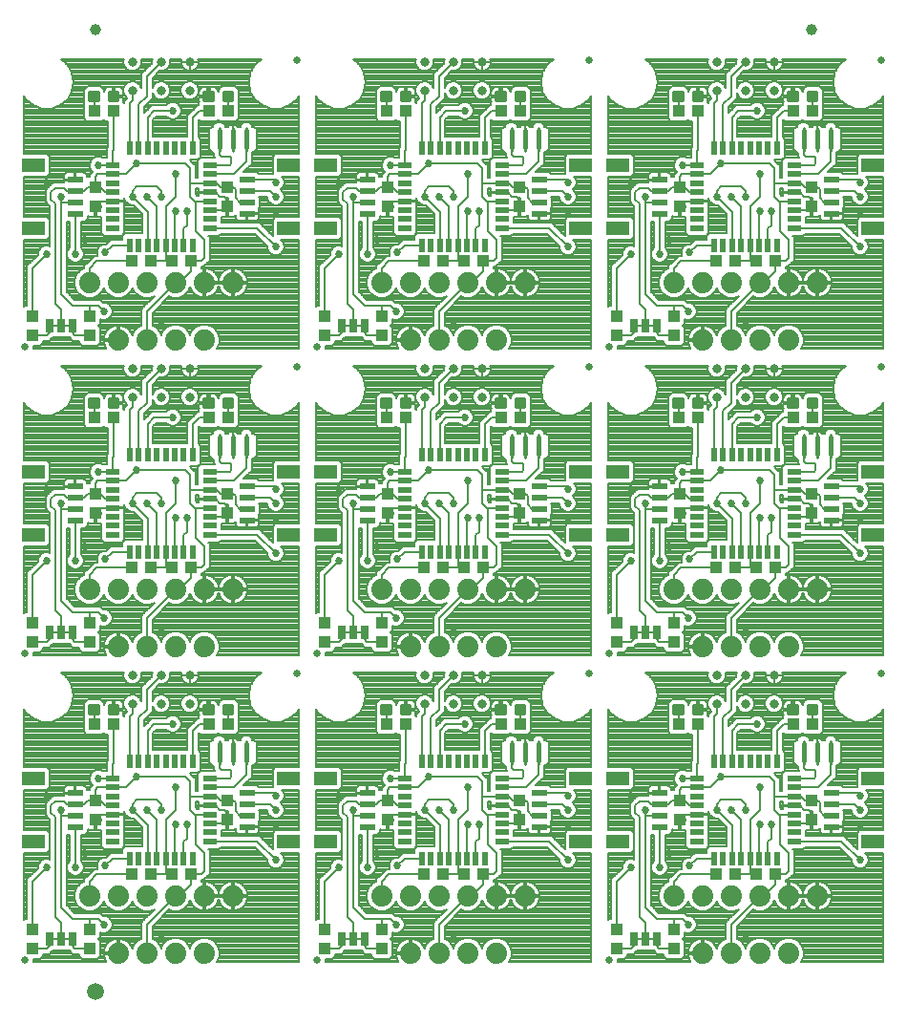
<source format=gtl>
G75*
%MOIN*%
%OFA0B0*%
%FSLAX25Y25*%
%IPPOS*%
%LPD*%
%AMOC8*
5,1,8,0,0,1.08239X$1,22.5*
%
%ADD10R,0.04331X0.03937*%
%ADD11R,0.03937X0.04331*%
%ADD12C,0.01181*%
%ADD13C,0.01772*%
%ADD14C,0.01000*%
%ADD15C,0.02500*%
%ADD16C,0.07400*%
%ADD17R,0.07874X0.04724*%
%ADD18R,0.05315X0.02362*%
%ADD19R,0.02500X0.05000*%
%ADD20R,0.01600X0.01000*%
%ADD21C,0.03200*%
%ADD22R,0.05000X0.02200*%
%ADD23R,0.02200X0.05000*%
%ADD24C,0.03937*%
%ADD25C,0.05906*%
%ADD26C,0.00800*%
%ADD27C,0.02700*%
%ADD28C,0.00600*%
D10*
X0068404Y0061250D03*
X0075096Y0061250D03*
X0082404Y0061250D03*
X0089096Y0061250D03*
X0095404Y0113750D03*
X0102096Y0113750D03*
X0062096Y0113750D03*
X0055404Y0113750D03*
X0068404Y0168250D03*
X0075096Y0168250D03*
X0082404Y0168250D03*
X0089096Y0168250D03*
X0095404Y0220750D03*
X0102096Y0220750D03*
X0062096Y0220750D03*
X0055404Y0220750D03*
X0068404Y0275250D03*
X0075096Y0275250D03*
X0082404Y0275250D03*
X0089096Y0275250D03*
X0095404Y0327750D03*
X0102096Y0327750D03*
X0062096Y0327750D03*
X0055404Y0327750D03*
X0157404Y0327750D03*
X0164096Y0327750D03*
X0197404Y0327750D03*
X0204096Y0327750D03*
X0191096Y0275250D03*
X0184404Y0275250D03*
X0177096Y0275250D03*
X0170404Y0275250D03*
X0164096Y0220750D03*
X0157404Y0220750D03*
X0197404Y0220750D03*
X0204096Y0220750D03*
X0191096Y0168250D03*
X0184404Y0168250D03*
X0177096Y0168250D03*
X0170404Y0168250D03*
X0164096Y0113750D03*
X0157404Y0113750D03*
X0197404Y0113750D03*
X0204096Y0113750D03*
X0191096Y0061250D03*
X0184404Y0061250D03*
X0177096Y0061250D03*
X0170404Y0061250D03*
X0259404Y0113750D03*
X0266096Y0113750D03*
X0299404Y0113750D03*
X0306096Y0113750D03*
X0293096Y0061250D03*
X0286404Y0061250D03*
X0279096Y0061250D03*
X0272404Y0061250D03*
X0272404Y0168250D03*
X0279096Y0168250D03*
X0286404Y0168250D03*
X0293096Y0168250D03*
X0299404Y0220750D03*
X0306096Y0220750D03*
X0266096Y0220750D03*
X0259404Y0220750D03*
X0272404Y0275250D03*
X0279096Y0275250D03*
X0286404Y0275250D03*
X0293096Y0275250D03*
X0299404Y0327750D03*
X0306096Y0327750D03*
X0266096Y0327750D03*
X0259404Y0327750D03*
D11*
X0259750Y0301096D03*
X0259750Y0294404D03*
X0257750Y0256096D03*
X0257750Y0249404D03*
X0237750Y0249404D03*
X0237750Y0256096D03*
X0203750Y0294404D03*
X0203750Y0301096D03*
X0157750Y0301096D03*
X0157750Y0294404D03*
X0155750Y0256096D03*
X0155750Y0249404D03*
X0135750Y0249404D03*
X0135750Y0256096D03*
X0101750Y0294404D03*
X0101750Y0301096D03*
X0055750Y0301096D03*
X0055750Y0294404D03*
X0053750Y0256096D03*
X0053750Y0249404D03*
X0033750Y0249404D03*
X0033750Y0256096D03*
X0055750Y0194096D03*
X0055750Y0187404D03*
X0053750Y0149096D03*
X0053750Y0142404D03*
X0033750Y0142404D03*
X0033750Y0149096D03*
X0055750Y0087096D03*
X0055750Y0080404D03*
X0053750Y0042096D03*
X0053750Y0035404D03*
X0033750Y0035404D03*
X0033750Y0042096D03*
X0101750Y0080404D03*
X0101750Y0087096D03*
X0135750Y0042096D03*
X0135750Y0035404D03*
X0155750Y0035404D03*
X0155750Y0042096D03*
X0157750Y0080404D03*
X0157750Y0087096D03*
X0203750Y0087096D03*
X0203750Y0080404D03*
X0237750Y0042096D03*
X0237750Y0035404D03*
X0257750Y0035404D03*
X0257750Y0042096D03*
X0259750Y0080404D03*
X0259750Y0087096D03*
X0305750Y0087096D03*
X0305750Y0080404D03*
X0257750Y0142404D03*
X0257750Y0149096D03*
X0237750Y0149096D03*
X0237750Y0142404D03*
X0259750Y0187404D03*
X0259750Y0194096D03*
X0305750Y0194096D03*
X0305750Y0187404D03*
X0203750Y0187404D03*
X0203750Y0194096D03*
X0157750Y0194096D03*
X0157750Y0187404D03*
X0155750Y0149096D03*
X0155750Y0142404D03*
X0135750Y0142404D03*
X0135750Y0149096D03*
X0101750Y0187404D03*
X0101750Y0194096D03*
X0305750Y0294404D03*
X0305750Y0301096D03*
D12*
X0307581Y0331372D02*
X0307581Y0334128D01*
X0307581Y0331372D02*
X0304825Y0331372D01*
X0304825Y0334128D01*
X0307581Y0334128D01*
X0307581Y0332494D02*
X0304825Y0332494D01*
X0304825Y0333616D02*
X0307581Y0333616D01*
X0300675Y0334128D02*
X0300675Y0331372D01*
X0297919Y0331372D01*
X0297919Y0334128D01*
X0300675Y0334128D01*
X0300675Y0332494D02*
X0297919Y0332494D01*
X0297919Y0333616D02*
X0300675Y0333616D01*
X0264825Y0334128D02*
X0264825Y0331372D01*
X0264825Y0334128D02*
X0267581Y0334128D01*
X0267581Y0331372D01*
X0264825Y0331372D01*
X0264825Y0332494D02*
X0267581Y0332494D01*
X0267581Y0333616D02*
X0264825Y0333616D01*
X0257919Y0334128D02*
X0257919Y0331372D01*
X0257919Y0334128D02*
X0260675Y0334128D01*
X0260675Y0331372D01*
X0257919Y0331372D01*
X0257919Y0332494D02*
X0260675Y0332494D01*
X0260675Y0333616D02*
X0257919Y0333616D01*
X0205581Y0334128D02*
X0205581Y0331372D01*
X0202825Y0331372D01*
X0202825Y0334128D01*
X0205581Y0334128D01*
X0205581Y0332494D02*
X0202825Y0332494D01*
X0202825Y0333616D02*
X0205581Y0333616D01*
X0198675Y0334128D02*
X0198675Y0331372D01*
X0195919Y0331372D01*
X0195919Y0334128D01*
X0198675Y0334128D01*
X0198675Y0332494D02*
X0195919Y0332494D01*
X0195919Y0333616D02*
X0198675Y0333616D01*
X0162825Y0334128D02*
X0162825Y0331372D01*
X0162825Y0334128D02*
X0165581Y0334128D01*
X0165581Y0331372D01*
X0162825Y0331372D01*
X0162825Y0332494D02*
X0165581Y0332494D01*
X0165581Y0333616D02*
X0162825Y0333616D01*
X0155919Y0334128D02*
X0155919Y0331372D01*
X0155919Y0334128D02*
X0158675Y0334128D01*
X0158675Y0331372D01*
X0155919Y0331372D01*
X0155919Y0332494D02*
X0158675Y0332494D01*
X0158675Y0333616D02*
X0155919Y0333616D01*
X0103581Y0334128D02*
X0103581Y0331372D01*
X0100825Y0331372D01*
X0100825Y0334128D01*
X0103581Y0334128D01*
X0103581Y0332494D02*
X0100825Y0332494D01*
X0100825Y0333616D02*
X0103581Y0333616D01*
X0096675Y0334128D02*
X0096675Y0331372D01*
X0093919Y0331372D01*
X0093919Y0334128D01*
X0096675Y0334128D01*
X0096675Y0332494D02*
X0093919Y0332494D01*
X0093919Y0333616D02*
X0096675Y0333616D01*
X0060825Y0334128D02*
X0060825Y0331372D01*
X0060825Y0334128D02*
X0063581Y0334128D01*
X0063581Y0331372D01*
X0060825Y0331372D01*
X0060825Y0332494D02*
X0063581Y0332494D01*
X0063581Y0333616D02*
X0060825Y0333616D01*
X0053919Y0334128D02*
X0053919Y0331372D01*
X0053919Y0334128D02*
X0056675Y0334128D01*
X0056675Y0331372D01*
X0053919Y0331372D01*
X0053919Y0332494D02*
X0056675Y0332494D01*
X0056675Y0333616D02*
X0053919Y0333616D01*
X0053919Y0227128D02*
X0053919Y0224372D01*
X0053919Y0227128D02*
X0056675Y0227128D01*
X0056675Y0224372D01*
X0053919Y0224372D01*
X0053919Y0225494D02*
X0056675Y0225494D01*
X0056675Y0226616D02*
X0053919Y0226616D01*
X0060825Y0227128D02*
X0060825Y0224372D01*
X0060825Y0227128D02*
X0063581Y0227128D01*
X0063581Y0224372D01*
X0060825Y0224372D01*
X0060825Y0225494D02*
X0063581Y0225494D01*
X0063581Y0226616D02*
X0060825Y0226616D01*
X0096675Y0227128D02*
X0096675Y0224372D01*
X0093919Y0224372D01*
X0093919Y0227128D01*
X0096675Y0227128D01*
X0096675Y0225494D02*
X0093919Y0225494D01*
X0093919Y0226616D02*
X0096675Y0226616D01*
X0103581Y0227128D02*
X0103581Y0224372D01*
X0100825Y0224372D01*
X0100825Y0227128D01*
X0103581Y0227128D01*
X0103581Y0225494D02*
X0100825Y0225494D01*
X0100825Y0226616D02*
X0103581Y0226616D01*
X0155919Y0227128D02*
X0155919Y0224372D01*
X0155919Y0227128D02*
X0158675Y0227128D01*
X0158675Y0224372D01*
X0155919Y0224372D01*
X0155919Y0225494D02*
X0158675Y0225494D01*
X0158675Y0226616D02*
X0155919Y0226616D01*
X0162825Y0227128D02*
X0162825Y0224372D01*
X0162825Y0227128D02*
X0165581Y0227128D01*
X0165581Y0224372D01*
X0162825Y0224372D01*
X0162825Y0225494D02*
X0165581Y0225494D01*
X0165581Y0226616D02*
X0162825Y0226616D01*
X0198675Y0227128D02*
X0198675Y0224372D01*
X0195919Y0224372D01*
X0195919Y0227128D01*
X0198675Y0227128D01*
X0198675Y0225494D02*
X0195919Y0225494D01*
X0195919Y0226616D02*
X0198675Y0226616D01*
X0205581Y0227128D02*
X0205581Y0224372D01*
X0202825Y0224372D01*
X0202825Y0227128D01*
X0205581Y0227128D01*
X0205581Y0225494D02*
X0202825Y0225494D01*
X0202825Y0226616D02*
X0205581Y0226616D01*
X0257919Y0227128D02*
X0257919Y0224372D01*
X0257919Y0227128D02*
X0260675Y0227128D01*
X0260675Y0224372D01*
X0257919Y0224372D01*
X0257919Y0225494D02*
X0260675Y0225494D01*
X0260675Y0226616D02*
X0257919Y0226616D01*
X0264825Y0227128D02*
X0264825Y0224372D01*
X0264825Y0227128D02*
X0267581Y0227128D01*
X0267581Y0224372D01*
X0264825Y0224372D01*
X0264825Y0225494D02*
X0267581Y0225494D01*
X0267581Y0226616D02*
X0264825Y0226616D01*
X0300675Y0227128D02*
X0300675Y0224372D01*
X0297919Y0224372D01*
X0297919Y0227128D01*
X0300675Y0227128D01*
X0300675Y0225494D02*
X0297919Y0225494D01*
X0297919Y0226616D02*
X0300675Y0226616D01*
X0307581Y0227128D02*
X0307581Y0224372D01*
X0304825Y0224372D01*
X0304825Y0227128D01*
X0307581Y0227128D01*
X0307581Y0225494D02*
X0304825Y0225494D01*
X0304825Y0226616D02*
X0307581Y0226616D01*
X0307581Y0120128D02*
X0307581Y0117372D01*
X0304825Y0117372D01*
X0304825Y0120128D01*
X0307581Y0120128D01*
X0307581Y0118494D02*
X0304825Y0118494D01*
X0304825Y0119616D02*
X0307581Y0119616D01*
X0300675Y0120128D02*
X0300675Y0117372D01*
X0297919Y0117372D01*
X0297919Y0120128D01*
X0300675Y0120128D01*
X0300675Y0118494D02*
X0297919Y0118494D01*
X0297919Y0119616D02*
X0300675Y0119616D01*
X0264825Y0120128D02*
X0264825Y0117372D01*
X0264825Y0120128D02*
X0267581Y0120128D01*
X0267581Y0117372D01*
X0264825Y0117372D01*
X0264825Y0118494D02*
X0267581Y0118494D01*
X0267581Y0119616D02*
X0264825Y0119616D01*
X0257919Y0120128D02*
X0257919Y0117372D01*
X0257919Y0120128D02*
X0260675Y0120128D01*
X0260675Y0117372D01*
X0257919Y0117372D01*
X0257919Y0118494D02*
X0260675Y0118494D01*
X0260675Y0119616D02*
X0257919Y0119616D01*
X0205581Y0120128D02*
X0205581Y0117372D01*
X0202825Y0117372D01*
X0202825Y0120128D01*
X0205581Y0120128D01*
X0205581Y0118494D02*
X0202825Y0118494D01*
X0202825Y0119616D02*
X0205581Y0119616D01*
X0198675Y0120128D02*
X0198675Y0117372D01*
X0195919Y0117372D01*
X0195919Y0120128D01*
X0198675Y0120128D01*
X0198675Y0118494D02*
X0195919Y0118494D01*
X0195919Y0119616D02*
X0198675Y0119616D01*
X0162825Y0120128D02*
X0162825Y0117372D01*
X0162825Y0120128D02*
X0165581Y0120128D01*
X0165581Y0117372D01*
X0162825Y0117372D01*
X0162825Y0118494D02*
X0165581Y0118494D01*
X0165581Y0119616D02*
X0162825Y0119616D01*
X0155919Y0120128D02*
X0155919Y0117372D01*
X0155919Y0120128D02*
X0158675Y0120128D01*
X0158675Y0117372D01*
X0155919Y0117372D01*
X0155919Y0118494D02*
X0158675Y0118494D01*
X0158675Y0119616D02*
X0155919Y0119616D01*
X0103581Y0120128D02*
X0103581Y0117372D01*
X0100825Y0117372D01*
X0100825Y0120128D01*
X0103581Y0120128D01*
X0103581Y0118494D02*
X0100825Y0118494D01*
X0100825Y0119616D02*
X0103581Y0119616D01*
X0096675Y0120128D02*
X0096675Y0117372D01*
X0093919Y0117372D01*
X0093919Y0120128D01*
X0096675Y0120128D01*
X0096675Y0118494D02*
X0093919Y0118494D01*
X0093919Y0119616D02*
X0096675Y0119616D01*
X0060825Y0120128D02*
X0060825Y0117372D01*
X0060825Y0120128D02*
X0063581Y0120128D01*
X0063581Y0117372D01*
X0060825Y0117372D01*
X0060825Y0118494D02*
X0063581Y0118494D01*
X0063581Y0119616D02*
X0060825Y0119616D01*
X0053919Y0120128D02*
X0053919Y0117372D01*
X0053919Y0120128D02*
X0056675Y0120128D01*
X0056675Y0117372D01*
X0053919Y0117372D01*
X0053919Y0118494D02*
X0056675Y0118494D01*
X0056675Y0119616D02*
X0053919Y0119616D01*
D13*
X0099026Y0106614D02*
X0099026Y0100886D01*
X0103750Y0100886D02*
X0103750Y0106614D01*
X0108474Y0106614D02*
X0108474Y0100886D01*
X0201026Y0100886D02*
X0201026Y0106614D01*
X0205750Y0106614D02*
X0205750Y0100886D01*
X0210474Y0100886D02*
X0210474Y0106614D01*
X0303026Y0106614D02*
X0303026Y0100886D01*
X0307750Y0100886D02*
X0307750Y0106614D01*
X0312474Y0106614D02*
X0312474Y0100886D01*
X0312474Y0207886D02*
X0312474Y0213614D01*
X0307750Y0213614D02*
X0307750Y0207886D01*
X0303026Y0207886D02*
X0303026Y0213614D01*
X0210474Y0213614D02*
X0210474Y0207886D01*
X0205750Y0207886D02*
X0205750Y0213614D01*
X0201026Y0213614D02*
X0201026Y0207886D01*
X0108474Y0207886D02*
X0108474Y0213614D01*
X0103750Y0213614D02*
X0103750Y0207886D01*
X0099026Y0207886D02*
X0099026Y0213614D01*
X0099026Y0314886D02*
X0099026Y0320614D01*
X0103750Y0320614D02*
X0103750Y0314886D01*
X0108474Y0314886D02*
X0108474Y0320614D01*
X0201026Y0320614D02*
X0201026Y0314886D01*
X0205750Y0314886D02*
X0205750Y0320614D01*
X0210474Y0320614D02*
X0210474Y0314886D01*
X0303026Y0314886D02*
X0303026Y0320614D01*
X0307750Y0320614D02*
X0307750Y0314886D01*
X0312474Y0314886D02*
X0312474Y0320614D01*
D14*
X0312474Y0321750D02*
X0312474Y0317750D01*
X0312474Y0313750D01*
X0307750Y0313750D02*
X0307750Y0317750D01*
X0307750Y0321750D01*
X0303026Y0321750D02*
X0303026Y0317750D01*
X0303026Y0313750D01*
X0210474Y0313750D02*
X0210474Y0317750D01*
X0210474Y0321750D01*
X0205750Y0321750D02*
X0205750Y0317750D01*
X0205750Y0313750D01*
X0201026Y0313750D02*
X0201026Y0317750D01*
X0201026Y0321750D01*
X0108474Y0321750D02*
X0108474Y0317750D01*
X0108474Y0313750D01*
X0103750Y0313750D02*
X0103750Y0317750D01*
X0103750Y0321750D01*
X0099026Y0321750D02*
X0099026Y0317750D01*
X0099026Y0313750D01*
X0099026Y0214750D02*
X0099026Y0210750D01*
X0099026Y0206750D01*
X0103750Y0206750D02*
X0103750Y0210750D01*
X0103750Y0214750D01*
X0108474Y0214750D02*
X0108474Y0210750D01*
X0108474Y0206750D01*
X0201026Y0206750D02*
X0201026Y0210750D01*
X0201026Y0214750D01*
X0205750Y0214750D02*
X0205750Y0210750D01*
X0205750Y0206750D01*
X0210474Y0206750D02*
X0210474Y0210750D01*
X0210474Y0214750D01*
X0303026Y0214750D02*
X0303026Y0210750D01*
X0303026Y0206750D01*
X0307750Y0206750D02*
X0307750Y0210750D01*
X0307750Y0214750D01*
X0312474Y0214750D02*
X0312474Y0210750D01*
X0312474Y0206750D01*
X0312474Y0107750D02*
X0312474Y0103750D01*
X0312474Y0099750D01*
X0307750Y0099750D02*
X0307750Y0103750D01*
X0307750Y0107750D01*
X0303026Y0107750D02*
X0303026Y0103750D01*
X0303026Y0099750D01*
X0210474Y0099750D02*
X0210474Y0103750D01*
X0210474Y0107750D01*
X0205750Y0107750D02*
X0205750Y0103750D01*
X0205750Y0099750D01*
X0201026Y0099750D02*
X0201026Y0103750D01*
X0201026Y0107750D01*
X0108474Y0107750D02*
X0108474Y0103750D01*
X0108474Y0099750D01*
X0103750Y0099750D02*
X0103750Y0103750D01*
X0103750Y0107750D01*
X0099026Y0107750D02*
X0099026Y0103750D01*
X0099026Y0099750D01*
D15*
X0031250Y0031250D03*
X0133250Y0031250D03*
X0235250Y0031250D03*
X0228250Y0131250D03*
X0235250Y0138250D03*
X0330250Y0131250D03*
X0330250Y0238250D03*
X0235250Y0245250D03*
X0228250Y0238250D03*
X0133250Y0245250D03*
X0126250Y0238250D03*
X0031250Y0245250D03*
X0126250Y0345250D03*
X0228250Y0345250D03*
X0330250Y0345250D03*
X0133250Y0138250D03*
X0126250Y0131250D03*
X0031250Y0138250D03*
D16*
X0053750Y0160750D03*
X0063750Y0160750D03*
X0073750Y0160750D03*
X0083750Y0160750D03*
X0093750Y0160750D03*
X0103750Y0160750D03*
X0093750Y0140750D03*
X0083750Y0140750D03*
X0073750Y0140750D03*
X0063750Y0140750D03*
X0063750Y0053750D03*
X0053750Y0053750D03*
X0073750Y0053750D03*
X0083750Y0053750D03*
X0093750Y0053750D03*
X0103750Y0053750D03*
X0093750Y0033750D03*
X0083750Y0033750D03*
X0073750Y0033750D03*
X0063750Y0033750D03*
X0155750Y0053750D03*
X0165750Y0053750D03*
X0175750Y0053750D03*
X0185750Y0053750D03*
X0195750Y0053750D03*
X0205750Y0053750D03*
X0195750Y0033750D03*
X0185750Y0033750D03*
X0175750Y0033750D03*
X0165750Y0033750D03*
X0257750Y0053750D03*
X0267750Y0053750D03*
X0277750Y0053750D03*
X0287750Y0053750D03*
X0297750Y0053750D03*
X0307750Y0053750D03*
X0297750Y0033750D03*
X0287750Y0033750D03*
X0277750Y0033750D03*
X0267750Y0033750D03*
X0267750Y0140750D03*
X0277750Y0140750D03*
X0287750Y0140750D03*
X0297750Y0140750D03*
X0297750Y0160750D03*
X0287750Y0160750D03*
X0277750Y0160750D03*
X0267750Y0160750D03*
X0257750Y0160750D03*
X0307750Y0160750D03*
X0297750Y0247750D03*
X0287750Y0247750D03*
X0277750Y0247750D03*
X0267750Y0247750D03*
X0267750Y0267750D03*
X0257750Y0267750D03*
X0277750Y0267750D03*
X0287750Y0267750D03*
X0297750Y0267750D03*
X0307750Y0267750D03*
X0205750Y0267750D03*
X0195750Y0267750D03*
X0185750Y0267750D03*
X0175750Y0267750D03*
X0165750Y0267750D03*
X0155750Y0267750D03*
X0165750Y0247750D03*
X0175750Y0247750D03*
X0185750Y0247750D03*
X0195750Y0247750D03*
X0195750Y0160750D03*
X0185750Y0160750D03*
X0175750Y0160750D03*
X0165750Y0160750D03*
X0155750Y0160750D03*
X0165750Y0140750D03*
X0175750Y0140750D03*
X0185750Y0140750D03*
X0195750Y0140750D03*
X0205750Y0160750D03*
X0093750Y0247750D03*
X0083750Y0247750D03*
X0073750Y0247750D03*
X0063750Y0247750D03*
X0063750Y0267750D03*
X0053750Y0267750D03*
X0073750Y0267750D03*
X0083750Y0267750D03*
X0093750Y0267750D03*
X0103750Y0267750D03*
D17*
X0123219Y0286726D03*
X0136281Y0286726D03*
X0136281Y0308774D03*
X0123219Y0308774D03*
X0034281Y0308774D03*
X0034281Y0286726D03*
X0034281Y0201774D03*
X0034281Y0179726D03*
X0034281Y0094774D03*
X0034281Y0072726D03*
X0123219Y0072726D03*
X0136281Y0072726D03*
X0136281Y0094774D03*
X0123219Y0094774D03*
X0123219Y0179726D03*
X0136281Y0179726D03*
X0136281Y0201774D03*
X0123219Y0201774D03*
X0225219Y0201774D03*
X0238281Y0201774D03*
X0238281Y0179726D03*
X0225219Y0179726D03*
X0225219Y0094774D03*
X0238281Y0094774D03*
X0238281Y0072726D03*
X0225219Y0072726D03*
X0327219Y0072726D03*
X0327219Y0094774D03*
X0327219Y0179726D03*
X0327219Y0201774D03*
X0327219Y0286726D03*
X0327219Y0308774D03*
X0238281Y0308774D03*
X0225219Y0308774D03*
X0225219Y0286726D03*
X0238281Y0286726D03*
D18*
X0252750Y0291844D03*
X0252750Y0295781D03*
X0252750Y0299719D03*
X0252750Y0303656D03*
X0210750Y0303656D03*
X0210750Y0299719D03*
X0210750Y0295781D03*
X0210750Y0291844D03*
X0150750Y0291844D03*
X0150750Y0295781D03*
X0150750Y0299719D03*
X0150750Y0303656D03*
X0108750Y0303656D03*
X0108750Y0299719D03*
X0108750Y0295781D03*
X0108750Y0291844D03*
X0048750Y0291844D03*
X0048750Y0295781D03*
X0048750Y0299719D03*
X0048750Y0303656D03*
X0048750Y0196656D03*
X0048750Y0192719D03*
X0048750Y0188781D03*
X0048750Y0184844D03*
X0108750Y0184844D03*
X0108750Y0188781D03*
X0108750Y0192719D03*
X0108750Y0196656D03*
X0150750Y0196656D03*
X0150750Y0192719D03*
X0150750Y0188781D03*
X0150750Y0184844D03*
X0210750Y0184844D03*
X0210750Y0188781D03*
X0210750Y0192719D03*
X0210750Y0196656D03*
X0252750Y0196656D03*
X0252750Y0192719D03*
X0252750Y0188781D03*
X0252750Y0184844D03*
X0312750Y0184844D03*
X0312750Y0188781D03*
X0312750Y0192719D03*
X0312750Y0196656D03*
X0312750Y0291844D03*
X0312750Y0295781D03*
X0312750Y0299719D03*
X0312750Y0303656D03*
X0312750Y0089656D03*
X0312750Y0085719D03*
X0312750Y0081781D03*
X0312750Y0077844D03*
X0252750Y0077844D03*
X0252750Y0081781D03*
X0252750Y0085719D03*
X0252750Y0089656D03*
X0210750Y0089656D03*
X0210750Y0085719D03*
X0210750Y0081781D03*
X0210750Y0077844D03*
X0150750Y0077844D03*
X0150750Y0081781D03*
X0150750Y0085719D03*
X0150750Y0089656D03*
X0108750Y0089656D03*
X0108750Y0085719D03*
X0108750Y0081781D03*
X0108750Y0077844D03*
X0048750Y0077844D03*
X0048750Y0081781D03*
X0048750Y0085719D03*
X0048750Y0089656D03*
D19*
X0047750Y0038750D03*
X0043750Y0038750D03*
X0039750Y0038750D03*
X0141750Y0038750D03*
X0145750Y0038750D03*
X0149750Y0038750D03*
X0243750Y0038750D03*
X0247750Y0038750D03*
X0251750Y0038750D03*
X0251750Y0145750D03*
X0247750Y0145750D03*
X0243750Y0145750D03*
X0149750Y0145750D03*
X0145750Y0145750D03*
X0141750Y0145750D03*
X0047750Y0145750D03*
X0043750Y0145750D03*
X0039750Y0145750D03*
X0039750Y0252750D03*
X0043750Y0252750D03*
X0047750Y0252750D03*
X0141750Y0252750D03*
X0145750Y0252750D03*
X0149750Y0252750D03*
X0243750Y0252750D03*
X0247750Y0252750D03*
X0251750Y0252750D03*
D20*
X0249750Y0252750D03*
X0245750Y0252750D03*
X0147750Y0252750D03*
X0143750Y0252750D03*
X0045750Y0252750D03*
X0041750Y0252750D03*
X0041750Y0145750D03*
X0045750Y0145750D03*
X0143750Y0145750D03*
X0147750Y0145750D03*
X0245750Y0145750D03*
X0249750Y0145750D03*
X0249750Y0038750D03*
X0245750Y0038750D03*
X0147750Y0038750D03*
X0143750Y0038750D03*
X0045750Y0038750D03*
X0041750Y0038750D03*
D21*
X0068750Y0120750D03*
X0068750Y0130750D03*
X0078750Y0130750D03*
X0078750Y0120750D03*
X0088750Y0120750D03*
X0088750Y0130750D03*
X0170750Y0130750D03*
X0170750Y0120750D03*
X0180750Y0120750D03*
X0180750Y0130750D03*
X0190750Y0130750D03*
X0190750Y0120750D03*
X0272750Y0120750D03*
X0272750Y0130750D03*
X0282750Y0130750D03*
X0282750Y0120750D03*
X0292750Y0120750D03*
X0292750Y0130750D03*
X0292750Y0227750D03*
X0292750Y0237750D03*
X0282750Y0237750D03*
X0272750Y0237750D03*
X0272750Y0227750D03*
X0282750Y0227750D03*
X0190750Y0227750D03*
X0180750Y0227750D03*
X0170750Y0227750D03*
X0170750Y0237750D03*
X0180750Y0237750D03*
X0190750Y0237750D03*
X0190750Y0334750D03*
X0190750Y0344750D03*
X0180750Y0344750D03*
X0180750Y0334750D03*
X0170750Y0334750D03*
X0170750Y0344750D03*
X0088750Y0344750D03*
X0088750Y0334750D03*
X0078750Y0334750D03*
X0078750Y0344750D03*
X0068750Y0344750D03*
X0068750Y0334750D03*
X0068750Y0237750D03*
X0068750Y0227750D03*
X0078750Y0227750D03*
X0088750Y0227750D03*
X0088750Y0237750D03*
X0078750Y0237750D03*
X0272750Y0334750D03*
X0272750Y0344750D03*
X0282750Y0344750D03*
X0282750Y0334750D03*
X0292750Y0334750D03*
X0292750Y0344750D03*
D22*
X0299650Y0308774D03*
X0299650Y0305624D03*
X0299650Y0302474D03*
X0299650Y0299325D03*
X0299650Y0296175D03*
X0299650Y0293026D03*
X0299650Y0289876D03*
X0299650Y0286726D03*
X0265850Y0286726D03*
X0265850Y0289876D03*
X0265850Y0293026D03*
X0265850Y0296175D03*
X0265850Y0299325D03*
X0265850Y0302474D03*
X0265850Y0305624D03*
X0265850Y0308774D03*
X0197650Y0308774D03*
X0197650Y0305624D03*
X0197650Y0302474D03*
X0197650Y0299325D03*
X0197650Y0296175D03*
X0197650Y0293026D03*
X0197650Y0289876D03*
X0197650Y0286726D03*
X0163850Y0286726D03*
X0163850Y0289876D03*
X0163850Y0293026D03*
X0163850Y0296175D03*
X0163850Y0299325D03*
X0163850Y0302474D03*
X0163850Y0305624D03*
X0163850Y0308774D03*
X0095650Y0308774D03*
X0095650Y0305624D03*
X0095650Y0302474D03*
X0095650Y0299325D03*
X0095650Y0296175D03*
X0095650Y0293026D03*
X0095650Y0289876D03*
X0095650Y0286726D03*
X0061850Y0286726D03*
X0061850Y0289876D03*
X0061850Y0293026D03*
X0061850Y0296175D03*
X0061850Y0299325D03*
X0061850Y0302474D03*
X0061850Y0305624D03*
X0061850Y0308774D03*
X0061850Y0201774D03*
X0061850Y0198624D03*
X0061850Y0195474D03*
X0061850Y0192325D03*
X0061850Y0189175D03*
X0061850Y0186026D03*
X0061850Y0182876D03*
X0061850Y0179726D03*
X0095650Y0179726D03*
X0095650Y0182876D03*
X0095650Y0186026D03*
X0095650Y0189175D03*
X0095650Y0192325D03*
X0095650Y0195474D03*
X0095650Y0198624D03*
X0095650Y0201774D03*
X0163850Y0201774D03*
X0163850Y0198624D03*
X0163850Y0195474D03*
X0163850Y0192325D03*
X0163850Y0189175D03*
X0163850Y0186026D03*
X0163850Y0182876D03*
X0163850Y0179726D03*
X0197650Y0179726D03*
X0197650Y0182876D03*
X0197650Y0186026D03*
X0197650Y0189175D03*
X0197650Y0192325D03*
X0197650Y0195474D03*
X0197650Y0198624D03*
X0197650Y0201774D03*
X0265850Y0201774D03*
X0265850Y0198624D03*
X0265850Y0195474D03*
X0265850Y0192325D03*
X0265850Y0189175D03*
X0265850Y0186026D03*
X0265850Y0182876D03*
X0265850Y0179726D03*
X0299650Y0179726D03*
X0299650Y0182876D03*
X0299650Y0186026D03*
X0299650Y0189175D03*
X0299650Y0192325D03*
X0299650Y0195474D03*
X0299650Y0198624D03*
X0299650Y0201774D03*
X0299650Y0094774D03*
X0299650Y0091624D03*
X0299650Y0088474D03*
X0299650Y0085325D03*
X0299650Y0082175D03*
X0299650Y0079026D03*
X0299650Y0075876D03*
X0299650Y0072726D03*
X0265850Y0072726D03*
X0265850Y0075876D03*
X0265850Y0079026D03*
X0265850Y0082175D03*
X0265850Y0085325D03*
X0265850Y0088474D03*
X0265850Y0091624D03*
X0265850Y0094774D03*
X0197650Y0094774D03*
X0197650Y0091624D03*
X0197650Y0088474D03*
X0197650Y0085325D03*
X0197650Y0082175D03*
X0197650Y0079026D03*
X0197650Y0075876D03*
X0197650Y0072726D03*
X0163850Y0072726D03*
X0163850Y0075876D03*
X0163850Y0079026D03*
X0163850Y0082175D03*
X0163850Y0085325D03*
X0163850Y0088474D03*
X0163850Y0091624D03*
X0163850Y0094774D03*
X0095650Y0094774D03*
X0095650Y0091624D03*
X0095650Y0088474D03*
X0095650Y0085325D03*
X0095650Y0082175D03*
X0095650Y0079026D03*
X0095650Y0075876D03*
X0095650Y0072726D03*
X0061850Y0072726D03*
X0061850Y0075876D03*
X0061850Y0079026D03*
X0061850Y0082175D03*
X0061850Y0085325D03*
X0061850Y0088474D03*
X0061850Y0091624D03*
X0061850Y0094774D03*
D23*
X0067726Y0100650D03*
X0070876Y0100650D03*
X0074026Y0100650D03*
X0077175Y0100650D03*
X0080325Y0100650D03*
X0083474Y0100650D03*
X0086624Y0100650D03*
X0089774Y0100650D03*
X0089774Y0066850D03*
X0086624Y0066850D03*
X0083474Y0066850D03*
X0080325Y0066850D03*
X0077175Y0066850D03*
X0074026Y0066850D03*
X0070876Y0066850D03*
X0067726Y0066850D03*
X0169726Y0066850D03*
X0172876Y0066850D03*
X0176026Y0066850D03*
X0179175Y0066850D03*
X0182325Y0066850D03*
X0185474Y0066850D03*
X0188624Y0066850D03*
X0191774Y0066850D03*
X0191774Y0100650D03*
X0188624Y0100650D03*
X0185474Y0100650D03*
X0182325Y0100650D03*
X0179175Y0100650D03*
X0176026Y0100650D03*
X0172876Y0100650D03*
X0169726Y0100650D03*
X0169726Y0173850D03*
X0172876Y0173850D03*
X0176026Y0173850D03*
X0179175Y0173850D03*
X0182325Y0173850D03*
X0185474Y0173850D03*
X0188624Y0173850D03*
X0191774Y0173850D03*
X0191774Y0207650D03*
X0188624Y0207650D03*
X0185474Y0207650D03*
X0182325Y0207650D03*
X0179175Y0207650D03*
X0176026Y0207650D03*
X0172876Y0207650D03*
X0169726Y0207650D03*
X0169726Y0280850D03*
X0172876Y0280850D03*
X0176026Y0280850D03*
X0179175Y0280850D03*
X0182325Y0280850D03*
X0185474Y0280850D03*
X0188624Y0280850D03*
X0191774Y0280850D03*
X0191774Y0314650D03*
X0188624Y0314650D03*
X0185474Y0314650D03*
X0182325Y0314650D03*
X0179175Y0314650D03*
X0176026Y0314650D03*
X0172876Y0314650D03*
X0169726Y0314650D03*
X0089774Y0314650D03*
X0086624Y0314650D03*
X0083474Y0314650D03*
X0080325Y0314650D03*
X0077175Y0314650D03*
X0074026Y0314650D03*
X0070876Y0314650D03*
X0067726Y0314650D03*
X0067726Y0280850D03*
X0070876Y0280850D03*
X0074026Y0280850D03*
X0077175Y0280850D03*
X0080325Y0280850D03*
X0083474Y0280850D03*
X0086624Y0280850D03*
X0089774Y0280850D03*
X0089774Y0207650D03*
X0086624Y0207650D03*
X0083474Y0207650D03*
X0080325Y0207650D03*
X0077175Y0207650D03*
X0074026Y0207650D03*
X0070876Y0207650D03*
X0067726Y0207650D03*
X0067726Y0173850D03*
X0070876Y0173850D03*
X0074026Y0173850D03*
X0077175Y0173850D03*
X0080325Y0173850D03*
X0083474Y0173850D03*
X0086624Y0173850D03*
X0089774Y0173850D03*
X0271726Y0173850D03*
X0274876Y0173850D03*
X0278026Y0173850D03*
X0281175Y0173850D03*
X0284325Y0173850D03*
X0287474Y0173850D03*
X0290624Y0173850D03*
X0293774Y0173850D03*
X0293774Y0207650D03*
X0290624Y0207650D03*
X0287474Y0207650D03*
X0284325Y0207650D03*
X0281175Y0207650D03*
X0278026Y0207650D03*
X0274876Y0207650D03*
X0271726Y0207650D03*
X0271726Y0280850D03*
X0274876Y0280850D03*
X0278026Y0280850D03*
X0281175Y0280850D03*
X0284325Y0280850D03*
X0287474Y0280850D03*
X0290624Y0280850D03*
X0293774Y0280850D03*
X0293774Y0314650D03*
X0290624Y0314650D03*
X0287474Y0314650D03*
X0284325Y0314650D03*
X0281175Y0314650D03*
X0278026Y0314650D03*
X0274876Y0314650D03*
X0271726Y0314650D03*
X0271726Y0100650D03*
X0274876Y0100650D03*
X0278026Y0100650D03*
X0281175Y0100650D03*
X0284325Y0100650D03*
X0287474Y0100650D03*
X0290624Y0100650D03*
X0293774Y0100650D03*
X0293774Y0066850D03*
X0290624Y0066850D03*
X0287474Y0066850D03*
X0284325Y0066850D03*
X0281175Y0066850D03*
X0278026Y0066850D03*
X0274876Y0066850D03*
X0271726Y0066850D03*
D24*
X0305750Y0356000D03*
X0055750Y0356000D03*
D25*
X0055750Y0020500D03*
D26*
X0059626Y0030750D02*
X0034100Y0030750D01*
X0034100Y0031638D01*
X0036381Y0031638D01*
X0037318Y0032575D01*
X0037318Y0033504D01*
X0039691Y0033504D01*
X0040537Y0034350D01*
X0040837Y0034650D01*
X0041663Y0034650D01*
X0041750Y0034737D01*
X0041837Y0034650D01*
X0045663Y0034650D01*
X0045750Y0034737D01*
X0045837Y0034650D01*
X0046663Y0034650D01*
X0047809Y0033504D01*
X0050181Y0033504D01*
X0050181Y0032575D01*
X0051119Y0031638D01*
X0056381Y0031638D01*
X0057318Y0032575D01*
X0057318Y0038232D01*
X0056800Y0038750D01*
X0057318Y0039268D01*
X0057318Y0041150D01*
X0058163Y0040800D01*
X0059337Y0040800D01*
X0060421Y0041249D01*
X0061251Y0042079D01*
X0061700Y0043163D01*
X0061700Y0044337D01*
X0061251Y0045421D01*
X0060421Y0046251D01*
X0059337Y0046700D01*
X0058487Y0046700D01*
X0057537Y0047650D01*
X0048537Y0047650D01*
X0045650Y0050537D01*
X0045650Y0075063D01*
X0046850Y0075063D01*
X0046850Y0066022D01*
X0046249Y0065421D01*
X0045800Y0064337D01*
X0045800Y0063163D01*
X0046249Y0062079D01*
X0047079Y0061249D01*
X0048163Y0060800D01*
X0049337Y0060800D01*
X0050421Y0061249D01*
X0051251Y0062079D01*
X0051700Y0063163D01*
X0051700Y0064337D01*
X0051251Y0065421D01*
X0050650Y0066022D01*
X0050650Y0075063D01*
X0052070Y0075063D01*
X0053007Y0076001D01*
X0053007Y0077069D01*
X0053241Y0076934D01*
X0053597Y0076838D01*
X0055350Y0076838D01*
X0055350Y0080003D01*
X0056150Y0080003D01*
X0056150Y0076838D01*
X0057750Y0076838D01*
X0057750Y0070964D01*
X0058687Y0070026D01*
X0065013Y0070026D01*
X0065950Y0070964D01*
X0065950Y0080788D01*
X0065750Y0080988D01*
X0065750Y0082025D01*
X0062000Y0082025D01*
X0062000Y0082325D01*
X0065750Y0082325D01*
X0065750Y0083362D01*
X0065800Y0083412D01*
X0065800Y0083163D01*
X0066249Y0082079D01*
X0067079Y0081249D01*
X0068163Y0080800D01*
X0069013Y0080800D01*
X0072126Y0077687D01*
X0072126Y0070950D01*
X0065964Y0070950D01*
X0065026Y0070013D01*
X0065026Y0068750D01*
X0061063Y0068750D01*
X0059513Y0067200D01*
X0058663Y0067200D01*
X0057579Y0066751D01*
X0056749Y0065921D01*
X0056300Y0064837D01*
X0056300Y0063663D01*
X0056513Y0063150D01*
X0055463Y0063150D01*
X0052963Y0060650D01*
X0051850Y0059537D01*
X0051850Y0058700D01*
X0050748Y0058243D01*
X0049257Y0056752D01*
X0048450Y0054804D01*
X0048450Y0052696D01*
X0049257Y0050748D01*
X0050748Y0049257D01*
X0052696Y0048450D01*
X0054804Y0048450D01*
X0056752Y0049257D01*
X0058243Y0050748D01*
X0058750Y0051972D01*
X0059257Y0050748D01*
X0060748Y0049257D01*
X0062696Y0048450D01*
X0064804Y0048450D01*
X0066752Y0049257D01*
X0068243Y0050748D01*
X0068750Y0051972D01*
X0069257Y0050748D01*
X0070748Y0049257D01*
X0072696Y0048450D01*
X0074804Y0048450D01*
X0076441Y0049128D01*
X0071850Y0044537D01*
X0071850Y0038700D01*
X0070748Y0038243D01*
X0069257Y0036752D01*
X0068629Y0035237D01*
X0068476Y0035708D01*
X0068112Y0036423D01*
X0067640Y0037072D01*
X0067072Y0037640D01*
X0066423Y0038112D01*
X0065708Y0038476D01*
X0064944Y0038724D01*
X0064151Y0038850D01*
X0064150Y0038850D01*
X0064150Y0034150D01*
X0063350Y0034150D01*
X0063350Y0038850D01*
X0063349Y0038850D01*
X0062556Y0038724D01*
X0061792Y0038476D01*
X0061077Y0038112D01*
X0060428Y0037640D01*
X0059860Y0037072D01*
X0059388Y0036423D01*
X0059024Y0035708D01*
X0058776Y0034944D01*
X0058650Y0034151D01*
X0058650Y0034150D01*
X0063350Y0034150D01*
X0063350Y0033350D01*
X0058650Y0033350D01*
X0058650Y0033349D01*
X0058776Y0032556D01*
X0059024Y0031792D01*
X0059388Y0031077D01*
X0059626Y0030750D01*
X0059353Y0031146D02*
X0034100Y0031146D01*
X0036687Y0031944D02*
X0050813Y0031944D01*
X0050181Y0032743D02*
X0037318Y0032743D01*
X0039728Y0033541D02*
X0047772Y0033541D01*
X0046973Y0034340D02*
X0040527Y0034340D01*
X0030750Y0045493D02*
X0030750Y0068764D01*
X0038881Y0068764D01*
X0039818Y0069701D01*
X0039818Y0075751D01*
X0038881Y0076689D01*
X0030750Y0076689D01*
X0030750Y0090811D01*
X0038881Y0090811D01*
X0039818Y0091749D01*
X0039818Y0097799D01*
X0038881Y0098736D01*
X0030750Y0098736D01*
X0030750Y0119006D01*
X0031516Y0117680D01*
X0031516Y0117680D01*
X0034028Y0115572D01*
X0037110Y0114450D01*
X0040390Y0114450D01*
X0043472Y0115572D01*
X0045984Y0117680D01*
X0047624Y0120520D01*
X0047624Y0120520D01*
X0048193Y0123750D01*
X0047624Y0126980D01*
X0045984Y0129820D01*
X0045984Y0129820D01*
X0043684Y0131750D01*
X0065701Y0131750D01*
X0065550Y0131387D01*
X0065550Y0130113D01*
X0066037Y0128937D01*
X0066937Y0128037D01*
X0068113Y0127550D01*
X0069387Y0127550D01*
X0070563Y0128037D01*
X0071463Y0128937D01*
X0071950Y0130113D01*
X0071950Y0131387D01*
X0071799Y0131750D01*
X0075701Y0131750D01*
X0075550Y0131387D01*
X0075550Y0130237D01*
X0071850Y0126537D01*
X0071850Y0121628D01*
X0071463Y0122563D01*
X0070563Y0123463D01*
X0069387Y0123950D01*
X0068113Y0123950D01*
X0066937Y0123463D01*
X0066037Y0122563D01*
X0065550Y0121387D01*
X0065550Y0120469D01*
X0065436Y0120896D01*
X0065174Y0121350D01*
X0064803Y0121721D01*
X0064349Y0121983D01*
X0063843Y0122118D01*
X0062603Y0122118D01*
X0062603Y0119150D01*
X0065571Y0119150D01*
X0065571Y0120062D01*
X0066037Y0118937D01*
X0066850Y0118125D01*
X0066850Y0118037D01*
X0065826Y0117013D01*
X0065826Y0116417D01*
X0065479Y0116764D01*
X0065571Y0117110D01*
X0065571Y0118350D01*
X0062603Y0118350D01*
X0062603Y0119150D01*
X0061803Y0119150D01*
X0061803Y0122118D01*
X0060563Y0122118D01*
X0060056Y0121983D01*
X0059603Y0121721D01*
X0059232Y0121350D01*
X0058970Y0120896D01*
X0058866Y0120507D01*
X0058866Y0121035D01*
X0057583Y0122318D01*
X0053012Y0122318D01*
X0051729Y0121035D01*
X0051729Y0116472D01*
X0051638Y0116381D01*
X0051638Y0111119D01*
X0052575Y0110181D01*
X0058232Y0110181D01*
X0058750Y0110700D01*
X0059268Y0110181D01*
X0060196Y0110181D01*
X0060196Y0100883D01*
X0059950Y0100637D01*
X0059950Y0097474D01*
X0058687Y0097474D01*
X0058443Y0097229D01*
X0058421Y0097251D01*
X0057337Y0097700D01*
X0056163Y0097700D01*
X0055079Y0097251D01*
X0054249Y0096421D01*
X0053800Y0095337D01*
X0053800Y0094163D01*
X0054249Y0093079D01*
X0054821Y0092508D01*
X0053850Y0091537D01*
X0053850Y0090862D01*
X0053119Y0090862D01*
X0052807Y0090551D01*
X0052807Y0091021D01*
X0052712Y0091377D01*
X0052528Y0091696D01*
X0052267Y0091957D01*
X0051948Y0092141D01*
X0051592Y0092237D01*
X0048941Y0092237D01*
X0048941Y0089846D01*
X0048559Y0089846D01*
X0048559Y0089465D01*
X0044693Y0089465D01*
X0044693Y0088650D01*
X0040963Y0088650D01*
X0039850Y0087537D01*
X0039850Y0087537D01*
X0038350Y0086037D01*
X0038350Y0081963D01*
X0039463Y0080850D01*
X0039850Y0080463D01*
X0039850Y0066487D01*
X0039337Y0066700D01*
X0038163Y0066700D01*
X0037079Y0066251D01*
X0036249Y0065421D01*
X0035800Y0064337D01*
X0035800Y0063487D01*
X0031850Y0059537D01*
X0031850Y0057963D01*
X0031850Y0045862D01*
X0031119Y0045862D01*
X0030750Y0045493D01*
X0030750Y0045519D02*
X0030776Y0045519D01*
X0030750Y0046317D02*
X0031850Y0046317D01*
X0031850Y0047116D02*
X0030750Y0047116D01*
X0030750Y0047914D02*
X0031850Y0047914D01*
X0031850Y0048713D02*
X0030750Y0048713D01*
X0030750Y0049511D02*
X0031850Y0049511D01*
X0031850Y0050310D02*
X0030750Y0050310D01*
X0030750Y0051108D02*
X0031850Y0051108D01*
X0031850Y0051907D02*
X0030750Y0051907D01*
X0030750Y0052705D02*
X0031850Y0052705D01*
X0031850Y0053504D02*
X0030750Y0053504D01*
X0030750Y0054302D02*
X0031850Y0054302D01*
X0031850Y0055101D02*
X0030750Y0055101D01*
X0030750Y0055899D02*
X0031850Y0055899D01*
X0031850Y0056698D02*
X0030750Y0056698D01*
X0030750Y0057496D02*
X0031850Y0057496D01*
X0031850Y0058295D02*
X0030750Y0058295D01*
X0030750Y0059093D02*
X0031850Y0059093D01*
X0032205Y0059892D02*
X0030750Y0059892D01*
X0030750Y0060690D02*
X0033003Y0060690D01*
X0033802Y0061489D02*
X0030750Y0061489D01*
X0030750Y0062287D02*
X0034600Y0062287D01*
X0035399Y0063086D02*
X0030750Y0063086D01*
X0030750Y0063884D02*
X0035800Y0063884D01*
X0035943Y0064683D02*
X0030750Y0064683D01*
X0030750Y0065482D02*
X0036310Y0065482D01*
X0037149Y0066280D02*
X0030750Y0066280D01*
X0030750Y0067079D02*
X0039850Y0067079D01*
X0039850Y0067877D02*
X0030750Y0067877D01*
X0030750Y0068676D02*
X0039850Y0068676D01*
X0039850Y0069474D02*
X0039591Y0069474D01*
X0039818Y0070273D02*
X0039850Y0070273D01*
X0039818Y0071071D02*
X0039850Y0071071D01*
X0039818Y0071870D02*
X0039850Y0071870D01*
X0039818Y0072668D02*
X0039850Y0072668D01*
X0039818Y0073467D02*
X0039850Y0073467D01*
X0039818Y0074265D02*
X0039850Y0074265D01*
X0039818Y0075064D02*
X0039850Y0075064D01*
X0039850Y0075862D02*
X0039708Y0075862D01*
X0039850Y0076661D02*
X0038909Y0076661D01*
X0039850Y0077459D02*
X0030750Y0077459D01*
X0030750Y0078258D02*
X0039850Y0078258D01*
X0039850Y0079056D02*
X0030750Y0079056D01*
X0030750Y0079855D02*
X0039850Y0079855D01*
X0039660Y0080653D02*
X0030750Y0080653D01*
X0030750Y0081452D02*
X0038861Y0081452D01*
X0039463Y0080850D02*
X0039463Y0080850D01*
X0038350Y0082250D02*
X0030750Y0082250D01*
X0030750Y0083049D02*
X0038350Y0083049D01*
X0038350Y0083847D02*
X0030750Y0083847D01*
X0030750Y0084646D02*
X0038350Y0084646D01*
X0038350Y0085444D02*
X0030750Y0085444D01*
X0030750Y0086243D02*
X0038556Y0086243D01*
X0039354Y0087041D02*
X0030750Y0087041D01*
X0030750Y0087840D02*
X0040153Y0087840D01*
X0040951Y0088638D02*
X0030750Y0088638D01*
X0030750Y0089437D02*
X0044693Y0089437D01*
X0044693Y0089846D02*
X0048559Y0089846D01*
X0048559Y0092237D01*
X0045908Y0092237D01*
X0045552Y0092141D01*
X0045233Y0091957D01*
X0044972Y0091696D01*
X0044788Y0091377D01*
X0044693Y0091021D01*
X0044693Y0089846D01*
X0044693Y0090235D02*
X0030750Y0090235D01*
X0039104Y0091034D02*
X0044696Y0091034D01*
X0045108Y0091832D02*
X0039818Y0091832D01*
X0039818Y0092631D02*
X0054697Y0092631D01*
X0054145Y0091832D02*
X0052392Y0091832D01*
X0052804Y0091034D02*
X0053850Y0091034D01*
X0054104Y0093429D02*
X0039818Y0093429D01*
X0039818Y0094228D02*
X0053800Y0094228D01*
X0053800Y0095026D02*
X0039818Y0095026D01*
X0039818Y0095825D02*
X0054002Y0095825D01*
X0054452Y0096623D02*
X0039818Y0096623D01*
X0039818Y0097422D02*
X0055492Y0097422D01*
X0058008Y0097422D02*
X0058636Y0097422D01*
X0059950Y0098220D02*
X0039397Y0098220D01*
X0030750Y0099019D02*
X0059950Y0099019D01*
X0059950Y0099818D02*
X0030750Y0099818D01*
X0030750Y0100616D02*
X0059950Y0100616D01*
X0060196Y0101415D02*
X0030750Y0101415D01*
X0030750Y0102213D02*
X0060196Y0102213D01*
X0060196Y0103012D02*
X0030750Y0103012D01*
X0030750Y0103810D02*
X0060196Y0103810D01*
X0060196Y0104609D02*
X0030750Y0104609D01*
X0030750Y0105407D02*
X0060196Y0105407D01*
X0060196Y0106206D02*
X0030750Y0106206D01*
X0030750Y0107004D02*
X0060196Y0107004D01*
X0060196Y0107803D02*
X0030750Y0107803D01*
X0030750Y0108601D02*
X0060196Y0108601D01*
X0060196Y0109400D02*
X0030750Y0109400D01*
X0030750Y0110198D02*
X0052559Y0110198D01*
X0051760Y0110997D02*
X0030750Y0110997D01*
X0030750Y0111795D02*
X0051638Y0111795D01*
X0051638Y0112594D02*
X0030750Y0112594D01*
X0030750Y0113392D02*
X0051638Y0113392D01*
X0051638Y0114191D02*
X0030750Y0114191D01*
X0030750Y0114989D02*
X0035629Y0114989D01*
X0034028Y0115572D02*
X0034028Y0115572D01*
X0033771Y0115788D02*
X0030750Y0115788D01*
X0030750Y0116586D02*
X0032819Y0116586D01*
X0031868Y0117385D02*
X0030750Y0117385D01*
X0030750Y0118183D02*
X0031225Y0118183D01*
X0030764Y0118982D02*
X0030750Y0118982D01*
X0041871Y0114989D02*
X0051638Y0114989D01*
X0051638Y0115788D02*
X0043729Y0115788D01*
X0043472Y0115572D02*
X0043472Y0115572D01*
X0044681Y0116586D02*
X0051729Y0116586D01*
X0051729Y0117385D02*
X0045632Y0117385D01*
X0045984Y0117680D02*
X0045984Y0117680D01*
X0045984Y0117680D01*
X0046275Y0118183D02*
X0051729Y0118183D01*
X0051729Y0118982D02*
X0046736Y0118982D01*
X0047197Y0119780D02*
X0051729Y0119780D01*
X0051729Y0120579D02*
X0047634Y0120579D01*
X0047775Y0121377D02*
X0052071Y0121377D01*
X0052869Y0122176D02*
X0047916Y0122176D01*
X0048057Y0122974D02*
X0066449Y0122974D01*
X0065877Y0122176D02*
X0057725Y0122176D01*
X0058524Y0121377D02*
X0059259Y0121377D01*
X0058885Y0120579D02*
X0058866Y0120579D01*
X0061803Y0120579D02*
X0062603Y0120579D01*
X0062603Y0121377D02*
X0061803Y0121377D01*
X0061803Y0119780D02*
X0062603Y0119780D01*
X0062603Y0118982D02*
X0066019Y0118982D01*
X0065688Y0119780D02*
X0065571Y0119780D01*
X0065550Y0120579D02*
X0065521Y0120579D01*
X0065550Y0121377D02*
X0065146Y0121377D01*
X0065571Y0118183D02*
X0066791Y0118183D01*
X0066198Y0117385D02*
X0065571Y0117385D01*
X0065657Y0116586D02*
X0065826Y0116586D01*
X0072776Y0115089D02*
X0074537Y0116850D01*
X0075650Y0117963D01*
X0075650Y0119872D01*
X0076037Y0118937D01*
X0076937Y0118037D01*
X0078113Y0117550D01*
X0079387Y0117550D01*
X0080563Y0118037D01*
X0081463Y0118937D01*
X0081950Y0120113D01*
X0081950Y0121387D01*
X0081463Y0122563D01*
X0080563Y0123463D01*
X0079387Y0123950D01*
X0078113Y0123950D01*
X0076937Y0123463D01*
X0076037Y0122563D01*
X0075650Y0121628D01*
X0075650Y0124963D01*
X0078237Y0127550D01*
X0079387Y0127550D01*
X0080563Y0128037D01*
X0081463Y0128937D01*
X0081950Y0130113D01*
X0081950Y0131387D01*
X0081799Y0131750D01*
X0085917Y0131750D01*
X0085865Y0131625D01*
X0085750Y0131045D01*
X0085750Y0130850D01*
X0088650Y0130850D01*
X0088650Y0130650D01*
X0088850Y0130650D01*
X0088850Y0130850D01*
X0091750Y0130850D01*
X0091750Y0131045D01*
X0091635Y0131625D01*
X0091583Y0131750D01*
X0113816Y0131750D01*
X0111516Y0129820D01*
X0109876Y0126980D01*
X0109876Y0126980D01*
X0109307Y0123750D01*
X0109876Y0120520D01*
X0111516Y0117680D01*
X0111516Y0117680D01*
X0114028Y0115572D01*
X0117110Y0114450D01*
X0120390Y0114450D01*
X0123472Y0115572D01*
X0125984Y0117680D01*
X0126750Y0119006D01*
X0126750Y0098736D01*
X0118619Y0098736D01*
X0117681Y0097799D01*
X0117681Y0091749D01*
X0117857Y0091573D01*
X0117814Y0091555D01*
X0112951Y0091555D01*
X0112070Y0092437D01*
X0107624Y0092437D01*
X0109261Y0094074D01*
X0110374Y0095187D01*
X0110374Y0098680D01*
X0110574Y0098880D01*
X0110574Y0099350D01*
X0111113Y0099350D01*
X0112050Y0100287D01*
X0112050Y0107213D01*
X0111113Y0108150D01*
X0110574Y0108150D01*
X0110574Y0108620D01*
X0109344Y0109850D01*
X0107605Y0109850D01*
X0106374Y0108620D01*
X0106374Y0108150D01*
X0105447Y0108150D01*
X0105207Y0108390D01*
X0104833Y0108640D01*
X0104417Y0108812D01*
X0103975Y0108900D01*
X0103793Y0108900D01*
X0103793Y0103793D01*
X0103707Y0103793D01*
X0103707Y0108900D01*
X0103525Y0108900D01*
X0103083Y0108812D01*
X0102667Y0108640D01*
X0102293Y0108390D01*
X0102053Y0108150D01*
X0101126Y0108150D01*
X0101126Y0108620D01*
X0099895Y0109850D01*
X0098156Y0109850D01*
X0096926Y0108620D01*
X0096926Y0108150D01*
X0096387Y0108150D01*
X0095450Y0107213D01*
X0095450Y0100287D01*
X0096387Y0099350D01*
X0096926Y0099350D01*
X0096926Y0098880D01*
X0097126Y0098680D01*
X0097126Y0097687D01*
X0097339Y0097474D01*
X0092487Y0097474D01*
X0091550Y0096536D01*
X0091550Y0090374D01*
X0090650Y0090374D01*
X0090650Y0094537D01*
X0089537Y0095650D01*
X0088637Y0096550D01*
X0091536Y0096550D01*
X0092474Y0097487D01*
X0092474Y0103813D01*
X0091674Y0104613D01*
X0091674Y0110487D01*
X0091972Y0110785D01*
X0092575Y0110181D01*
X0098232Y0110181D01*
X0098750Y0110700D01*
X0099268Y0110181D01*
X0104925Y0110181D01*
X0105862Y0111119D01*
X0105862Y0116381D01*
X0105771Y0116472D01*
X0105771Y0121035D01*
X0104488Y0122318D01*
X0099917Y0122318D01*
X0098634Y0121035D01*
X0098634Y0120507D01*
X0098530Y0120896D01*
X0098268Y0121350D01*
X0097897Y0121721D01*
X0097444Y0121983D01*
X0096937Y0122118D01*
X0095697Y0122118D01*
X0095697Y0119150D01*
X0094897Y0119150D01*
X0094897Y0118350D01*
X0091929Y0118350D01*
X0091929Y0117110D01*
X0092021Y0116764D01*
X0091638Y0116381D01*
X0091638Y0115650D01*
X0091463Y0115650D01*
X0087874Y0112061D01*
X0087874Y0104750D01*
X0075926Y0104750D01*
X0075926Y0110739D01*
X0077037Y0111850D01*
X0080478Y0111850D01*
X0081079Y0111249D01*
X0082163Y0110800D01*
X0083337Y0110800D01*
X0084421Y0111249D01*
X0085251Y0112079D01*
X0085700Y0113163D01*
X0085700Y0114337D01*
X0085251Y0115421D01*
X0084421Y0116251D01*
X0083337Y0116700D01*
X0082163Y0116700D01*
X0081079Y0116251D01*
X0080478Y0115650D01*
X0075463Y0115650D01*
X0074350Y0114537D01*
X0072776Y0112963D01*
X0072776Y0115089D01*
X0072776Y0114989D02*
X0074802Y0114989D01*
X0074004Y0114191D02*
X0072776Y0114191D01*
X0072776Y0113392D02*
X0073205Y0113392D01*
X0073475Y0115788D02*
X0080616Y0115788D01*
X0081889Y0116586D02*
X0074273Y0116586D01*
X0075072Y0117385D02*
X0091929Y0117385D01*
X0091929Y0118183D02*
X0090709Y0118183D01*
X0090563Y0118037D02*
X0091463Y0118937D01*
X0091929Y0120062D01*
X0091929Y0119150D01*
X0094897Y0119150D01*
X0094897Y0122118D01*
X0093657Y0122118D01*
X0093151Y0121983D01*
X0092697Y0121721D01*
X0092326Y0121350D01*
X0092064Y0120896D01*
X0091950Y0120469D01*
X0091950Y0121387D01*
X0091463Y0122563D01*
X0090563Y0123463D01*
X0089387Y0123950D01*
X0088113Y0123950D01*
X0086937Y0123463D01*
X0086037Y0122563D01*
X0085550Y0121387D01*
X0085550Y0120113D01*
X0086037Y0118937D01*
X0086937Y0118037D01*
X0088113Y0117550D01*
X0089387Y0117550D01*
X0090563Y0118037D01*
X0091481Y0118982D02*
X0094897Y0118982D01*
X0094897Y0119780D02*
X0095697Y0119780D01*
X0095697Y0120579D02*
X0094897Y0120579D01*
X0094897Y0121377D02*
X0095697Y0121377D01*
X0098241Y0121377D02*
X0098976Y0121377D01*
X0098634Y0120579D02*
X0098615Y0120579D01*
X0099775Y0122176D02*
X0091623Y0122176D01*
X0091950Y0121377D02*
X0092354Y0121377D01*
X0091979Y0120579D02*
X0091950Y0120579D01*
X0091929Y0119780D02*
X0091812Y0119780D01*
X0091843Y0116586D02*
X0083611Y0116586D01*
X0084884Y0115788D02*
X0091638Y0115788D01*
X0090802Y0114989D02*
X0085430Y0114989D01*
X0085700Y0114191D02*
X0090004Y0114191D01*
X0089205Y0113392D02*
X0085700Y0113392D01*
X0085464Y0112594D02*
X0088407Y0112594D01*
X0087874Y0111795D02*
X0084967Y0111795D01*
X0083812Y0110997D02*
X0087874Y0110997D01*
X0087874Y0110198D02*
X0075926Y0110198D01*
X0075926Y0109400D02*
X0087874Y0109400D01*
X0087874Y0108601D02*
X0075926Y0108601D01*
X0075926Y0107803D02*
X0087874Y0107803D01*
X0087874Y0107004D02*
X0075926Y0107004D01*
X0075926Y0106206D02*
X0087874Y0106206D01*
X0087874Y0105407D02*
X0075926Y0105407D01*
X0076184Y0110997D02*
X0081688Y0110997D01*
X0080533Y0111795D02*
X0076982Y0111795D01*
X0076791Y0118183D02*
X0075650Y0118183D01*
X0075650Y0118982D02*
X0076019Y0118982D01*
X0075688Y0119780D02*
X0075650Y0119780D01*
X0075650Y0122176D02*
X0075877Y0122176D01*
X0075650Y0122974D02*
X0076449Y0122974D01*
X0075650Y0123773D02*
X0077686Y0123773D01*
X0079814Y0123773D02*
X0087686Y0123773D01*
X0086449Y0122974D02*
X0081051Y0122974D01*
X0081623Y0122176D02*
X0085877Y0122176D01*
X0085550Y0121377D02*
X0081950Y0121377D01*
X0081950Y0120579D02*
X0085550Y0120579D01*
X0085688Y0119780D02*
X0081812Y0119780D01*
X0081481Y0118982D02*
X0086019Y0118982D01*
X0086791Y0118183D02*
X0080709Y0118183D01*
X0075650Y0124571D02*
X0109451Y0124571D01*
X0109311Y0123773D02*
X0089814Y0123773D01*
X0091051Y0122974D02*
X0109443Y0122974D01*
X0109307Y0123750D02*
X0109307Y0123750D01*
X0109584Y0122176D02*
X0104631Y0122176D01*
X0105429Y0121377D02*
X0109725Y0121377D01*
X0109866Y0120579D02*
X0105771Y0120579D01*
X0105771Y0119780D02*
X0110303Y0119780D01*
X0109876Y0120520D02*
X0109876Y0120520D01*
X0110764Y0118982D02*
X0105771Y0118982D01*
X0105771Y0118183D02*
X0111225Y0118183D01*
X0111868Y0117385D02*
X0105771Y0117385D01*
X0105771Y0116586D02*
X0112819Y0116586D01*
X0113771Y0115788D02*
X0105862Y0115788D01*
X0105862Y0114989D02*
X0115629Y0114989D01*
X0114028Y0115572D02*
X0114028Y0115572D01*
X0109795Y0109400D02*
X0126750Y0109400D01*
X0126750Y0110198D02*
X0104941Y0110198D01*
X0105740Y0110997D02*
X0126750Y0110997D01*
X0126750Y0111795D02*
X0105862Y0111795D01*
X0105862Y0112594D02*
X0126750Y0112594D01*
X0126750Y0113392D02*
X0105862Y0113392D01*
X0105862Y0114191D02*
X0126750Y0114191D01*
X0126750Y0114989D02*
X0121871Y0114989D01*
X0123472Y0115572D02*
X0123472Y0115572D01*
X0123729Y0115788D02*
X0126750Y0115788D01*
X0126750Y0116586D02*
X0124681Y0116586D01*
X0125632Y0117385D02*
X0126750Y0117385D01*
X0126750Y0118183D02*
X0126275Y0118183D01*
X0125984Y0117680D02*
X0125984Y0117680D01*
X0126736Y0118982D02*
X0126750Y0118982D01*
X0132750Y0118982D02*
X0132764Y0118982D01*
X0132750Y0119006D02*
X0133516Y0117680D01*
X0133516Y0117680D01*
X0136028Y0115572D01*
X0139110Y0114450D01*
X0142390Y0114450D01*
X0145472Y0115572D01*
X0147984Y0117680D01*
X0149624Y0120520D01*
X0149624Y0120520D01*
X0150193Y0123750D01*
X0149624Y0126980D01*
X0147984Y0129820D01*
X0147984Y0129820D01*
X0145684Y0131750D01*
X0167701Y0131750D01*
X0167550Y0131387D01*
X0167550Y0130113D01*
X0168037Y0128937D01*
X0168937Y0128037D01*
X0170113Y0127550D01*
X0171387Y0127550D01*
X0172563Y0128037D01*
X0173463Y0128937D01*
X0173950Y0130113D01*
X0173950Y0131387D01*
X0173799Y0131750D01*
X0177701Y0131750D01*
X0177550Y0131387D01*
X0177550Y0130237D01*
X0173850Y0126537D01*
X0173850Y0121628D01*
X0173463Y0122563D01*
X0172563Y0123463D01*
X0171387Y0123950D01*
X0170113Y0123950D01*
X0168937Y0123463D01*
X0168037Y0122563D01*
X0167550Y0121387D01*
X0167550Y0120469D01*
X0167436Y0120896D01*
X0167174Y0121350D01*
X0166803Y0121721D01*
X0166349Y0121983D01*
X0165843Y0122118D01*
X0164603Y0122118D01*
X0164603Y0119150D01*
X0167571Y0119150D01*
X0167571Y0120062D01*
X0168037Y0118937D01*
X0168850Y0118125D01*
X0168850Y0118037D01*
X0167826Y0117013D01*
X0167826Y0116417D01*
X0167479Y0116764D01*
X0167571Y0117110D01*
X0167571Y0118350D01*
X0164603Y0118350D01*
X0164603Y0119150D01*
X0163803Y0119150D01*
X0163803Y0122118D01*
X0162563Y0122118D01*
X0162056Y0121983D01*
X0161603Y0121721D01*
X0161232Y0121350D01*
X0160970Y0120896D01*
X0160866Y0120507D01*
X0160866Y0121035D01*
X0159583Y0122318D01*
X0155012Y0122318D01*
X0153729Y0121035D01*
X0153729Y0116472D01*
X0153638Y0116381D01*
X0153638Y0111119D01*
X0154575Y0110181D01*
X0160232Y0110181D01*
X0160750Y0110700D01*
X0161268Y0110181D01*
X0162196Y0110181D01*
X0162196Y0100883D01*
X0161950Y0100637D01*
X0161950Y0097474D01*
X0160687Y0097474D01*
X0160443Y0097229D01*
X0160421Y0097251D01*
X0159337Y0097700D01*
X0158163Y0097700D01*
X0157079Y0097251D01*
X0156249Y0096421D01*
X0155800Y0095337D01*
X0155800Y0094163D01*
X0156249Y0093079D01*
X0156821Y0092508D01*
X0155850Y0091537D01*
X0155850Y0090862D01*
X0155119Y0090862D01*
X0154807Y0090551D01*
X0154807Y0091021D01*
X0154712Y0091377D01*
X0154528Y0091696D01*
X0154267Y0091957D01*
X0153948Y0092141D01*
X0153592Y0092237D01*
X0150941Y0092237D01*
X0150941Y0089846D01*
X0150559Y0089846D01*
X0150559Y0089465D01*
X0146693Y0089465D01*
X0146693Y0088650D01*
X0142963Y0088650D01*
X0141850Y0087537D01*
X0140350Y0086037D01*
X0140350Y0081963D01*
X0141463Y0080850D01*
X0141850Y0080463D01*
X0141850Y0066487D01*
X0141337Y0066700D01*
X0140163Y0066700D01*
X0139079Y0066251D01*
X0138249Y0065421D01*
X0137800Y0064337D01*
X0137800Y0063487D01*
X0133850Y0059537D01*
X0133850Y0057963D01*
X0133850Y0045862D01*
X0133119Y0045862D01*
X0132750Y0045493D01*
X0132750Y0068764D01*
X0140881Y0068764D01*
X0141818Y0069701D01*
X0141818Y0075751D01*
X0140881Y0076689D01*
X0132750Y0076689D01*
X0132750Y0090811D01*
X0140881Y0090811D01*
X0141818Y0091749D01*
X0141818Y0097799D01*
X0140881Y0098736D01*
X0132750Y0098736D01*
X0132750Y0119006D01*
X0132750Y0118183D02*
X0133225Y0118183D01*
X0132750Y0117385D02*
X0133868Y0117385D01*
X0134819Y0116586D02*
X0132750Y0116586D01*
X0132750Y0115788D02*
X0135771Y0115788D01*
X0136028Y0115572D02*
X0136028Y0115572D01*
X0137629Y0114989D02*
X0132750Y0114989D01*
X0132750Y0114191D02*
X0153638Y0114191D01*
X0153638Y0114989D02*
X0143871Y0114989D01*
X0145472Y0115572D02*
X0145472Y0115572D01*
X0145729Y0115788D02*
X0153638Y0115788D01*
X0153729Y0116586D02*
X0146681Y0116586D01*
X0147632Y0117385D02*
X0153729Y0117385D01*
X0153729Y0118183D02*
X0148275Y0118183D01*
X0147984Y0117680D02*
X0147984Y0117680D01*
X0147984Y0117680D01*
X0148736Y0118982D02*
X0153729Y0118982D01*
X0153729Y0119780D02*
X0149197Y0119780D01*
X0149634Y0120579D02*
X0153729Y0120579D01*
X0154071Y0121377D02*
X0149775Y0121377D01*
X0149916Y0122176D02*
X0154869Y0122176D01*
X0159725Y0122176D02*
X0167877Y0122176D01*
X0167550Y0121377D02*
X0167146Y0121377D01*
X0167521Y0120579D02*
X0167550Y0120579D01*
X0167571Y0119780D02*
X0167688Y0119780D01*
X0168019Y0118982D02*
X0164603Y0118982D01*
X0164603Y0119780D02*
X0163803Y0119780D01*
X0163803Y0120579D02*
X0164603Y0120579D01*
X0164603Y0121377D02*
X0163803Y0121377D01*
X0161259Y0121377D02*
X0160524Y0121377D01*
X0160866Y0120579D02*
X0160885Y0120579D01*
X0153638Y0113392D02*
X0132750Y0113392D01*
X0132750Y0112594D02*
X0153638Y0112594D01*
X0153638Y0111795D02*
X0132750Y0111795D01*
X0132750Y0110997D02*
X0153760Y0110997D01*
X0154559Y0110198D02*
X0132750Y0110198D01*
X0132750Y0109400D02*
X0162196Y0109400D01*
X0162196Y0108601D02*
X0132750Y0108601D01*
X0132750Y0107803D02*
X0162196Y0107803D01*
X0162196Y0107004D02*
X0132750Y0107004D01*
X0132750Y0106206D02*
X0162196Y0106206D01*
X0162196Y0105407D02*
X0132750Y0105407D01*
X0132750Y0104609D02*
X0162196Y0104609D01*
X0162196Y0103810D02*
X0132750Y0103810D01*
X0132750Y0103012D02*
X0162196Y0103012D01*
X0162196Y0102213D02*
X0132750Y0102213D01*
X0132750Y0101415D02*
X0162196Y0101415D01*
X0161950Y0100616D02*
X0132750Y0100616D01*
X0132750Y0099818D02*
X0161950Y0099818D01*
X0161950Y0099019D02*
X0132750Y0099019D01*
X0126750Y0099019D02*
X0110574Y0099019D01*
X0110374Y0098220D02*
X0118103Y0098220D01*
X0117681Y0097422D02*
X0110374Y0097422D01*
X0110374Y0096623D02*
X0117681Y0096623D01*
X0117681Y0095825D02*
X0110374Y0095825D01*
X0110213Y0095026D02*
X0117681Y0095026D01*
X0117681Y0094228D02*
X0109415Y0094228D01*
X0108616Y0093429D02*
X0117681Y0093429D01*
X0117681Y0092631D02*
X0107818Y0092631D01*
X0112674Y0091832D02*
X0117681Y0091832D01*
X0120860Y0090811D02*
X0126750Y0090811D01*
X0126750Y0076689D01*
X0118619Y0076689D01*
X0117681Y0075751D01*
X0117681Y0070005D01*
X0113061Y0074626D01*
X0099750Y0074626D01*
X0099750Y0076838D01*
X0101350Y0076838D01*
X0101350Y0080003D01*
X0102150Y0080003D01*
X0102150Y0076838D01*
X0103903Y0076838D01*
X0104259Y0076934D01*
X0104578Y0077118D01*
X0104693Y0077232D01*
X0104693Y0076479D01*
X0104788Y0076123D01*
X0104972Y0075804D01*
X0105233Y0075543D01*
X0105552Y0075359D01*
X0105908Y0075263D01*
X0108559Y0075263D01*
X0108559Y0077654D01*
X0108941Y0077654D01*
X0108941Y0078035D01*
X0112807Y0078035D01*
X0112807Y0079210D01*
X0112712Y0079566D01*
X0112684Y0079614D01*
X0113007Y0079938D01*
X0113007Y0083625D01*
X0112883Y0083750D01*
X0112951Y0083819D01*
X0115800Y0083819D01*
X0115800Y0083163D01*
X0116249Y0082079D01*
X0117079Y0081249D01*
X0118163Y0080800D01*
X0119337Y0080800D01*
X0120421Y0081249D01*
X0121251Y0082079D01*
X0121700Y0083163D01*
X0121700Y0084337D01*
X0121251Y0085421D01*
X0120422Y0086250D01*
X0121251Y0087079D01*
X0121700Y0088163D01*
X0121700Y0089337D01*
X0121251Y0090421D01*
X0120860Y0090811D01*
X0121328Y0090235D02*
X0126750Y0090235D01*
X0126750Y0089437D02*
X0121659Y0089437D01*
X0121700Y0088638D02*
X0126750Y0088638D01*
X0126750Y0087840D02*
X0121566Y0087840D01*
X0121213Y0087041D02*
X0126750Y0087041D01*
X0126750Y0086243D02*
X0120429Y0086243D01*
X0121228Y0085444D02*
X0126750Y0085444D01*
X0126750Y0084646D02*
X0121572Y0084646D01*
X0121700Y0083847D02*
X0126750Y0083847D01*
X0126750Y0083049D02*
X0121653Y0083049D01*
X0121322Y0082250D02*
X0126750Y0082250D01*
X0126750Y0081452D02*
X0120624Y0081452D01*
X0116876Y0081452D02*
X0113007Y0081452D01*
X0113007Y0082250D02*
X0116178Y0082250D01*
X0115847Y0083049D02*
X0113007Y0083049D01*
X0113007Y0080653D02*
X0126750Y0080653D01*
X0126750Y0079855D02*
X0112925Y0079855D01*
X0112807Y0079056D02*
X0126750Y0079056D01*
X0126750Y0078258D02*
X0112807Y0078258D01*
X0112807Y0077654D02*
X0108941Y0077654D01*
X0108941Y0075263D01*
X0111592Y0075263D01*
X0111948Y0075359D01*
X0112267Y0075543D01*
X0112528Y0075804D01*
X0112712Y0076123D01*
X0112807Y0076479D01*
X0112807Y0077654D01*
X0112807Y0077459D02*
X0126750Y0077459D01*
X0132750Y0077459D02*
X0141850Y0077459D01*
X0141850Y0076661D02*
X0140909Y0076661D01*
X0141708Y0075862D02*
X0141850Y0075862D01*
X0141818Y0075064D02*
X0141850Y0075064D01*
X0141818Y0074265D02*
X0141850Y0074265D01*
X0141818Y0073467D02*
X0141850Y0073467D01*
X0141818Y0072668D02*
X0141850Y0072668D01*
X0141818Y0071870D02*
X0141850Y0071870D01*
X0141818Y0071071D02*
X0141850Y0071071D01*
X0141818Y0070273D02*
X0141850Y0070273D01*
X0141850Y0069474D02*
X0141591Y0069474D01*
X0141850Y0068676D02*
X0132750Y0068676D01*
X0132750Y0067877D02*
X0141850Y0067877D01*
X0141850Y0067079D02*
X0132750Y0067079D01*
X0132750Y0066280D02*
X0139149Y0066280D01*
X0138310Y0065482D02*
X0132750Y0065482D01*
X0132750Y0064683D02*
X0137943Y0064683D01*
X0137800Y0063884D02*
X0132750Y0063884D01*
X0132750Y0063086D02*
X0137399Y0063086D01*
X0136600Y0062287D02*
X0132750Y0062287D01*
X0132750Y0061489D02*
X0135802Y0061489D01*
X0135003Y0060690D02*
X0132750Y0060690D01*
X0132750Y0059892D02*
X0134205Y0059892D01*
X0133850Y0059093D02*
X0132750Y0059093D01*
X0132750Y0058295D02*
X0133850Y0058295D01*
X0133850Y0057496D02*
X0132750Y0057496D01*
X0132750Y0056698D02*
X0133850Y0056698D01*
X0133850Y0055899D02*
X0132750Y0055899D01*
X0132750Y0055101D02*
X0133850Y0055101D01*
X0133850Y0054302D02*
X0132750Y0054302D01*
X0132750Y0053504D02*
X0133850Y0053504D01*
X0133850Y0052705D02*
X0132750Y0052705D01*
X0132750Y0051907D02*
X0133850Y0051907D01*
X0133850Y0051108D02*
X0132750Y0051108D01*
X0132750Y0050310D02*
X0133850Y0050310D01*
X0133850Y0049511D02*
X0132750Y0049511D01*
X0132750Y0048713D02*
X0133850Y0048713D01*
X0133850Y0047914D02*
X0132750Y0047914D01*
X0132750Y0047116D02*
X0133850Y0047116D01*
X0133850Y0046317D02*
X0132750Y0046317D01*
X0132750Y0045519D02*
X0132776Y0045519D01*
X0126750Y0045519D02*
X0078206Y0045519D01*
X0079004Y0046317D02*
X0126750Y0046317D01*
X0126750Y0047116D02*
X0079803Y0047116D01*
X0080601Y0047914D02*
X0126750Y0047914D01*
X0126750Y0048713D02*
X0104548Y0048713D01*
X0104150Y0048713D02*
X0103350Y0048713D01*
X0103350Y0048650D02*
X0103350Y0053350D01*
X0104150Y0053350D01*
X0104150Y0054150D01*
X0103350Y0054150D01*
X0103350Y0058850D01*
X0103349Y0058850D01*
X0102556Y0058724D01*
X0101792Y0058476D01*
X0101077Y0058112D01*
X0100428Y0057640D01*
X0099860Y0057072D01*
X0099388Y0056423D01*
X0099024Y0055708D01*
X0098776Y0054944D01*
X0098750Y0054783D01*
X0098724Y0054944D01*
X0098476Y0055708D01*
X0098112Y0056423D01*
X0097640Y0057072D01*
X0097072Y0057640D01*
X0096423Y0058112D01*
X0095708Y0058476D01*
X0094944Y0058724D01*
X0094151Y0058850D01*
X0094150Y0058850D01*
X0094150Y0054150D01*
X0093350Y0054150D01*
X0093350Y0058850D01*
X0093349Y0058850D01*
X0092862Y0058773D01*
X0092862Y0059350D01*
X0093537Y0059350D01*
X0094537Y0060350D01*
X0095650Y0061463D01*
X0095650Y0069537D01*
X0095161Y0070026D01*
X0098813Y0070026D01*
X0099613Y0070826D01*
X0111487Y0070826D01*
X0115800Y0066513D01*
X0115800Y0065663D01*
X0116249Y0064579D01*
X0117079Y0063749D01*
X0118163Y0063300D01*
X0119337Y0063300D01*
X0120421Y0063749D01*
X0121251Y0064579D01*
X0121700Y0065663D01*
X0121700Y0066837D01*
X0121251Y0067921D01*
X0120421Y0068751D01*
X0120389Y0068764D01*
X0126750Y0068764D01*
X0126750Y0030750D01*
X0098244Y0030750D01*
X0099050Y0032696D01*
X0099050Y0034804D01*
X0098243Y0036752D01*
X0096752Y0038243D01*
X0094804Y0039050D01*
X0092696Y0039050D01*
X0090748Y0038243D01*
X0089257Y0036752D01*
X0088750Y0035528D01*
X0088243Y0036752D01*
X0086752Y0038243D01*
X0084804Y0039050D01*
X0082696Y0039050D01*
X0080748Y0038243D01*
X0079257Y0036752D01*
X0078750Y0035528D01*
X0078243Y0036752D01*
X0076752Y0038243D01*
X0075650Y0038700D01*
X0075650Y0042963D01*
X0081594Y0048907D01*
X0082696Y0048450D01*
X0084804Y0048450D01*
X0086752Y0049257D01*
X0088243Y0050748D01*
X0088871Y0052263D01*
X0089024Y0051792D01*
X0089388Y0051077D01*
X0089860Y0050428D01*
X0090428Y0049860D01*
X0091077Y0049388D01*
X0091792Y0049024D01*
X0092556Y0048776D01*
X0093349Y0048650D01*
X0093350Y0048650D01*
X0093350Y0053350D01*
X0094150Y0053350D01*
X0094150Y0054150D01*
X0098850Y0054150D01*
X0103350Y0054150D01*
X0103350Y0053350D01*
X0094150Y0053350D01*
X0094150Y0048650D01*
X0094151Y0048650D01*
X0094944Y0048776D01*
X0095708Y0049024D01*
X0096423Y0049388D01*
X0097072Y0049860D01*
X0097640Y0050428D01*
X0098112Y0051077D01*
X0098476Y0051792D01*
X0098724Y0052556D01*
X0098750Y0052717D01*
X0098776Y0052556D01*
X0099024Y0051792D01*
X0099388Y0051077D01*
X0099860Y0050428D01*
X0100428Y0049860D01*
X0101077Y0049388D01*
X0101792Y0049024D01*
X0102556Y0048776D01*
X0103349Y0048650D01*
X0103350Y0048650D01*
X0102952Y0048713D02*
X0094548Y0048713D01*
X0094150Y0048713D02*
X0093350Y0048713D01*
X0092952Y0048713D02*
X0085439Y0048713D01*
X0087007Y0049511D02*
X0090907Y0049511D01*
X0089978Y0050310D02*
X0087805Y0050310D01*
X0088392Y0051108D02*
X0089372Y0051108D01*
X0088986Y0051907D02*
X0088723Y0051907D01*
X0093350Y0051907D02*
X0094150Y0051907D01*
X0094150Y0052705D02*
X0093350Y0052705D01*
X0094150Y0053504D02*
X0103350Y0053504D01*
X0103350Y0054302D02*
X0104150Y0054302D01*
X0104150Y0054150D02*
X0104150Y0058850D01*
X0104151Y0058850D01*
X0104944Y0058724D01*
X0105708Y0058476D01*
X0106423Y0058112D01*
X0107072Y0057640D01*
X0107640Y0057072D01*
X0108112Y0056423D01*
X0108476Y0055708D01*
X0108724Y0054944D01*
X0108850Y0054151D01*
X0108850Y0054150D01*
X0104150Y0054150D01*
X0104150Y0053504D02*
X0126750Y0053504D01*
X0126750Y0054302D02*
X0108826Y0054302D01*
X0108674Y0055101D02*
X0126750Y0055101D01*
X0126750Y0055899D02*
X0108379Y0055899D01*
X0107912Y0056698D02*
X0126750Y0056698D01*
X0126750Y0057496D02*
X0107216Y0057496D01*
X0106064Y0058295D02*
X0126750Y0058295D01*
X0126750Y0059093D02*
X0092862Y0059093D01*
X0093350Y0058295D02*
X0094150Y0058295D01*
X0094150Y0057496D02*
X0093350Y0057496D01*
X0093350Y0056698D02*
X0094150Y0056698D01*
X0094150Y0055899D02*
X0093350Y0055899D01*
X0093350Y0055101D02*
X0094150Y0055101D01*
X0094150Y0054302D02*
X0093350Y0054302D01*
X0093350Y0051108D02*
X0094150Y0051108D01*
X0094150Y0050310D02*
X0093350Y0050310D01*
X0093350Y0049511D02*
X0094150Y0049511D01*
X0096593Y0049511D02*
X0100907Y0049511D01*
X0099978Y0050310D02*
X0097522Y0050310D01*
X0098128Y0051108D02*
X0099372Y0051108D01*
X0098986Y0051907D02*
X0098514Y0051907D01*
X0098748Y0052705D02*
X0098752Y0052705D01*
X0098674Y0055101D02*
X0098826Y0055101D01*
X0099121Y0055899D02*
X0098379Y0055899D01*
X0097912Y0056698D02*
X0099588Y0056698D01*
X0100284Y0057496D02*
X0097216Y0057496D01*
X0096064Y0058295D02*
X0101436Y0058295D01*
X0103350Y0058295D02*
X0104150Y0058295D01*
X0104150Y0057496D02*
X0103350Y0057496D01*
X0103350Y0056698D02*
X0104150Y0056698D01*
X0104150Y0055899D02*
X0103350Y0055899D01*
X0103350Y0055101D02*
X0104150Y0055101D01*
X0104150Y0053350D02*
X0108850Y0053350D01*
X0108850Y0053349D01*
X0108724Y0052556D01*
X0108476Y0051792D01*
X0108112Y0051077D01*
X0107640Y0050428D01*
X0107072Y0049860D01*
X0106423Y0049388D01*
X0105708Y0049024D01*
X0104944Y0048776D01*
X0104151Y0048650D01*
X0104150Y0048650D01*
X0104150Y0053350D01*
X0104150Y0052705D02*
X0103350Y0052705D01*
X0103350Y0051907D02*
X0104150Y0051907D01*
X0104150Y0051108D02*
X0103350Y0051108D01*
X0103350Y0050310D02*
X0104150Y0050310D01*
X0104150Y0049511D02*
X0103350Y0049511D01*
X0106593Y0049511D02*
X0126750Y0049511D01*
X0126750Y0050310D02*
X0107522Y0050310D01*
X0108128Y0051108D02*
X0126750Y0051108D01*
X0126750Y0051907D02*
X0108514Y0051907D01*
X0108748Y0052705D02*
X0126750Y0052705D01*
X0126750Y0059892D02*
X0094079Y0059892D01*
X0094877Y0060690D02*
X0126750Y0060690D01*
X0126750Y0061489D02*
X0095650Y0061489D01*
X0095650Y0062287D02*
X0126750Y0062287D01*
X0126750Y0063086D02*
X0095650Y0063086D01*
X0095650Y0063884D02*
X0116944Y0063884D01*
X0116206Y0064683D02*
X0095650Y0064683D01*
X0095650Y0065482D02*
X0115875Y0065482D01*
X0115800Y0066280D02*
X0095650Y0066280D01*
X0095650Y0067079D02*
X0115234Y0067079D01*
X0114436Y0067877D02*
X0095650Y0067877D01*
X0095650Y0068676D02*
X0113637Y0068676D01*
X0112839Y0069474D02*
X0095650Y0069474D01*
X0099059Y0070273D02*
X0112040Y0070273D01*
X0115019Y0072668D02*
X0117681Y0072668D01*
X0117681Y0071870D02*
X0115817Y0071870D01*
X0116616Y0071071D02*
X0117681Y0071071D01*
X0117681Y0070273D02*
X0117414Y0070273D01*
X0117681Y0073467D02*
X0114220Y0073467D01*
X0113422Y0074265D02*
X0117681Y0074265D01*
X0117681Y0075064D02*
X0099750Y0075064D01*
X0099750Y0075862D02*
X0104939Y0075862D01*
X0104693Y0076661D02*
X0099750Y0076661D01*
X0101350Y0077459D02*
X0102150Y0077459D01*
X0102150Y0078258D02*
X0101350Y0078258D01*
X0101350Y0079056D02*
X0102150Y0079056D01*
X0102150Y0079855D02*
X0101350Y0079855D01*
X0101350Y0080804D02*
X0101350Y0083331D01*
X0102150Y0083331D01*
X0102150Y0080804D01*
X0101350Y0080804D01*
X0101350Y0081452D02*
X0102150Y0081452D01*
X0102150Y0082250D02*
X0101350Y0082250D01*
X0101350Y0083049D02*
X0102150Y0083049D01*
X0098181Y0085175D02*
X0095800Y0085175D01*
X0095800Y0085475D01*
X0098181Y0085475D01*
X0098181Y0085175D01*
X0098181Y0085444D02*
X0095800Y0085444D01*
X0095500Y0085444D02*
X0090650Y0085444D01*
X0090650Y0084646D02*
X0091750Y0084646D01*
X0091750Y0084138D02*
X0091687Y0084075D01*
X0091112Y0084075D01*
X0090650Y0084537D01*
X0090650Y0086574D01*
X0091687Y0086574D01*
X0091750Y0086512D01*
X0091750Y0085475D01*
X0095500Y0085475D01*
X0095500Y0085175D01*
X0091750Y0085175D01*
X0091750Y0084138D01*
X0091750Y0086243D02*
X0090650Y0086243D01*
X0090650Y0091034D02*
X0091550Y0091034D01*
X0091550Y0091832D02*
X0090650Y0091832D01*
X0090650Y0092631D02*
X0091550Y0092631D01*
X0091550Y0093429D02*
X0090650Y0093429D01*
X0090650Y0094228D02*
X0091550Y0094228D01*
X0091550Y0095026D02*
X0090161Y0095026D01*
X0089362Y0095825D02*
X0091550Y0095825D01*
X0091610Y0096623D02*
X0091637Y0096623D01*
X0092408Y0097422D02*
X0092436Y0097422D01*
X0092474Y0098220D02*
X0097126Y0098220D01*
X0096926Y0099019D02*
X0092474Y0099019D01*
X0092474Y0099818D02*
X0095920Y0099818D01*
X0095450Y0100616D02*
X0092474Y0100616D01*
X0092474Y0101415D02*
X0095450Y0101415D01*
X0095450Y0102213D02*
X0092474Y0102213D01*
X0092474Y0103012D02*
X0095450Y0103012D01*
X0095450Y0103810D02*
X0092474Y0103810D01*
X0091678Y0104609D02*
X0095450Y0104609D01*
X0095450Y0105407D02*
X0091674Y0105407D01*
X0091674Y0106206D02*
X0095450Y0106206D01*
X0095450Y0107004D02*
X0091674Y0107004D01*
X0091674Y0107803D02*
X0096040Y0107803D01*
X0096926Y0108601D02*
X0091674Y0108601D01*
X0091674Y0109400D02*
X0097705Y0109400D01*
X0098248Y0110198D02*
X0099252Y0110198D01*
X0100346Y0109400D02*
X0107154Y0109400D01*
X0106374Y0108601D02*
X0104891Y0108601D01*
X0103793Y0108601D02*
X0103707Y0108601D01*
X0103707Y0107803D02*
X0103793Y0107803D01*
X0103793Y0107004D02*
X0103707Y0107004D01*
X0103707Y0106206D02*
X0103793Y0106206D01*
X0103793Y0105407D02*
X0103707Y0105407D01*
X0103707Y0104609D02*
X0103793Y0104609D01*
X0103793Y0103810D02*
X0103707Y0103810D01*
X0102609Y0108601D02*
X0101126Y0108601D01*
X0092559Y0110198D02*
X0091674Y0110198D01*
X0089045Y0127750D02*
X0089625Y0127865D01*
X0090171Y0128091D01*
X0090662Y0128420D01*
X0091080Y0128838D01*
X0091409Y0129329D01*
X0091635Y0129875D01*
X0091750Y0130455D01*
X0091750Y0130650D01*
X0088850Y0130650D01*
X0088850Y0127750D01*
X0089045Y0127750D01*
X0089123Y0127765D02*
X0110330Y0127765D01*
X0109874Y0126967D02*
X0077654Y0126967D01*
X0076855Y0126168D02*
X0109733Y0126168D01*
X0109592Y0125370D02*
X0076057Y0125370D01*
X0073078Y0127765D02*
X0069907Y0127765D01*
X0071089Y0128564D02*
X0073877Y0128564D01*
X0074675Y0129362D02*
X0071639Y0129362D01*
X0071950Y0130161D02*
X0075474Y0130161D01*
X0075550Y0130959D02*
X0071950Y0130959D01*
X0072280Y0126967D02*
X0047626Y0126967D01*
X0047624Y0126980D02*
X0047624Y0126980D01*
X0047767Y0126168D02*
X0071850Y0126168D01*
X0071850Y0125370D02*
X0047908Y0125370D01*
X0048049Y0124571D02*
X0071850Y0124571D01*
X0071850Y0123773D02*
X0069814Y0123773D01*
X0071051Y0122974D02*
X0071850Y0122974D01*
X0071850Y0122176D02*
X0071623Y0122176D01*
X0067686Y0123773D02*
X0048189Y0123773D01*
X0048193Y0123750D02*
X0048193Y0123750D01*
X0047170Y0127765D02*
X0067593Y0127765D01*
X0066411Y0128564D02*
X0046709Y0128564D01*
X0046248Y0129362D02*
X0065861Y0129362D01*
X0065550Y0130161D02*
X0045578Y0130161D01*
X0044626Y0130959D02*
X0065550Y0130959D01*
X0059626Y0137750D02*
X0034100Y0137750D01*
X0034100Y0138638D01*
X0036381Y0138638D01*
X0037318Y0139575D01*
X0037318Y0140504D01*
X0039691Y0140504D01*
X0040537Y0141350D01*
X0040837Y0141650D01*
X0041663Y0141650D01*
X0041750Y0141737D01*
X0041837Y0141650D01*
X0045663Y0141650D01*
X0045750Y0141737D01*
X0045837Y0141650D01*
X0046663Y0141650D01*
X0047809Y0140504D01*
X0050181Y0140504D01*
X0050181Y0139575D01*
X0051119Y0138638D01*
X0056381Y0138638D01*
X0057318Y0139575D01*
X0057318Y0145232D01*
X0056800Y0145750D01*
X0057318Y0146268D01*
X0057318Y0148150D01*
X0058163Y0147800D01*
X0059337Y0147800D01*
X0060421Y0148249D01*
X0061251Y0149079D01*
X0061700Y0150163D01*
X0061700Y0151337D01*
X0061251Y0152421D01*
X0060421Y0153251D01*
X0059337Y0153700D01*
X0058487Y0153700D01*
X0057537Y0154650D01*
X0048537Y0154650D01*
X0045650Y0157537D01*
X0045650Y0182063D01*
X0046850Y0182063D01*
X0046850Y0173022D01*
X0046249Y0172421D01*
X0045800Y0171337D01*
X0045800Y0170163D01*
X0046249Y0169079D01*
X0047079Y0168249D01*
X0048163Y0167800D01*
X0049337Y0167800D01*
X0050421Y0168249D01*
X0051251Y0169079D01*
X0051700Y0170163D01*
X0051700Y0171337D01*
X0051251Y0172421D01*
X0050650Y0173022D01*
X0050650Y0182063D01*
X0052070Y0182063D01*
X0053007Y0183001D01*
X0053007Y0184069D01*
X0053241Y0183934D01*
X0053597Y0183838D01*
X0055350Y0183838D01*
X0055350Y0187003D01*
X0056150Y0187003D01*
X0056150Y0183838D01*
X0057750Y0183838D01*
X0057750Y0177964D01*
X0058687Y0177026D01*
X0065013Y0177026D01*
X0065950Y0177964D01*
X0065950Y0187788D01*
X0065750Y0187988D01*
X0065750Y0189025D01*
X0062000Y0189025D01*
X0062000Y0189325D01*
X0065750Y0189325D01*
X0065750Y0190362D01*
X0065800Y0190412D01*
X0065800Y0190163D01*
X0066249Y0189079D01*
X0067079Y0188249D01*
X0068163Y0187800D01*
X0069013Y0187800D01*
X0072126Y0184687D01*
X0072126Y0177950D01*
X0065964Y0177950D01*
X0065026Y0177013D01*
X0065026Y0175750D01*
X0061063Y0175750D01*
X0059513Y0174200D01*
X0058663Y0174200D01*
X0057579Y0173751D01*
X0056749Y0172921D01*
X0056300Y0171837D01*
X0056300Y0170663D01*
X0056513Y0170150D01*
X0055463Y0170150D01*
X0052963Y0167650D01*
X0051850Y0166537D01*
X0051850Y0165700D01*
X0050748Y0165243D01*
X0049257Y0163752D01*
X0048450Y0161804D01*
X0048450Y0159696D01*
X0049257Y0157748D01*
X0050748Y0156257D01*
X0052696Y0155450D01*
X0054804Y0155450D01*
X0056752Y0156257D01*
X0058243Y0157748D01*
X0058750Y0158972D01*
X0059257Y0157748D01*
X0060748Y0156257D01*
X0062696Y0155450D01*
X0064804Y0155450D01*
X0066752Y0156257D01*
X0068243Y0157748D01*
X0068750Y0158972D01*
X0069257Y0157748D01*
X0070748Y0156257D01*
X0072696Y0155450D01*
X0074804Y0155450D01*
X0076441Y0156128D01*
X0071850Y0151537D01*
X0071850Y0145700D01*
X0070748Y0145243D01*
X0069257Y0143752D01*
X0068629Y0142237D01*
X0068476Y0142708D01*
X0068112Y0143423D01*
X0067640Y0144072D01*
X0067072Y0144640D01*
X0066423Y0145112D01*
X0065708Y0145476D01*
X0064944Y0145724D01*
X0064151Y0145850D01*
X0064150Y0145850D01*
X0064150Y0141150D01*
X0063350Y0141150D01*
X0063350Y0145850D01*
X0063349Y0145850D01*
X0062556Y0145724D01*
X0061792Y0145476D01*
X0061077Y0145112D01*
X0060428Y0144640D01*
X0059860Y0144072D01*
X0059388Y0143423D01*
X0059024Y0142708D01*
X0058776Y0141944D01*
X0058650Y0141151D01*
X0058650Y0141150D01*
X0063350Y0141150D01*
X0063350Y0140350D01*
X0058650Y0140350D01*
X0058650Y0140349D01*
X0058776Y0139556D01*
X0059024Y0138792D01*
X0059388Y0138077D01*
X0059626Y0137750D01*
X0059353Y0138146D02*
X0034100Y0138146D01*
X0036688Y0138945D02*
X0050812Y0138945D01*
X0050181Y0139743D02*
X0037318Y0139743D01*
X0039729Y0140542D02*
X0047771Y0140542D01*
X0046973Y0141340D02*
X0040527Y0141340D01*
X0031850Y0152862D02*
X0031850Y0164963D01*
X0031850Y0166537D01*
X0035800Y0170487D01*
X0035800Y0171337D01*
X0036249Y0172421D01*
X0037079Y0173251D01*
X0038163Y0173700D01*
X0039337Y0173700D01*
X0039850Y0173487D01*
X0039850Y0187463D01*
X0039463Y0187850D01*
X0038350Y0188963D01*
X0038350Y0193037D01*
X0039850Y0194537D01*
X0040963Y0195650D01*
X0044693Y0195650D01*
X0044693Y0196465D01*
X0048559Y0196465D01*
X0048559Y0196846D01*
X0044693Y0196846D01*
X0044693Y0198021D01*
X0044788Y0198377D01*
X0044972Y0198696D01*
X0045233Y0198957D01*
X0045552Y0199141D01*
X0045908Y0199237D01*
X0048559Y0199237D01*
X0048559Y0196846D01*
X0048941Y0196846D01*
X0048941Y0199237D01*
X0051592Y0199237D01*
X0051948Y0199141D01*
X0052267Y0198957D01*
X0052528Y0198696D01*
X0052712Y0198377D01*
X0052807Y0198021D01*
X0052807Y0197551D01*
X0053119Y0197862D01*
X0053850Y0197862D01*
X0053850Y0198537D01*
X0054821Y0199508D01*
X0054249Y0200079D01*
X0053800Y0201163D01*
X0053800Y0202337D01*
X0054249Y0203421D01*
X0055079Y0204251D01*
X0056163Y0204700D01*
X0057337Y0204700D01*
X0058421Y0204251D01*
X0058443Y0204229D01*
X0058687Y0204474D01*
X0059950Y0204474D01*
X0059950Y0207637D01*
X0060196Y0207883D01*
X0060196Y0217181D01*
X0059268Y0217181D01*
X0058750Y0217700D01*
X0058232Y0217181D01*
X0052575Y0217181D01*
X0051638Y0218119D01*
X0051638Y0223381D01*
X0051729Y0223472D01*
X0051729Y0228035D01*
X0053012Y0229318D01*
X0057583Y0229318D01*
X0058866Y0228035D01*
X0058866Y0227507D01*
X0058970Y0227896D01*
X0059232Y0228350D01*
X0059603Y0228721D01*
X0060056Y0228983D01*
X0060563Y0229118D01*
X0061803Y0229118D01*
X0061803Y0226150D01*
X0062603Y0226150D01*
X0065571Y0226150D01*
X0065571Y0227062D01*
X0066037Y0225937D01*
X0066850Y0225125D01*
X0066850Y0225037D01*
X0065826Y0224013D01*
X0065826Y0223417D01*
X0065479Y0223764D01*
X0065571Y0224110D01*
X0065571Y0225350D01*
X0062603Y0225350D01*
X0062603Y0226150D01*
X0062603Y0229118D01*
X0063843Y0229118D01*
X0064349Y0228983D01*
X0064803Y0228721D01*
X0065174Y0228350D01*
X0065436Y0227896D01*
X0065550Y0227469D01*
X0065550Y0228387D01*
X0066037Y0229563D01*
X0066937Y0230463D01*
X0068113Y0230950D01*
X0069387Y0230950D01*
X0070563Y0230463D01*
X0071463Y0229563D01*
X0071850Y0228628D01*
X0071850Y0233537D01*
X0075550Y0237237D01*
X0075550Y0238387D01*
X0075701Y0238750D01*
X0071799Y0238750D01*
X0071950Y0238387D01*
X0071950Y0237113D01*
X0071463Y0235937D01*
X0070563Y0235037D01*
X0069387Y0234550D01*
X0068113Y0234550D01*
X0066937Y0235037D01*
X0066037Y0235937D01*
X0065550Y0237113D01*
X0065550Y0238387D01*
X0065701Y0238750D01*
X0043684Y0238750D01*
X0045984Y0236820D01*
X0045984Y0236820D01*
X0047624Y0233980D01*
X0047624Y0233980D01*
X0048193Y0230750D01*
X0048193Y0230750D01*
X0047624Y0227520D01*
X0047624Y0227520D01*
X0045984Y0224680D01*
X0045984Y0224680D01*
X0045984Y0224680D01*
X0043472Y0222572D01*
X0043472Y0222572D01*
X0040390Y0221450D01*
X0037110Y0221450D01*
X0034028Y0222572D01*
X0034028Y0222572D01*
X0031516Y0224680D01*
X0031516Y0224680D01*
X0030750Y0226006D01*
X0030750Y0205736D01*
X0038881Y0205736D01*
X0039818Y0204799D01*
X0039818Y0198749D01*
X0038881Y0197811D01*
X0030750Y0197811D01*
X0030750Y0183689D01*
X0038881Y0183689D01*
X0039818Y0182751D01*
X0039818Y0176701D01*
X0038881Y0175764D01*
X0030750Y0175764D01*
X0030750Y0152493D01*
X0031119Y0152862D01*
X0031850Y0152862D01*
X0031850Y0153318D02*
X0030750Y0153318D01*
X0030750Y0154116D02*
X0031850Y0154116D01*
X0031850Y0154915D02*
X0030750Y0154915D01*
X0030750Y0155713D02*
X0031850Y0155713D01*
X0031850Y0156512D02*
X0030750Y0156512D01*
X0030750Y0157310D02*
X0031850Y0157310D01*
X0031850Y0158109D02*
X0030750Y0158109D01*
X0030750Y0158907D02*
X0031850Y0158907D01*
X0031850Y0159706D02*
X0030750Y0159706D01*
X0030750Y0160504D02*
X0031850Y0160504D01*
X0031850Y0161303D02*
X0030750Y0161303D01*
X0030750Y0162101D02*
X0031850Y0162101D01*
X0031850Y0162900D02*
X0030750Y0162900D01*
X0030750Y0163698D02*
X0031850Y0163698D01*
X0031850Y0164497D02*
X0030750Y0164497D01*
X0030750Y0165295D02*
X0031850Y0165295D01*
X0031850Y0166094D02*
X0030750Y0166094D01*
X0030750Y0166892D02*
X0032205Y0166892D01*
X0033004Y0167691D02*
X0030750Y0167691D01*
X0030750Y0168489D02*
X0033802Y0168489D01*
X0034601Y0169288D02*
X0030750Y0169288D01*
X0030750Y0170087D02*
X0035400Y0170087D01*
X0035800Y0170885D02*
X0030750Y0170885D01*
X0030750Y0171684D02*
X0035944Y0171684D01*
X0036310Y0172482D02*
X0030750Y0172482D01*
X0030750Y0173281D02*
X0037151Y0173281D01*
X0039850Y0174079D02*
X0030750Y0174079D01*
X0030750Y0174878D02*
X0039850Y0174878D01*
X0039850Y0175676D02*
X0030750Y0175676D01*
X0030750Y0184460D02*
X0039850Y0184460D01*
X0039850Y0185258D02*
X0030750Y0185258D01*
X0030750Y0186057D02*
X0039850Y0186057D01*
X0039850Y0186855D02*
X0030750Y0186855D01*
X0030750Y0187654D02*
X0039659Y0187654D01*
X0038861Y0188452D02*
X0030750Y0188452D01*
X0030750Y0189251D02*
X0038350Y0189251D01*
X0038350Y0190049D02*
X0030750Y0190049D01*
X0030750Y0190848D02*
X0038350Y0190848D01*
X0038350Y0191646D02*
X0030750Y0191646D01*
X0030750Y0192445D02*
X0038350Y0192445D01*
X0038556Y0193243D02*
X0030750Y0193243D01*
X0030750Y0194042D02*
X0039355Y0194042D01*
X0040153Y0194840D02*
X0030750Y0194840D01*
X0030750Y0195639D02*
X0040952Y0195639D01*
X0039104Y0198034D02*
X0044696Y0198034D01*
X0044693Y0197236D02*
X0030750Y0197236D01*
X0030750Y0196437D02*
X0044693Y0196437D01*
X0045109Y0198833D02*
X0039818Y0198833D01*
X0039818Y0199631D02*
X0054697Y0199631D01*
X0054146Y0198833D02*
X0052391Y0198833D01*
X0052804Y0198034D02*
X0053850Y0198034D01*
X0054104Y0200430D02*
X0039818Y0200430D01*
X0039818Y0201228D02*
X0053800Y0201228D01*
X0053800Y0202027D02*
X0039818Y0202027D01*
X0039818Y0202825D02*
X0054002Y0202825D01*
X0054452Y0203624D02*
X0039818Y0203624D01*
X0039818Y0204422D02*
X0055493Y0204422D01*
X0058007Y0204422D02*
X0058636Y0204422D01*
X0059950Y0205221D02*
X0039396Y0205221D01*
X0030750Y0206020D02*
X0059950Y0206020D01*
X0059950Y0206818D02*
X0030750Y0206818D01*
X0030750Y0207617D02*
X0059950Y0207617D01*
X0060196Y0208415D02*
X0030750Y0208415D01*
X0030750Y0209214D02*
X0060196Y0209214D01*
X0060196Y0210012D02*
X0030750Y0210012D01*
X0030750Y0210811D02*
X0060196Y0210811D01*
X0060196Y0211609D02*
X0030750Y0211609D01*
X0030750Y0212408D02*
X0060196Y0212408D01*
X0060196Y0213206D02*
X0030750Y0213206D01*
X0030750Y0214005D02*
X0060196Y0214005D01*
X0060196Y0214803D02*
X0030750Y0214803D01*
X0030750Y0215602D02*
X0060196Y0215602D01*
X0060196Y0216400D02*
X0030750Y0216400D01*
X0030750Y0217199D02*
X0052558Y0217199D01*
X0051760Y0217997D02*
X0030750Y0217997D01*
X0030750Y0218796D02*
X0051638Y0218796D01*
X0051638Y0219594D02*
X0030750Y0219594D01*
X0030750Y0220393D02*
X0051638Y0220393D01*
X0051638Y0221191D02*
X0030750Y0221191D01*
X0030750Y0221990D02*
X0035627Y0221990D01*
X0033770Y0222788D02*
X0030750Y0222788D01*
X0030750Y0223587D02*
X0032819Y0223587D01*
X0031867Y0224385D02*
X0030750Y0224385D01*
X0030750Y0225184D02*
X0031225Y0225184D01*
X0030764Y0225982D02*
X0030750Y0225982D01*
X0041873Y0221990D02*
X0051638Y0221990D01*
X0051638Y0222788D02*
X0043730Y0222788D01*
X0044681Y0223587D02*
X0051729Y0223587D01*
X0051729Y0224385D02*
X0045633Y0224385D01*
X0046275Y0225184D02*
X0051729Y0225184D01*
X0051729Y0225982D02*
X0046736Y0225982D01*
X0047197Y0226781D02*
X0051729Y0226781D01*
X0051729Y0227579D02*
X0047634Y0227579D01*
X0047775Y0228378D02*
X0052071Y0228378D01*
X0052870Y0229176D02*
X0047916Y0229176D01*
X0048057Y0229975D02*
X0066449Y0229975D01*
X0065877Y0229176D02*
X0057725Y0229176D01*
X0058523Y0228378D02*
X0059260Y0228378D01*
X0058885Y0227579D02*
X0058866Y0227579D01*
X0061803Y0227579D02*
X0062603Y0227579D01*
X0062603Y0226781D02*
X0061803Y0226781D01*
X0062603Y0225982D02*
X0066019Y0225982D01*
X0065688Y0226781D02*
X0065571Y0226781D01*
X0065550Y0227579D02*
X0065521Y0227579D01*
X0065550Y0228378D02*
X0065146Y0228378D01*
X0062603Y0228378D02*
X0061803Y0228378D01*
X0065571Y0225184D02*
X0066791Y0225184D01*
X0066198Y0224385D02*
X0065571Y0224385D01*
X0065656Y0223587D02*
X0065826Y0223587D01*
X0072776Y0222089D02*
X0072776Y0219963D01*
X0074350Y0221537D01*
X0075463Y0222650D01*
X0080478Y0222650D01*
X0081079Y0223251D01*
X0082163Y0223700D01*
X0083337Y0223700D01*
X0084421Y0223251D01*
X0085251Y0222421D01*
X0085700Y0221337D01*
X0085700Y0220163D01*
X0085251Y0219079D01*
X0084421Y0218249D01*
X0083337Y0217800D01*
X0082163Y0217800D01*
X0081079Y0218249D01*
X0080478Y0218850D01*
X0077037Y0218850D01*
X0075926Y0217739D01*
X0075926Y0211750D01*
X0087874Y0211750D01*
X0087874Y0219061D01*
X0091463Y0222650D01*
X0091638Y0222650D01*
X0091638Y0223381D01*
X0092021Y0223764D01*
X0091929Y0224110D01*
X0091929Y0225350D01*
X0094897Y0225350D01*
X0094897Y0226150D01*
X0091929Y0226150D01*
X0091929Y0227062D01*
X0091463Y0225937D01*
X0090563Y0225037D01*
X0089387Y0224550D01*
X0088113Y0224550D01*
X0086937Y0225037D01*
X0086037Y0225937D01*
X0085550Y0227113D01*
X0085550Y0228387D01*
X0086037Y0229563D01*
X0086937Y0230463D01*
X0088113Y0230950D01*
X0089387Y0230950D01*
X0090563Y0230463D01*
X0091463Y0229563D01*
X0091950Y0228387D01*
X0091950Y0227469D01*
X0092064Y0227896D01*
X0092326Y0228350D01*
X0092697Y0228721D01*
X0093151Y0228983D01*
X0093657Y0229118D01*
X0094897Y0229118D01*
X0094897Y0226150D01*
X0095697Y0226150D01*
X0095697Y0229118D01*
X0096937Y0229118D01*
X0097444Y0228983D01*
X0097897Y0228721D01*
X0098268Y0228350D01*
X0098530Y0227896D01*
X0098634Y0227507D01*
X0098634Y0228035D01*
X0099917Y0229318D01*
X0104488Y0229318D01*
X0105771Y0228035D01*
X0105771Y0223472D01*
X0105862Y0223381D01*
X0105862Y0218119D01*
X0104925Y0217181D01*
X0099268Y0217181D01*
X0098750Y0217700D01*
X0098232Y0217181D01*
X0092575Y0217181D01*
X0091972Y0217785D01*
X0091674Y0217487D01*
X0091674Y0211613D01*
X0092474Y0210813D01*
X0092474Y0204487D01*
X0091536Y0203550D01*
X0088637Y0203550D01*
X0089537Y0202650D01*
X0090650Y0201537D01*
X0090650Y0197374D01*
X0091550Y0197374D01*
X0091550Y0203536D01*
X0092487Y0204474D01*
X0097339Y0204474D01*
X0097126Y0204687D01*
X0097126Y0205680D01*
X0096926Y0205880D01*
X0096926Y0206350D01*
X0096387Y0206350D01*
X0095450Y0207287D01*
X0095450Y0214213D01*
X0096387Y0215150D01*
X0096926Y0215150D01*
X0096926Y0215620D01*
X0098156Y0216850D01*
X0099895Y0216850D01*
X0101126Y0215620D01*
X0101126Y0215150D01*
X0102053Y0215150D01*
X0102293Y0215390D01*
X0102667Y0215640D01*
X0103083Y0215812D01*
X0103525Y0215900D01*
X0103707Y0215900D01*
X0103707Y0210793D01*
X0103793Y0210793D01*
X0103793Y0215900D01*
X0103975Y0215900D01*
X0104417Y0215812D01*
X0104833Y0215640D01*
X0105207Y0215390D01*
X0105447Y0215150D01*
X0106374Y0215150D01*
X0106374Y0215620D01*
X0107605Y0216850D01*
X0109344Y0216850D01*
X0110574Y0215620D01*
X0110574Y0215150D01*
X0111113Y0215150D01*
X0112050Y0214213D01*
X0112050Y0207287D01*
X0111113Y0206350D01*
X0110574Y0206350D01*
X0110574Y0205880D01*
X0110374Y0205680D01*
X0110374Y0202187D01*
X0109261Y0201074D01*
X0107624Y0199437D01*
X0112070Y0199437D01*
X0112951Y0198555D01*
X0117814Y0198555D01*
X0117857Y0198573D01*
X0117681Y0198749D01*
X0117681Y0204799D01*
X0118619Y0205736D01*
X0126750Y0205736D01*
X0126750Y0226006D01*
X0125984Y0224680D01*
X0125984Y0224680D01*
X0125984Y0224680D01*
X0123472Y0222572D01*
X0123472Y0222572D01*
X0120390Y0221450D01*
X0117110Y0221450D01*
X0114028Y0222572D01*
X0114028Y0222572D01*
X0111516Y0224680D01*
X0111516Y0224680D01*
X0109876Y0227520D01*
X0109876Y0227520D01*
X0109307Y0230750D01*
X0109307Y0230750D01*
X0109876Y0233980D01*
X0109876Y0233980D01*
X0111516Y0236820D01*
X0111516Y0236820D01*
X0111516Y0236820D01*
X0113816Y0238750D01*
X0091583Y0238750D01*
X0091635Y0238625D01*
X0091750Y0238045D01*
X0091750Y0237850D01*
X0088850Y0237850D01*
X0088850Y0237650D01*
X0091750Y0237650D01*
X0091750Y0237455D01*
X0091635Y0236875D01*
X0091409Y0236329D01*
X0091080Y0235838D01*
X0090662Y0235420D01*
X0090171Y0235091D01*
X0089625Y0234865D01*
X0089045Y0234750D01*
X0088850Y0234750D01*
X0088850Y0237650D01*
X0088650Y0237650D01*
X0088650Y0234750D01*
X0088455Y0234750D01*
X0087875Y0234865D01*
X0087329Y0235091D01*
X0086838Y0235420D01*
X0086420Y0235838D01*
X0086091Y0236329D01*
X0085865Y0236875D01*
X0085750Y0237455D01*
X0085750Y0237650D01*
X0088650Y0237650D01*
X0088650Y0237850D01*
X0085750Y0237850D01*
X0085750Y0238045D01*
X0085865Y0238625D01*
X0085917Y0238750D01*
X0081799Y0238750D01*
X0081950Y0238387D01*
X0081950Y0237113D01*
X0081463Y0235937D01*
X0080563Y0235037D01*
X0079387Y0234550D01*
X0078237Y0234550D01*
X0075650Y0231963D01*
X0075650Y0228628D01*
X0076037Y0229563D01*
X0076937Y0230463D01*
X0078113Y0230950D01*
X0079387Y0230950D01*
X0080563Y0230463D01*
X0081463Y0229563D01*
X0081950Y0228387D01*
X0081950Y0227113D01*
X0081463Y0225937D01*
X0080563Y0225037D01*
X0079387Y0224550D01*
X0078113Y0224550D01*
X0076937Y0225037D01*
X0076037Y0225937D01*
X0075650Y0226872D01*
X0075650Y0224963D01*
X0074537Y0223850D01*
X0072776Y0222089D01*
X0072776Y0221990D02*
X0074803Y0221990D01*
X0074004Y0221191D02*
X0072776Y0221191D01*
X0072776Y0220393D02*
X0073206Y0220393D01*
X0073475Y0222788D02*
X0080616Y0222788D01*
X0081890Y0223587D02*
X0074274Y0223587D01*
X0075072Y0224385D02*
X0091929Y0224385D01*
X0091929Y0225184D02*
X0090709Y0225184D01*
X0091481Y0225982D02*
X0094897Y0225982D01*
X0094897Y0226781D02*
X0095697Y0226781D01*
X0095697Y0227579D02*
X0094897Y0227579D01*
X0094897Y0228378D02*
X0095697Y0228378D01*
X0098240Y0228378D02*
X0098977Y0228378D01*
X0098634Y0227579D02*
X0098615Y0227579D01*
X0099775Y0229176D02*
X0091623Y0229176D01*
X0091950Y0228378D02*
X0092354Y0228378D01*
X0091979Y0227579D02*
X0091950Y0227579D01*
X0091929Y0226781D02*
X0091812Y0226781D01*
X0091844Y0223587D02*
X0083610Y0223587D01*
X0084884Y0222788D02*
X0091638Y0222788D01*
X0090803Y0221990D02*
X0085430Y0221990D01*
X0085700Y0221191D02*
X0090004Y0221191D01*
X0089206Y0220393D02*
X0085700Y0220393D01*
X0085464Y0219594D02*
X0088407Y0219594D01*
X0087874Y0218796D02*
X0084968Y0218796D01*
X0083813Y0217997D02*
X0087874Y0217997D01*
X0087874Y0217199D02*
X0075926Y0217199D01*
X0075926Y0216400D02*
X0087874Y0216400D01*
X0087874Y0215602D02*
X0075926Y0215602D01*
X0075926Y0214803D02*
X0087874Y0214803D01*
X0087874Y0214005D02*
X0075926Y0214005D01*
X0075926Y0213206D02*
X0087874Y0213206D01*
X0087874Y0212408D02*
X0075926Y0212408D01*
X0076184Y0217997D02*
X0081687Y0217997D01*
X0080532Y0218796D02*
X0076983Y0218796D01*
X0076791Y0225184D02*
X0075650Y0225184D01*
X0075650Y0225982D02*
X0076019Y0225982D01*
X0075688Y0226781D02*
X0075650Y0226781D01*
X0075650Y0229176D02*
X0075877Y0229176D01*
X0075650Y0229975D02*
X0076449Y0229975D01*
X0075650Y0230773D02*
X0077687Y0230773D01*
X0079813Y0230773D02*
X0087687Y0230773D01*
X0086449Y0229975D02*
X0081051Y0229975D01*
X0081623Y0229176D02*
X0085877Y0229176D01*
X0085550Y0228378D02*
X0081950Y0228378D01*
X0081950Y0227579D02*
X0085550Y0227579D01*
X0085688Y0226781D02*
X0081812Y0226781D01*
X0081481Y0225982D02*
X0086019Y0225982D01*
X0086791Y0225184D02*
X0080709Y0225184D01*
X0075650Y0231572D02*
X0109451Y0231572D01*
X0109592Y0232370D02*
X0076057Y0232370D01*
X0076856Y0233169D02*
X0109733Y0233169D01*
X0109874Y0233967D02*
X0077654Y0233967D01*
X0079908Y0234766D02*
X0088374Y0234766D01*
X0088650Y0234766D02*
X0088850Y0234766D01*
X0089126Y0234766D02*
X0110330Y0234766D01*
X0110791Y0235564D02*
X0090807Y0235564D01*
X0091423Y0236363D02*
X0111252Y0236363D01*
X0111923Y0237161D02*
X0091692Y0237161D01*
X0091750Y0237960D02*
X0112874Y0237960D01*
X0109311Y0230773D02*
X0089813Y0230773D01*
X0091051Y0229975D02*
X0109443Y0229975D01*
X0109584Y0229176D02*
X0104630Y0229176D01*
X0105429Y0228378D02*
X0109725Y0228378D01*
X0109866Y0227579D02*
X0105771Y0227579D01*
X0105771Y0226781D02*
X0110303Y0226781D01*
X0110764Y0225982D02*
X0105771Y0225982D01*
X0105771Y0225184D02*
X0111225Y0225184D01*
X0111867Y0224385D02*
X0105771Y0224385D01*
X0105771Y0223587D02*
X0112819Y0223587D01*
X0113770Y0222788D02*
X0105862Y0222788D01*
X0105862Y0221990D02*
X0115627Y0221990D01*
X0121873Y0221990D02*
X0126750Y0221990D01*
X0126750Y0222788D02*
X0123730Y0222788D01*
X0124681Y0223587D02*
X0126750Y0223587D01*
X0126750Y0224385D02*
X0125633Y0224385D01*
X0126275Y0225184D02*
X0126750Y0225184D01*
X0126736Y0225982D02*
X0126750Y0225982D01*
X0126750Y0221191D02*
X0105862Y0221191D01*
X0105862Y0220393D02*
X0126750Y0220393D01*
X0126750Y0219594D02*
X0105862Y0219594D01*
X0105862Y0218796D02*
X0126750Y0218796D01*
X0126750Y0217997D02*
X0105740Y0217997D01*
X0104942Y0217199D02*
X0126750Y0217199D01*
X0126750Y0216400D02*
X0109794Y0216400D01*
X0110574Y0215602D02*
X0126750Y0215602D01*
X0126750Y0214803D02*
X0111460Y0214803D01*
X0112050Y0214005D02*
X0126750Y0214005D01*
X0126750Y0213206D02*
X0112050Y0213206D01*
X0112050Y0212408D02*
X0126750Y0212408D01*
X0126750Y0211609D02*
X0112050Y0211609D01*
X0112050Y0210811D02*
X0126750Y0210811D01*
X0126750Y0210012D02*
X0112050Y0210012D01*
X0112050Y0209214D02*
X0126750Y0209214D01*
X0126750Y0208415D02*
X0112050Y0208415D01*
X0112050Y0207617D02*
X0126750Y0207617D01*
X0126750Y0206818D02*
X0111581Y0206818D01*
X0110574Y0206020D02*
X0126750Y0206020D01*
X0132750Y0206020D02*
X0161950Y0206020D01*
X0161950Y0206818D02*
X0132750Y0206818D01*
X0132750Y0207617D02*
X0161950Y0207617D01*
X0161950Y0207637D02*
X0161950Y0204474D01*
X0160687Y0204474D01*
X0160443Y0204229D01*
X0160421Y0204251D01*
X0159337Y0204700D01*
X0158163Y0204700D01*
X0157079Y0204251D01*
X0156249Y0203421D01*
X0155800Y0202337D01*
X0155800Y0201163D01*
X0156249Y0200079D01*
X0156821Y0199508D01*
X0155850Y0198537D01*
X0155850Y0197862D01*
X0155119Y0197862D01*
X0154807Y0197551D01*
X0154807Y0198021D01*
X0154712Y0198377D01*
X0154528Y0198696D01*
X0154267Y0198957D01*
X0153948Y0199141D01*
X0153592Y0199237D01*
X0150941Y0199237D01*
X0150941Y0196846D01*
X0150559Y0196846D01*
X0150559Y0196465D01*
X0146693Y0196465D01*
X0146693Y0195650D01*
X0142963Y0195650D01*
X0140350Y0193037D01*
X0140350Y0188963D01*
X0141463Y0187850D01*
X0141850Y0187463D01*
X0141850Y0173487D01*
X0141337Y0173700D01*
X0140163Y0173700D01*
X0139079Y0173251D01*
X0138249Y0172421D01*
X0137800Y0171337D01*
X0137800Y0170487D01*
X0133850Y0166537D01*
X0133850Y0164963D01*
X0133850Y0152862D01*
X0133119Y0152862D01*
X0132750Y0152493D01*
X0132750Y0175764D01*
X0140881Y0175764D01*
X0141818Y0176701D01*
X0141818Y0182751D01*
X0140881Y0183689D01*
X0132750Y0183689D01*
X0132750Y0197811D01*
X0140881Y0197811D01*
X0141818Y0198749D01*
X0141818Y0204799D01*
X0140881Y0205736D01*
X0132750Y0205736D01*
X0132750Y0226006D01*
X0133516Y0224680D01*
X0133516Y0224680D01*
X0136028Y0222572D01*
X0139110Y0221450D01*
X0142390Y0221450D01*
X0145472Y0222572D01*
X0147984Y0224680D01*
X0149624Y0227520D01*
X0150193Y0230750D01*
X0149624Y0233980D01*
X0147984Y0236820D01*
X0147984Y0236820D01*
X0145684Y0238750D01*
X0167701Y0238750D01*
X0167550Y0238387D01*
X0167550Y0237113D01*
X0168037Y0235937D01*
X0168937Y0235037D01*
X0170113Y0234550D01*
X0171387Y0234550D01*
X0172563Y0235037D01*
X0173463Y0235937D01*
X0173950Y0237113D01*
X0173950Y0238387D01*
X0173799Y0238750D01*
X0177701Y0238750D01*
X0177550Y0238387D01*
X0177550Y0237237D01*
X0173850Y0233537D01*
X0173850Y0228628D01*
X0173463Y0229563D01*
X0172563Y0230463D01*
X0171387Y0230950D01*
X0170113Y0230950D01*
X0168937Y0230463D01*
X0168037Y0229563D01*
X0167550Y0228387D01*
X0167550Y0227469D01*
X0167436Y0227896D01*
X0167174Y0228350D01*
X0166803Y0228721D01*
X0166349Y0228983D01*
X0165843Y0229118D01*
X0164603Y0229118D01*
X0164603Y0226150D01*
X0167571Y0226150D01*
X0167571Y0227062D01*
X0168037Y0225937D01*
X0168850Y0225125D01*
X0168850Y0225037D01*
X0167826Y0224013D01*
X0167826Y0223417D01*
X0167479Y0223764D01*
X0167571Y0224110D01*
X0167571Y0225350D01*
X0164603Y0225350D01*
X0164603Y0226150D01*
X0163803Y0226150D01*
X0163803Y0229118D01*
X0162563Y0229118D01*
X0162056Y0228983D01*
X0161603Y0228721D01*
X0161232Y0228350D01*
X0160970Y0227896D01*
X0160866Y0227507D01*
X0160866Y0228035D01*
X0159583Y0229318D01*
X0155012Y0229318D01*
X0153729Y0228035D01*
X0153729Y0223472D01*
X0153638Y0223381D01*
X0153638Y0218119D01*
X0154575Y0217181D01*
X0160232Y0217181D01*
X0160750Y0217700D01*
X0161268Y0217181D01*
X0162196Y0217181D01*
X0162196Y0207883D01*
X0161950Y0207637D01*
X0162196Y0208415D02*
X0132750Y0208415D01*
X0132750Y0209214D02*
X0162196Y0209214D01*
X0162196Y0210012D02*
X0132750Y0210012D01*
X0132750Y0210811D02*
X0162196Y0210811D01*
X0162196Y0211609D02*
X0132750Y0211609D01*
X0132750Y0212408D02*
X0162196Y0212408D01*
X0162196Y0213206D02*
X0132750Y0213206D01*
X0132750Y0214005D02*
X0162196Y0214005D01*
X0162196Y0214803D02*
X0132750Y0214803D01*
X0132750Y0215602D02*
X0162196Y0215602D01*
X0162196Y0216400D02*
X0132750Y0216400D01*
X0132750Y0217199D02*
X0154558Y0217199D01*
X0153760Y0217997D02*
X0132750Y0217997D01*
X0132750Y0218796D02*
X0153638Y0218796D01*
X0153638Y0219594D02*
X0132750Y0219594D01*
X0132750Y0220393D02*
X0153638Y0220393D01*
X0153638Y0221191D02*
X0132750Y0221191D01*
X0132750Y0221990D02*
X0137627Y0221990D01*
X0136028Y0222572D02*
X0136028Y0222572D01*
X0135770Y0222788D02*
X0132750Y0222788D01*
X0132750Y0223587D02*
X0134819Y0223587D01*
X0133867Y0224385D02*
X0132750Y0224385D01*
X0132750Y0225184D02*
X0133225Y0225184D01*
X0132764Y0225982D02*
X0132750Y0225982D01*
X0143873Y0221990D02*
X0153638Y0221990D01*
X0153638Y0222788D02*
X0145730Y0222788D01*
X0145472Y0222572D02*
X0145472Y0222572D01*
X0146681Y0223587D02*
X0153729Y0223587D01*
X0153729Y0224385D02*
X0147633Y0224385D01*
X0147984Y0224680D02*
X0147984Y0224680D01*
X0147984Y0224680D01*
X0148275Y0225184D02*
X0153729Y0225184D01*
X0153729Y0225982D02*
X0148736Y0225982D01*
X0149197Y0226781D02*
X0153729Y0226781D01*
X0153729Y0227579D02*
X0149634Y0227579D01*
X0149775Y0228378D02*
X0154071Y0228378D01*
X0154870Y0229176D02*
X0149916Y0229176D01*
X0150057Y0229975D02*
X0168449Y0229975D01*
X0167877Y0229176D02*
X0159725Y0229176D01*
X0160523Y0228378D02*
X0161260Y0228378D01*
X0160885Y0227579D02*
X0160866Y0227579D01*
X0163803Y0227579D02*
X0164603Y0227579D01*
X0164603Y0226781D02*
X0163803Y0226781D01*
X0164603Y0225982D02*
X0168019Y0225982D01*
X0167688Y0226781D02*
X0167571Y0226781D01*
X0167550Y0227579D02*
X0167521Y0227579D01*
X0167550Y0228378D02*
X0167146Y0228378D01*
X0164603Y0228378D02*
X0163803Y0228378D01*
X0167571Y0225184D02*
X0168791Y0225184D01*
X0168198Y0224385D02*
X0167571Y0224385D01*
X0167656Y0223587D02*
X0167826Y0223587D01*
X0174776Y0222089D02*
X0174776Y0219963D01*
X0176350Y0221537D01*
X0177463Y0222650D01*
X0182478Y0222650D01*
X0183079Y0223251D01*
X0184163Y0223700D01*
X0185337Y0223700D01*
X0186421Y0223251D01*
X0187251Y0222421D01*
X0187700Y0221337D01*
X0187700Y0220163D01*
X0187251Y0219079D01*
X0186421Y0218249D01*
X0185337Y0217800D01*
X0184163Y0217800D01*
X0183079Y0218249D01*
X0182478Y0218850D01*
X0179037Y0218850D01*
X0177926Y0217739D01*
X0177926Y0211750D01*
X0189874Y0211750D01*
X0189874Y0219061D01*
X0193463Y0222650D01*
X0193638Y0222650D01*
X0193638Y0223381D01*
X0194021Y0223764D01*
X0193929Y0224110D01*
X0193929Y0225350D01*
X0196897Y0225350D01*
X0196897Y0226150D01*
X0193929Y0226150D01*
X0193929Y0227062D01*
X0193463Y0225937D01*
X0192563Y0225037D01*
X0191387Y0224550D01*
X0190113Y0224550D01*
X0188937Y0225037D01*
X0188037Y0225937D01*
X0187550Y0227113D01*
X0187550Y0228387D01*
X0188037Y0229563D01*
X0188937Y0230463D01*
X0190113Y0230950D01*
X0191387Y0230950D01*
X0192563Y0230463D01*
X0193463Y0229563D01*
X0193950Y0228387D01*
X0193950Y0227469D01*
X0194064Y0227896D01*
X0194326Y0228350D01*
X0194697Y0228721D01*
X0195151Y0228983D01*
X0195657Y0229118D01*
X0196897Y0229118D01*
X0196897Y0226150D01*
X0197697Y0226150D01*
X0197697Y0229118D01*
X0198937Y0229118D01*
X0199444Y0228983D01*
X0199897Y0228721D01*
X0200268Y0228350D01*
X0200530Y0227896D01*
X0200634Y0227507D01*
X0200634Y0228035D01*
X0201917Y0229318D01*
X0206488Y0229318D01*
X0207771Y0228035D01*
X0207771Y0223472D01*
X0207862Y0223381D01*
X0207862Y0218119D01*
X0206925Y0217181D01*
X0201268Y0217181D01*
X0200750Y0217700D01*
X0200232Y0217181D01*
X0194575Y0217181D01*
X0193972Y0217785D01*
X0193674Y0217487D01*
X0193674Y0211613D01*
X0194474Y0210813D01*
X0194474Y0204487D01*
X0193536Y0203550D01*
X0190637Y0203550D01*
X0191537Y0202650D01*
X0192650Y0201537D01*
X0192650Y0197374D01*
X0193550Y0197374D01*
X0193550Y0203536D01*
X0194487Y0204474D01*
X0199339Y0204474D01*
X0199126Y0204687D01*
X0199126Y0205680D01*
X0198926Y0205880D01*
X0198926Y0206350D01*
X0198387Y0206350D01*
X0197450Y0207287D01*
X0197450Y0214213D01*
X0198387Y0215150D01*
X0198926Y0215150D01*
X0198926Y0215620D01*
X0200156Y0216850D01*
X0201895Y0216850D01*
X0203126Y0215620D01*
X0203126Y0215150D01*
X0204053Y0215150D01*
X0204293Y0215390D01*
X0204667Y0215640D01*
X0205083Y0215812D01*
X0205525Y0215900D01*
X0205707Y0215900D01*
X0205707Y0210793D01*
X0205793Y0210793D01*
X0205793Y0215900D01*
X0205975Y0215900D01*
X0206417Y0215812D01*
X0206833Y0215640D01*
X0207207Y0215390D01*
X0207447Y0215150D01*
X0208374Y0215150D01*
X0208374Y0215620D01*
X0209605Y0216850D01*
X0211344Y0216850D01*
X0212574Y0215620D01*
X0212574Y0215150D01*
X0213113Y0215150D01*
X0214050Y0214213D01*
X0214050Y0207287D01*
X0213113Y0206350D01*
X0212574Y0206350D01*
X0212574Y0205880D01*
X0212374Y0205680D01*
X0212374Y0202187D01*
X0211261Y0201074D01*
X0209624Y0199437D01*
X0214070Y0199437D01*
X0214951Y0198555D01*
X0219814Y0198555D01*
X0219857Y0198573D01*
X0219681Y0198749D01*
X0219681Y0204799D01*
X0220619Y0205736D01*
X0228750Y0205736D01*
X0228750Y0226006D01*
X0227984Y0224680D01*
X0227984Y0224680D01*
X0227984Y0224680D01*
X0225472Y0222572D01*
X0225472Y0222572D01*
X0222390Y0221450D01*
X0219110Y0221450D01*
X0216028Y0222572D01*
X0216028Y0222572D01*
X0213516Y0224680D01*
X0213516Y0224680D01*
X0211876Y0227520D01*
X0211876Y0227520D01*
X0211307Y0230750D01*
X0211876Y0233980D01*
X0211876Y0233980D01*
X0213516Y0236820D01*
X0213516Y0236820D01*
X0215816Y0238750D01*
X0193583Y0238750D01*
X0193635Y0238625D01*
X0193750Y0238045D01*
X0193750Y0237850D01*
X0190850Y0237850D01*
X0190850Y0237650D01*
X0193750Y0237650D01*
X0193750Y0237455D01*
X0193635Y0236875D01*
X0193409Y0236329D01*
X0193080Y0235838D01*
X0192662Y0235420D01*
X0192171Y0235091D01*
X0191625Y0234865D01*
X0191045Y0234750D01*
X0190850Y0234750D01*
X0190850Y0237650D01*
X0190650Y0237650D01*
X0190650Y0234750D01*
X0190455Y0234750D01*
X0189875Y0234865D01*
X0189329Y0235091D01*
X0188838Y0235420D01*
X0188420Y0235838D01*
X0188091Y0236329D01*
X0187865Y0236875D01*
X0187750Y0237455D01*
X0187750Y0237650D01*
X0190650Y0237650D01*
X0190650Y0237850D01*
X0187750Y0237850D01*
X0187750Y0238045D01*
X0187865Y0238625D01*
X0187917Y0238750D01*
X0183799Y0238750D01*
X0183950Y0238387D01*
X0183950Y0237113D01*
X0183463Y0235937D01*
X0182563Y0235037D01*
X0181387Y0234550D01*
X0180237Y0234550D01*
X0177650Y0231963D01*
X0177650Y0228628D01*
X0178037Y0229563D01*
X0178937Y0230463D01*
X0180113Y0230950D01*
X0181387Y0230950D01*
X0182563Y0230463D01*
X0183463Y0229563D01*
X0183950Y0228387D01*
X0183950Y0227113D01*
X0183463Y0225937D01*
X0182563Y0225037D01*
X0181387Y0224550D01*
X0180113Y0224550D01*
X0178937Y0225037D01*
X0178037Y0225937D01*
X0177650Y0226872D01*
X0177650Y0224963D01*
X0176537Y0223850D01*
X0174776Y0222089D01*
X0174776Y0221990D02*
X0176803Y0221990D01*
X0176004Y0221191D02*
X0174776Y0221191D01*
X0174776Y0220393D02*
X0175206Y0220393D01*
X0175475Y0222788D02*
X0182616Y0222788D01*
X0183890Y0223587D02*
X0176274Y0223587D01*
X0177072Y0224385D02*
X0193929Y0224385D01*
X0193929Y0225184D02*
X0192709Y0225184D01*
X0193481Y0225982D02*
X0196897Y0225982D01*
X0196897Y0226781D02*
X0197697Y0226781D01*
X0197697Y0227579D02*
X0196897Y0227579D01*
X0196897Y0228378D02*
X0197697Y0228378D01*
X0200240Y0228378D02*
X0200977Y0228378D01*
X0200634Y0227579D02*
X0200615Y0227579D01*
X0201775Y0229176D02*
X0193623Y0229176D01*
X0193950Y0228378D02*
X0194354Y0228378D01*
X0193979Y0227579D02*
X0193950Y0227579D01*
X0193929Y0226781D02*
X0193812Y0226781D01*
X0193844Y0223587D02*
X0185610Y0223587D01*
X0186884Y0222788D02*
X0193638Y0222788D01*
X0192803Y0221990D02*
X0187430Y0221990D01*
X0187700Y0221191D02*
X0192004Y0221191D01*
X0191206Y0220393D02*
X0187700Y0220393D01*
X0187464Y0219594D02*
X0190407Y0219594D01*
X0189874Y0218796D02*
X0186968Y0218796D01*
X0185813Y0217997D02*
X0189874Y0217997D01*
X0189874Y0217199D02*
X0177926Y0217199D01*
X0177926Y0216400D02*
X0189874Y0216400D01*
X0189874Y0215602D02*
X0177926Y0215602D01*
X0177926Y0214803D02*
X0189874Y0214803D01*
X0189874Y0214005D02*
X0177926Y0214005D01*
X0177926Y0213206D02*
X0189874Y0213206D01*
X0189874Y0212408D02*
X0177926Y0212408D01*
X0178184Y0217997D02*
X0183687Y0217997D01*
X0182532Y0218796D02*
X0178983Y0218796D01*
X0178791Y0225184D02*
X0177650Y0225184D01*
X0177650Y0225982D02*
X0178019Y0225982D01*
X0177688Y0226781D02*
X0177650Y0226781D01*
X0177650Y0229176D02*
X0177877Y0229176D01*
X0177650Y0229975D02*
X0178449Y0229975D01*
X0177650Y0230773D02*
X0179687Y0230773D01*
X0181813Y0230773D02*
X0189687Y0230773D01*
X0188449Y0229975D02*
X0183051Y0229975D01*
X0183623Y0229176D02*
X0187877Y0229176D01*
X0187550Y0228378D02*
X0183950Y0228378D01*
X0183950Y0227579D02*
X0187550Y0227579D01*
X0187688Y0226781D02*
X0183812Y0226781D01*
X0183481Y0225982D02*
X0188019Y0225982D01*
X0188791Y0225184D02*
X0182709Y0225184D01*
X0177650Y0231572D02*
X0211451Y0231572D01*
X0211592Y0232370D02*
X0178057Y0232370D01*
X0178856Y0233169D02*
X0211733Y0233169D01*
X0211874Y0233967D02*
X0179654Y0233967D01*
X0181908Y0234766D02*
X0190374Y0234766D01*
X0190650Y0234766D02*
X0190850Y0234766D01*
X0191126Y0234766D02*
X0212330Y0234766D01*
X0212791Y0235564D02*
X0192807Y0235564D01*
X0193423Y0236363D02*
X0213252Y0236363D01*
X0213923Y0237161D02*
X0193692Y0237161D01*
X0193750Y0237960D02*
X0214874Y0237960D01*
X0211311Y0230773D02*
X0191813Y0230773D01*
X0193051Y0229975D02*
X0211443Y0229975D01*
X0211584Y0229176D02*
X0206630Y0229176D01*
X0207429Y0228378D02*
X0211725Y0228378D01*
X0211866Y0227579D02*
X0207771Y0227579D01*
X0207771Y0226781D02*
X0212303Y0226781D01*
X0212764Y0225982D02*
X0207771Y0225982D01*
X0207771Y0225184D02*
X0213225Y0225184D01*
X0213867Y0224385D02*
X0207771Y0224385D01*
X0207771Y0223587D02*
X0214819Y0223587D01*
X0215770Y0222788D02*
X0207862Y0222788D01*
X0207862Y0221990D02*
X0217627Y0221990D01*
X0223873Y0221990D02*
X0228750Y0221990D01*
X0228750Y0222788D02*
X0225730Y0222788D01*
X0226681Y0223587D02*
X0228750Y0223587D01*
X0228750Y0224385D02*
X0227633Y0224385D01*
X0228275Y0225184D02*
X0228750Y0225184D01*
X0228736Y0225982D02*
X0228750Y0225982D01*
X0228750Y0221191D02*
X0207862Y0221191D01*
X0207862Y0220393D02*
X0228750Y0220393D01*
X0228750Y0219594D02*
X0207862Y0219594D01*
X0207862Y0218796D02*
X0228750Y0218796D01*
X0228750Y0217997D02*
X0207740Y0217997D01*
X0206942Y0217199D02*
X0228750Y0217199D01*
X0228750Y0216400D02*
X0211794Y0216400D01*
X0212574Y0215602D02*
X0228750Y0215602D01*
X0228750Y0214803D02*
X0213460Y0214803D01*
X0214050Y0214005D02*
X0228750Y0214005D01*
X0228750Y0213206D02*
X0214050Y0213206D01*
X0214050Y0212408D02*
X0228750Y0212408D01*
X0228750Y0211609D02*
X0214050Y0211609D01*
X0214050Y0210811D02*
X0228750Y0210811D01*
X0228750Y0210012D02*
X0214050Y0210012D01*
X0214050Y0209214D02*
X0228750Y0209214D01*
X0228750Y0208415D02*
X0214050Y0208415D01*
X0214050Y0207617D02*
X0228750Y0207617D01*
X0228750Y0206818D02*
X0213581Y0206818D01*
X0212574Y0206020D02*
X0228750Y0206020D01*
X0234750Y0206020D02*
X0263950Y0206020D01*
X0263950Y0206818D02*
X0234750Y0206818D01*
X0234750Y0207617D02*
X0263950Y0207617D01*
X0263950Y0207637D02*
X0263950Y0204474D01*
X0262687Y0204474D01*
X0262443Y0204229D01*
X0262421Y0204251D01*
X0261337Y0204700D01*
X0260163Y0204700D01*
X0259079Y0204251D01*
X0258249Y0203421D01*
X0257800Y0202337D01*
X0257800Y0201163D01*
X0258249Y0200079D01*
X0258821Y0199508D01*
X0257850Y0198537D01*
X0257850Y0197862D01*
X0257119Y0197862D01*
X0256807Y0197551D01*
X0256807Y0198021D01*
X0256712Y0198377D01*
X0256528Y0198696D01*
X0256267Y0198957D01*
X0255948Y0199141D01*
X0255592Y0199237D01*
X0252941Y0199237D01*
X0252941Y0196846D01*
X0252559Y0196846D01*
X0252559Y0196465D01*
X0248693Y0196465D01*
X0248693Y0195650D01*
X0244963Y0195650D01*
X0243850Y0194537D01*
X0242350Y0193037D01*
X0242350Y0188963D01*
X0243463Y0187850D01*
X0243850Y0187463D01*
X0243850Y0173487D01*
X0243337Y0173700D01*
X0242163Y0173700D01*
X0241079Y0173251D01*
X0240249Y0172421D01*
X0239800Y0171337D01*
X0239800Y0170487D01*
X0235850Y0166537D01*
X0235850Y0164963D01*
X0235850Y0152862D01*
X0235119Y0152862D01*
X0234750Y0152493D01*
X0234750Y0175764D01*
X0242881Y0175764D01*
X0243818Y0176701D01*
X0243818Y0182751D01*
X0242881Y0183689D01*
X0234750Y0183689D01*
X0234750Y0197811D01*
X0242881Y0197811D01*
X0243818Y0198749D01*
X0243818Y0204799D01*
X0242881Y0205736D01*
X0234750Y0205736D01*
X0234750Y0226006D01*
X0235516Y0224680D01*
X0235516Y0224680D01*
X0238028Y0222572D01*
X0241110Y0221450D01*
X0244390Y0221450D01*
X0247472Y0222572D01*
X0249984Y0224680D01*
X0251624Y0227520D01*
X0251624Y0227520D01*
X0252193Y0230750D01*
X0251624Y0233980D01*
X0249984Y0236820D01*
X0249984Y0236820D01*
X0247684Y0238750D01*
X0269701Y0238750D01*
X0269550Y0238387D01*
X0269550Y0237113D01*
X0270037Y0235937D01*
X0270937Y0235037D01*
X0272113Y0234550D01*
X0273387Y0234550D01*
X0274563Y0235037D01*
X0275463Y0235937D01*
X0275950Y0237113D01*
X0275950Y0238387D01*
X0275799Y0238750D01*
X0279701Y0238750D01*
X0279550Y0238387D01*
X0279550Y0237237D01*
X0275850Y0233537D01*
X0275850Y0228628D01*
X0275463Y0229563D01*
X0274563Y0230463D01*
X0273387Y0230950D01*
X0272113Y0230950D01*
X0270937Y0230463D01*
X0270037Y0229563D01*
X0269550Y0228387D01*
X0269550Y0227469D01*
X0269436Y0227896D01*
X0269174Y0228350D01*
X0268803Y0228721D01*
X0268349Y0228983D01*
X0267843Y0229118D01*
X0266603Y0229118D01*
X0266603Y0226150D01*
X0269571Y0226150D01*
X0269571Y0227062D01*
X0270037Y0225937D01*
X0270850Y0225125D01*
X0270850Y0225037D01*
X0269826Y0224013D01*
X0269826Y0223417D01*
X0269479Y0223764D01*
X0269571Y0224110D01*
X0269571Y0225350D01*
X0266603Y0225350D01*
X0266603Y0226150D01*
X0265803Y0226150D01*
X0265803Y0229118D01*
X0264563Y0229118D01*
X0264056Y0228983D01*
X0263603Y0228721D01*
X0263232Y0228350D01*
X0262970Y0227896D01*
X0262866Y0227507D01*
X0262866Y0228035D01*
X0261583Y0229318D01*
X0257012Y0229318D01*
X0255729Y0228035D01*
X0255729Y0223472D01*
X0255638Y0223381D01*
X0255638Y0218119D01*
X0256575Y0217181D01*
X0262232Y0217181D01*
X0262750Y0217700D01*
X0263268Y0217181D01*
X0264196Y0217181D01*
X0264196Y0207883D01*
X0263950Y0207637D01*
X0264196Y0208415D02*
X0234750Y0208415D01*
X0234750Y0209214D02*
X0264196Y0209214D01*
X0264196Y0210012D02*
X0234750Y0210012D01*
X0234750Y0210811D02*
X0264196Y0210811D01*
X0264196Y0211609D02*
X0234750Y0211609D01*
X0234750Y0212408D02*
X0264196Y0212408D01*
X0264196Y0213206D02*
X0234750Y0213206D01*
X0234750Y0214005D02*
X0264196Y0214005D01*
X0264196Y0214803D02*
X0234750Y0214803D01*
X0234750Y0215602D02*
X0264196Y0215602D01*
X0264196Y0216400D02*
X0234750Y0216400D01*
X0234750Y0217199D02*
X0256558Y0217199D01*
X0255760Y0217997D02*
X0234750Y0217997D01*
X0234750Y0218796D02*
X0255638Y0218796D01*
X0255638Y0219594D02*
X0234750Y0219594D01*
X0234750Y0220393D02*
X0255638Y0220393D01*
X0255638Y0221191D02*
X0234750Y0221191D01*
X0234750Y0221990D02*
X0239627Y0221990D01*
X0238028Y0222572D02*
X0238028Y0222572D01*
X0237770Y0222788D02*
X0234750Y0222788D01*
X0234750Y0223587D02*
X0236819Y0223587D01*
X0235867Y0224385D02*
X0234750Y0224385D01*
X0234750Y0225184D02*
X0235225Y0225184D01*
X0234764Y0225982D02*
X0234750Y0225982D01*
X0245873Y0221990D02*
X0255638Y0221990D01*
X0255638Y0222788D02*
X0247730Y0222788D01*
X0247472Y0222572D02*
X0247472Y0222572D01*
X0248681Y0223587D02*
X0255729Y0223587D01*
X0255729Y0224385D02*
X0249633Y0224385D01*
X0249984Y0224680D02*
X0249984Y0224680D01*
X0249984Y0224680D01*
X0250275Y0225184D02*
X0255729Y0225184D01*
X0255729Y0225982D02*
X0250736Y0225982D01*
X0251197Y0226781D02*
X0255729Y0226781D01*
X0255729Y0227579D02*
X0251634Y0227579D01*
X0251775Y0228378D02*
X0256071Y0228378D01*
X0256870Y0229176D02*
X0251916Y0229176D01*
X0252057Y0229975D02*
X0270449Y0229975D01*
X0269877Y0229176D02*
X0261725Y0229176D01*
X0262523Y0228378D02*
X0263260Y0228378D01*
X0262885Y0227579D02*
X0262866Y0227579D01*
X0265803Y0227579D02*
X0266603Y0227579D01*
X0266603Y0226781D02*
X0265803Y0226781D01*
X0266603Y0225982D02*
X0270019Y0225982D01*
X0269688Y0226781D02*
X0269571Y0226781D01*
X0269550Y0227579D02*
X0269521Y0227579D01*
X0269550Y0228378D02*
X0269146Y0228378D01*
X0266603Y0228378D02*
X0265803Y0228378D01*
X0269571Y0225184D02*
X0270791Y0225184D01*
X0270198Y0224385D02*
X0269571Y0224385D01*
X0269656Y0223587D02*
X0269826Y0223587D01*
X0263251Y0217199D02*
X0262249Y0217199D01*
X0263950Y0205221D02*
X0243396Y0205221D01*
X0243818Y0204422D02*
X0259493Y0204422D01*
X0258452Y0203624D02*
X0243818Y0203624D01*
X0243818Y0202825D02*
X0258002Y0202825D01*
X0257800Y0202027D02*
X0243818Y0202027D01*
X0243818Y0201228D02*
X0257800Y0201228D01*
X0258104Y0200430D02*
X0243818Y0200430D01*
X0243818Y0199631D02*
X0258697Y0199631D01*
X0258146Y0198833D02*
X0256391Y0198833D01*
X0256804Y0198034D02*
X0257850Y0198034D01*
X0252941Y0198034D02*
X0252559Y0198034D01*
X0252559Y0197236D02*
X0252941Y0197236D01*
X0252559Y0196846D02*
X0252559Y0199237D01*
X0249908Y0199237D01*
X0249552Y0199141D01*
X0249233Y0198957D01*
X0248972Y0198696D01*
X0248788Y0198377D01*
X0248693Y0198021D01*
X0248693Y0196846D01*
X0252559Y0196846D01*
X0252559Y0198833D02*
X0252941Y0198833D01*
X0249109Y0198833D02*
X0243818Y0198833D01*
X0243104Y0198034D02*
X0248696Y0198034D01*
X0248693Y0197236D02*
X0234750Y0197236D01*
X0234750Y0196437D02*
X0248693Y0196437D01*
X0244952Y0195639D02*
X0234750Y0195639D01*
X0234750Y0194840D02*
X0244153Y0194840D01*
X0243355Y0194042D02*
X0234750Y0194042D01*
X0234750Y0193243D02*
X0242556Y0193243D01*
X0242350Y0192445D02*
X0234750Y0192445D01*
X0234750Y0191646D02*
X0242350Y0191646D01*
X0242350Y0190848D02*
X0234750Y0190848D01*
X0234750Y0190049D02*
X0242350Y0190049D01*
X0242350Y0189251D02*
X0234750Y0189251D01*
X0234750Y0188452D02*
X0242861Y0188452D01*
X0243659Y0187654D02*
X0234750Y0187654D01*
X0234750Y0186855D02*
X0243850Y0186855D01*
X0243850Y0186057D02*
X0234750Y0186057D01*
X0234750Y0185258D02*
X0243850Y0185258D01*
X0243850Y0184460D02*
X0234750Y0184460D01*
X0228750Y0184460D02*
X0214807Y0184460D01*
X0214807Y0184654D02*
X0210941Y0184654D01*
X0210941Y0185035D01*
X0214807Y0185035D01*
X0214807Y0186210D01*
X0214712Y0186566D01*
X0214684Y0186614D01*
X0215007Y0186938D01*
X0215007Y0190625D01*
X0214883Y0190750D01*
X0214951Y0190819D01*
X0217800Y0190819D01*
X0217800Y0190163D01*
X0218249Y0189079D01*
X0219079Y0188249D01*
X0220163Y0187800D01*
X0221337Y0187800D01*
X0222421Y0188249D01*
X0223251Y0189079D01*
X0223700Y0190163D01*
X0223700Y0191337D01*
X0223251Y0192421D01*
X0222422Y0193250D01*
X0223251Y0194079D01*
X0223700Y0195163D01*
X0223700Y0196337D01*
X0223251Y0197421D01*
X0222860Y0197811D01*
X0228750Y0197811D01*
X0228750Y0183689D01*
X0220619Y0183689D01*
X0219681Y0182751D01*
X0219681Y0177005D01*
X0215061Y0181626D01*
X0201750Y0181626D01*
X0201750Y0183838D01*
X0203350Y0183838D01*
X0203350Y0187003D01*
X0204150Y0187003D01*
X0204150Y0183838D01*
X0205903Y0183838D01*
X0206259Y0183934D01*
X0206578Y0184118D01*
X0206693Y0184232D01*
X0206693Y0183479D01*
X0206788Y0183123D01*
X0206972Y0182804D01*
X0207233Y0182543D01*
X0207552Y0182359D01*
X0207908Y0182263D01*
X0210559Y0182263D01*
X0210559Y0184654D01*
X0210941Y0184654D01*
X0210941Y0182263D01*
X0213592Y0182263D01*
X0213948Y0182359D01*
X0214267Y0182543D01*
X0214528Y0182804D01*
X0214712Y0183123D01*
X0214807Y0183479D01*
X0214807Y0184654D01*
X0214807Y0185258D02*
X0228750Y0185258D01*
X0228750Y0186057D02*
X0214807Y0186057D01*
X0214925Y0186855D02*
X0228750Y0186855D01*
X0228750Y0187654D02*
X0215007Y0187654D01*
X0215007Y0188452D02*
X0218876Y0188452D01*
X0218178Y0189251D02*
X0215007Y0189251D01*
X0215007Y0190049D02*
X0217847Y0190049D01*
X0220591Y0183661D02*
X0214807Y0183661D01*
X0214562Y0182863D02*
X0219793Y0182863D01*
X0219681Y0182064D02*
X0201750Y0182064D01*
X0201750Y0182863D02*
X0206938Y0182863D01*
X0206693Y0183661D02*
X0201750Y0183661D01*
X0203350Y0184460D02*
X0204150Y0184460D01*
X0204150Y0185258D02*
X0203350Y0185258D01*
X0203350Y0186057D02*
X0204150Y0186057D01*
X0204150Y0186855D02*
X0203350Y0186855D01*
X0203350Y0187804D02*
X0203350Y0190331D01*
X0204150Y0190331D01*
X0204150Y0187804D01*
X0203350Y0187804D01*
X0203350Y0188452D02*
X0204150Y0188452D01*
X0204150Y0189251D02*
X0203350Y0189251D01*
X0203350Y0190049D02*
X0204150Y0190049D01*
X0200181Y0192175D02*
X0197800Y0192175D01*
X0197800Y0192475D01*
X0200181Y0192475D01*
X0200181Y0192175D01*
X0200181Y0192445D02*
X0197800Y0192445D01*
X0197500Y0192445D02*
X0192650Y0192445D01*
X0192650Y0193243D02*
X0193750Y0193243D01*
X0193750Y0193512D02*
X0193750Y0192475D01*
X0197500Y0192475D01*
X0197500Y0192175D01*
X0193750Y0192175D01*
X0193750Y0191138D01*
X0193687Y0191075D01*
X0193112Y0191075D01*
X0192650Y0191537D01*
X0192650Y0193574D01*
X0193687Y0193574D01*
X0193750Y0193512D01*
X0193750Y0191646D02*
X0192650Y0191646D01*
X0192650Y0198034D02*
X0193550Y0198034D01*
X0193550Y0198833D02*
X0192650Y0198833D01*
X0192650Y0199631D02*
X0193550Y0199631D01*
X0193550Y0200430D02*
X0192650Y0200430D01*
X0192650Y0201228D02*
X0193550Y0201228D01*
X0193550Y0202027D02*
X0192160Y0202027D01*
X0191362Y0202825D02*
X0193550Y0202825D01*
X0193610Y0203624D02*
X0193638Y0203624D01*
X0194409Y0204422D02*
X0194436Y0204422D01*
X0194474Y0205221D02*
X0199126Y0205221D01*
X0198926Y0206020D02*
X0194474Y0206020D01*
X0194474Y0206818D02*
X0197919Y0206818D01*
X0197450Y0207617D02*
X0194474Y0207617D01*
X0194474Y0208415D02*
X0197450Y0208415D01*
X0197450Y0209214D02*
X0194474Y0209214D01*
X0194474Y0210012D02*
X0197450Y0210012D01*
X0197450Y0210811D02*
X0194474Y0210811D01*
X0193677Y0211609D02*
X0197450Y0211609D01*
X0197450Y0212408D02*
X0193674Y0212408D01*
X0193674Y0213206D02*
X0197450Y0213206D01*
X0197450Y0214005D02*
X0193674Y0214005D01*
X0193674Y0214803D02*
X0198040Y0214803D01*
X0198926Y0215602D02*
X0193674Y0215602D01*
X0193674Y0216400D02*
X0199706Y0216400D01*
X0200249Y0217199D02*
X0201251Y0217199D01*
X0202345Y0216400D02*
X0209155Y0216400D01*
X0208374Y0215602D02*
X0206890Y0215602D01*
X0205793Y0215602D02*
X0205707Y0215602D01*
X0205707Y0214803D02*
X0205793Y0214803D01*
X0205793Y0214005D02*
X0205707Y0214005D01*
X0205707Y0213206D02*
X0205793Y0213206D01*
X0205793Y0212408D02*
X0205707Y0212408D01*
X0205707Y0211609D02*
X0205793Y0211609D01*
X0205793Y0210811D02*
X0205707Y0210811D01*
X0204610Y0215602D02*
X0203126Y0215602D01*
X0194558Y0217199D02*
X0193674Y0217199D01*
X0190850Y0235564D02*
X0190650Y0235564D01*
X0190650Y0236363D02*
X0190850Y0236363D01*
X0190850Y0237161D02*
X0190650Y0237161D01*
X0188693Y0235564D02*
X0183090Y0235564D01*
X0183639Y0236363D02*
X0188077Y0236363D01*
X0187808Y0237161D02*
X0183950Y0237161D01*
X0183950Y0237960D02*
X0187750Y0237960D01*
X0190750Y0249528D02*
X0190243Y0250752D01*
X0188752Y0252243D01*
X0186804Y0253050D01*
X0184696Y0253050D01*
X0182748Y0252243D01*
X0181257Y0250752D01*
X0180750Y0249528D01*
X0180243Y0250752D01*
X0178752Y0252243D01*
X0177650Y0252700D01*
X0177650Y0256963D01*
X0183594Y0262907D01*
X0184696Y0262450D01*
X0186804Y0262450D01*
X0188752Y0263257D01*
X0190243Y0264748D01*
X0190871Y0266263D01*
X0191024Y0265792D01*
X0191388Y0265077D01*
X0191860Y0264428D01*
X0192428Y0263860D01*
X0193077Y0263388D01*
X0193792Y0263024D01*
X0194556Y0262776D01*
X0195349Y0262650D01*
X0195350Y0262650D01*
X0195350Y0267350D01*
X0196150Y0267350D01*
X0196150Y0268150D01*
X0195350Y0268150D01*
X0195350Y0272850D01*
X0195349Y0272850D01*
X0194862Y0272773D01*
X0194862Y0273350D01*
X0195537Y0273350D01*
X0196537Y0274350D01*
X0197650Y0275463D01*
X0197650Y0283537D01*
X0197161Y0284026D01*
X0200813Y0284026D01*
X0201613Y0284826D01*
X0213487Y0284826D01*
X0217800Y0280513D01*
X0217800Y0279663D01*
X0218249Y0278579D01*
X0219079Y0277749D01*
X0220163Y0277300D01*
X0221337Y0277300D01*
X0222421Y0277749D01*
X0223251Y0278579D01*
X0223700Y0279663D01*
X0223700Y0280837D01*
X0223251Y0281921D01*
X0222421Y0282751D01*
X0222389Y0282764D01*
X0228750Y0282764D01*
X0228750Y0244750D01*
X0200244Y0244750D01*
X0201050Y0246696D01*
X0201050Y0248804D01*
X0200243Y0250752D01*
X0198752Y0252243D01*
X0196804Y0253050D01*
X0194696Y0253050D01*
X0192748Y0252243D01*
X0191257Y0250752D01*
X0190750Y0249528D01*
X0190581Y0249938D02*
X0190919Y0249938D01*
X0191250Y0250736D02*
X0190250Y0250736D01*
X0189461Y0251535D02*
X0192039Y0251535D01*
X0192965Y0252333D02*
X0188535Y0252333D01*
X0182965Y0252333D02*
X0178535Y0252333D01*
X0177650Y0253132D02*
X0228750Y0253132D01*
X0228750Y0253930D02*
X0177650Y0253930D01*
X0177650Y0254729D02*
X0228750Y0254729D01*
X0228750Y0255527D02*
X0177650Y0255527D01*
X0177650Y0256326D02*
X0228750Y0256326D01*
X0228750Y0257124D02*
X0177811Y0257124D01*
X0178610Y0257923D02*
X0228750Y0257923D01*
X0228750Y0258721D02*
X0179408Y0258721D01*
X0180207Y0259520D02*
X0228750Y0259520D01*
X0228750Y0260318D02*
X0181005Y0260318D01*
X0181804Y0261117D02*
X0228750Y0261117D01*
X0228750Y0261915D02*
X0182602Y0261915D01*
X0183401Y0262714D02*
X0184059Y0262714D01*
X0187441Y0262714D02*
X0194946Y0262714D01*
X0195350Y0262714D02*
X0196150Y0262714D01*
X0196150Y0262650D02*
X0196151Y0262650D01*
X0196944Y0262776D01*
X0197708Y0263024D01*
X0198423Y0263388D01*
X0199072Y0263860D01*
X0199640Y0264428D01*
X0200112Y0265077D01*
X0200476Y0265792D01*
X0200724Y0266556D01*
X0200750Y0266717D01*
X0200776Y0266556D01*
X0201024Y0265792D01*
X0201388Y0265077D01*
X0201860Y0264428D01*
X0202428Y0263860D01*
X0203077Y0263388D01*
X0203792Y0263024D01*
X0204556Y0262776D01*
X0205349Y0262650D01*
X0205350Y0262650D01*
X0205350Y0267350D01*
X0206150Y0267350D01*
X0206150Y0268150D01*
X0205350Y0268150D01*
X0205350Y0272850D01*
X0205349Y0272850D01*
X0204556Y0272724D01*
X0203792Y0272476D01*
X0203077Y0272112D01*
X0202428Y0271640D01*
X0201860Y0271072D01*
X0201388Y0270423D01*
X0201024Y0269708D01*
X0200776Y0268944D01*
X0200750Y0268783D01*
X0200724Y0268944D01*
X0200476Y0269708D01*
X0200112Y0270423D01*
X0199640Y0271072D01*
X0199072Y0271640D01*
X0198423Y0272112D01*
X0197708Y0272476D01*
X0196944Y0272724D01*
X0196151Y0272850D01*
X0196150Y0272850D01*
X0196150Y0268150D01*
X0200850Y0268150D01*
X0205350Y0268150D01*
X0205350Y0267350D01*
X0196150Y0267350D01*
X0196150Y0262650D01*
X0196554Y0262714D02*
X0204946Y0262714D01*
X0205350Y0262714D02*
X0206150Y0262714D01*
X0206150Y0262650D02*
X0206151Y0262650D01*
X0206944Y0262776D01*
X0207708Y0263024D01*
X0208423Y0263388D01*
X0209072Y0263860D01*
X0209640Y0264428D01*
X0210112Y0265077D01*
X0210476Y0265792D01*
X0210724Y0266556D01*
X0210850Y0267349D01*
X0210850Y0267350D01*
X0206150Y0267350D01*
X0206150Y0262650D01*
X0206554Y0262714D02*
X0228750Y0262714D01*
X0228750Y0263512D02*
X0208594Y0263512D01*
X0209523Y0264311D02*
X0228750Y0264311D01*
X0228750Y0265109D02*
X0210128Y0265109D01*
X0210514Y0265908D02*
X0228750Y0265908D01*
X0228750Y0266706D02*
X0210748Y0266706D01*
X0210850Y0268150D02*
X0210850Y0268151D01*
X0210724Y0268944D01*
X0210476Y0269708D01*
X0210112Y0270423D01*
X0209640Y0271072D01*
X0209072Y0271640D01*
X0208423Y0272112D01*
X0207708Y0272476D01*
X0206944Y0272724D01*
X0206151Y0272850D01*
X0206150Y0272850D01*
X0206150Y0268150D01*
X0210850Y0268150D01*
X0210826Y0268303D02*
X0228750Y0268303D01*
X0228750Y0267505D02*
X0206150Y0267505D01*
X0206150Y0268303D02*
X0205350Y0268303D01*
X0205350Y0267505D02*
X0196150Y0267505D01*
X0196150Y0268303D02*
X0195350Y0268303D01*
X0195350Y0269102D02*
X0196150Y0269102D01*
X0196150Y0269900D02*
X0195350Y0269900D01*
X0195350Y0270699D02*
X0196150Y0270699D01*
X0196150Y0271497D02*
X0195350Y0271497D01*
X0195350Y0272296D02*
X0196150Y0272296D01*
X0194862Y0273094D02*
X0228750Y0273094D01*
X0228750Y0272296D02*
X0208062Y0272296D01*
X0209215Y0271497D02*
X0228750Y0271497D01*
X0228750Y0270699D02*
X0209911Y0270699D01*
X0210378Y0269900D02*
X0228750Y0269900D01*
X0228750Y0269102D02*
X0210673Y0269102D01*
X0206150Y0269102D02*
X0205350Y0269102D01*
X0205350Y0269900D02*
X0206150Y0269900D01*
X0206150Y0270699D02*
X0205350Y0270699D01*
X0205350Y0271497D02*
X0206150Y0271497D01*
X0206150Y0272296D02*
X0205350Y0272296D01*
X0203438Y0272296D02*
X0198062Y0272296D01*
X0199215Y0271497D02*
X0202285Y0271497D01*
X0201589Y0270699D02*
X0199911Y0270699D01*
X0200378Y0269900D02*
X0201122Y0269900D01*
X0200827Y0269102D02*
X0200673Y0269102D01*
X0200748Y0266706D02*
X0200752Y0266706D01*
X0200986Y0265908D02*
X0200514Y0265908D01*
X0200128Y0265109D02*
X0201372Y0265109D01*
X0201977Y0264311D02*
X0199523Y0264311D01*
X0198594Y0263512D02*
X0202906Y0263512D01*
X0205350Y0263512D02*
X0206150Y0263512D01*
X0206150Y0264311D02*
X0205350Y0264311D01*
X0205350Y0265109D02*
X0206150Y0265109D01*
X0206150Y0265908D02*
X0205350Y0265908D01*
X0205350Y0266706D02*
X0206150Y0266706D01*
X0196150Y0266706D02*
X0195350Y0266706D01*
X0195350Y0265908D02*
X0196150Y0265908D01*
X0196150Y0265109D02*
X0195350Y0265109D01*
X0195350Y0264311D02*
X0196150Y0264311D01*
X0196150Y0263512D02*
X0195350Y0263512D01*
X0192906Y0263512D02*
X0189008Y0263512D01*
X0189806Y0264311D02*
X0191977Y0264311D01*
X0191372Y0265109D02*
X0190393Y0265109D01*
X0190724Y0265908D02*
X0190986Y0265908D01*
X0196080Y0273893D02*
X0228750Y0273893D01*
X0228750Y0274691D02*
X0196878Y0274691D01*
X0197650Y0275490D02*
X0228750Y0275490D01*
X0228750Y0276289D02*
X0197650Y0276289D01*
X0197650Y0277087D02*
X0228750Y0277087D01*
X0228750Y0277886D02*
X0222557Y0277886D01*
X0223294Y0278684D02*
X0228750Y0278684D01*
X0228750Y0279483D02*
X0223625Y0279483D01*
X0223700Y0280281D02*
X0228750Y0280281D01*
X0228750Y0281080D02*
X0223599Y0281080D01*
X0223269Y0281878D02*
X0228750Y0281878D01*
X0228750Y0282677D02*
X0222495Y0282677D01*
X0219681Y0284005D02*
X0215061Y0288626D01*
X0201750Y0288626D01*
X0201750Y0290838D01*
X0203350Y0290838D01*
X0203350Y0294003D01*
X0204150Y0294003D01*
X0204150Y0290838D01*
X0205903Y0290838D01*
X0206259Y0290934D01*
X0206578Y0291118D01*
X0206693Y0291232D01*
X0206693Y0290479D01*
X0206788Y0290123D01*
X0206972Y0289804D01*
X0207233Y0289543D01*
X0207552Y0289359D01*
X0207908Y0289263D01*
X0210559Y0289263D01*
X0210559Y0291654D01*
X0210941Y0291654D01*
X0210941Y0292035D01*
X0214807Y0292035D01*
X0214807Y0293210D01*
X0214712Y0293566D01*
X0214684Y0293614D01*
X0215007Y0293938D01*
X0215007Y0297625D01*
X0214883Y0297750D01*
X0214951Y0297819D01*
X0217800Y0297819D01*
X0217800Y0297163D01*
X0218249Y0296079D01*
X0219079Y0295249D01*
X0220163Y0294800D01*
X0221337Y0294800D01*
X0222421Y0295249D01*
X0223251Y0296079D01*
X0223700Y0297163D01*
X0223700Y0298337D01*
X0223251Y0299421D01*
X0222422Y0300250D01*
X0223251Y0301079D01*
X0223700Y0302163D01*
X0223700Y0303337D01*
X0223251Y0304421D01*
X0222860Y0304811D01*
X0228750Y0304811D01*
X0228750Y0290689D01*
X0220619Y0290689D01*
X0219681Y0289751D01*
X0219681Y0284005D01*
X0219681Y0284274D02*
X0219413Y0284274D01*
X0219681Y0285072D02*
X0218615Y0285072D01*
X0217816Y0285871D02*
X0219681Y0285871D01*
X0219681Y0286669D02*
X0217018Y0286669D01*
X0216219Y0287468D02*
X0219681Y0287468D01*
X0219681Y0288266D02*
X0215421Y0288266D01*
X0214267Y0289543D02*
X0214528Y0289804D01*
X0214712Y0290123D01*
X0214807Y0290479D01*
X0214807Y0291654D01*
X0210941Y0291654D01*
X0210941Y0289263D01*
X0213592Y0289263D01*
X0213948Y0289359D01*
X0214267Y0289543D01*
X0214562Y0289863D02*
X0219793Y0289863D01*
X0219681Y0289065D02*
X0201750Y0289065D01*
X0201750Y0289863D02*
X0206938Y0289863D01*
X0206693Y0290662D02*
X0201750Y0290662D01*
X0203350Y0291460D02*
X0204150Y0291460D01*
X0204150Y0292259D02*
X0203350Y0292259D01*
X0203350Y0293057D02*
X0204150Y0293057D01*
X0204150Y0293856D02*
X0203350Y0293856D01*
X0203350Y0294804D02*
X0203350Y0297331D01*
X0204150Y0297331D01*
X0204150Y0294804D01*
X0203350Y0294804D01*
X0203350Y0295453D02*
X0204150Y0295453D01*
X0204150Y0296251D02*
X0203350Y0296251D01*
X0203350Y0297050D02*
X0204150Y0297050D01*
X0200181Y0299175D02*
X0197800Y0299175D01*
X0197800Y0299475D01*
X0200181Y0299475D01*
X0200181Y0299175D01*
X0200181Y0299445D02*
X0197800Y0299445D01*
X0197500Y0299445D02*
X0192650Y0299445D01*
X0192650Y0298647D02*
X0193750Y0298647D01*
X0193750Y0298138D02*
X0193687Y0298075D01*
X0193112Y0298075D01*
X0192650Y0298537D01*
X0192650Y0300574D01*
X0193687Y0300574D01*
X0193750Y0300512D01*
X0193750Y0299475D01*
X0197500Y0299475D01*
X0197500Y0299175D01*
X0193750Y0299175D01*
X0193750Y0298138D01*
X0193750Y0300244D02*
X0192650Y0300244D01*
X0192650Y0304374D02*
X0192650Y0308537D01*
X0191537Y0309650D01*
X0190637Y0310550D01*
X0193536Y0310550D01*
X0194474Y0311487D01*
X0194474Y0317813D01*
X0193674Y0318613D01*
X0193674Y0324487D01*
X0193972Y0324785D01*
X0194575Y0324181D01*
X0200232Y0324181D01*
X0200750Y0324700D01*
X0201268Y0324181D01*
X0206925Y0324181D01*
X0207862Y0325119D01*
X0207862Y0330381D01*
X0207771Y0330472D01*
X0207771Y0335035D01*
X0206488Y0336318D01*
X0201917Y0336318D01*
X0200634Y0335035D01*
X0200634Y0334507D01*
X0200530Y0334896D01*
X0200268Y0335350D01*
X0199897Y0335721D01*
X0199444Y0335983D01*
X0198937Y0336118D01*
X0197697Y0336118D01*
X0197697Y0333150D01*
X0196897Y0333150D01*
X0196897Y0332350D01*
X0193929Y0332350D01*
X0193929Y0331110D01*
X0194021Y0330764D01*
X0193638Y0330381D01*
X0193638Y0329650D01*
X0193463Y0329650D01*
X0189874Y0326061D01*
X0189874Y0318750D01*
X0177926Y0318750D01*
X0177926Y0324739D01*
X0179037Y0325850D01*
X0182478Y0325850D01*
X0183079Y0325249D01*
X0184163Y0324800D01*
X0185337Y0324800D01*
X0186421Y0325249D01*
X0187251Y0326079D01*
X0187700Y0327163D01*
X0187700Y0328337D01*
X0187251Y0329421D01*
X0186421Y0330251D01*
X0185337Y0330700D01*
X0184163Y0330700D01*
X0183079Y0330251D01*
X0182478Y0329650D01*
X0177463Y0329650D01*
X0176350Y0328537D01*
X0174776Y0326963D01*
X0174776Y0329089D01*
X0176537Y0330850D01*
X0177650Y0331963D01*
X0177650Y0333872D01*
X0178037Y0332937D01*
X0178937Y0332037D01*
X0180113Y0331550D01*
X0181387Y0331550D01*
X0182563Y0332037D01*
X0183463Y0332937D01*
X0183950Y0334113D01*
X0183950Y0335387D01*
X0183463Y0336563D01*
X0182563Y0337463D01*
X0181387Y0337950D01*
X0180113Y0337950D01*
X0178937Y0337463D01*
X0178037Y0336563D01*
X0177650Y0335628D01*
X0177650Y0338963D01*
X0180237Y0341550D01*
X0181387Y0341550D01*
X0182563Y0342037D01*
X0183463Y0342937D01*
X0183950Y0344113D01*
X0183950Y0345387D01*
X0183799Y0345750D01*
X0187917Y0345750D01*
X0187865Y0345625D01*
X0187750Y0345045D01*
X0187750Y0344850D01*
X0190650Y0344850D01*
X0190650Y0344650D01*
X0190850Y0344650D01*
X0190850Y0344850D01*
X0193750Y0344850D01*
X0193750Y0345045D01*
X0193635Y0345625D01*
X0193583Y0345750D01*
X0215816Y0345750D01*
X0213516Y0343820D01*
X0211876Y0340980D01*
X0211876Y0340980D01*
X0211307Y0337750D01*
X0211876Y0334520D01*
X0213516Y0331680D01*
X0213516Y0331680D01*
X0216028Y0329572D01*
X0219110Y0328450D01*
X0222390Y0328450D01*
X0225472Y0329572D01*
X0227984Y0331680D01*
X0228750Y0333006D01*
X0228750Y0312736D01*
X0220619Y0312736D01*
X0219681Y0311799D01*
X0219681Y0305749D01*
X0219857Y0305573D01*
X0219814Y0305555D01*
X0214951Y0305555D01*
X0214070Y0306437D01*
X0209624Y0306437D01*
X0211261Y0308074D01*
X0212374Y0309187D01*
X0212374Y0312680D01*
X0212574Y0312880D01*
X0212574Y0313350D01*
X0213113Y0313350D01*
X0214050Y0314287D01*
X0214050Y0321213D01*
X0213113Y0322150D01*
X0212574Y0322150D01*
X0212574Y0322620D01*
X0211344Y0323850D01*
X0209605Y0323850D01*
X0208374Y0322620D01*
X0208374Y0322150D01*
X0207447Y0322150D01*
X0207207Y0322390D01*
X0206833Y0322640D01*
X0206417Y0322812D01*
X0205975Y0322900D01*
X0205793Y0322900D01*
X0205793Y0317793D01*
X0205707Y0317793D01*
X0205707Y0322900D01*
X0205525Y0322900D01*
X0205083Y0322812D01*
X0204667Y0322640D01*
X0204293Y0322390D01*
X0204053Y0322150D01*
X0203126Y0322150D01*
X0203126Y0322620D01*
X0201895Y0323850D01*
X0200156Y0323850D01*
X0198926Y0322620D01*
X0198926Y0322150D01*
X0198387Y0322150D01*
X0197450Y0321213D01*
X0197450Y0314287D01*
X0198387Y0313350D01*
X0198926Y0313350D01*
X0198926Y0312880D01*
X0199126Y0312680D01*
X0199126Y0311687D01*
X0199339Y0311474D01*
X0194487Y0311474D01*
X0193550Y0310536D01*
X0193550Y0304374D01*
X0192650Y0304374D01*
X0192650Y0305035D02*
X0193550Y0305035D01*
X0193550Y0305833D02*
X0192650Y0305833D01*
X0192650Y0306632D02*
X0193550Y0306632D01*
X0193550Y0307430D02*
X0192650Y0307430D01*
X0192650Y0308229D02*
X0193550Y0308229D01*
X0193550Y0309027D02*
X0192160Y0309027D01*
X0191361Y0309826D02*
X0193550Y0309826D01*
X0193611Y0310624D02*
X0193638Y0310624D01*
X0194409Y0311423D02*
X0194437Y0311423D01*
X0194474Y0312222D02*
X0199126Y0312222D01*
X0198926Y0313020D02*
X0194474Y0313020D01*
X0194474Y0313819D02*
X0197919Y0313819D01*
X0197450Y0314617D02*
X0194474Y0314617D01*
X0194474Y0315416D02*
X0197450Y0315416D01*
X0197450Y0316214D02*
X0194474Y0316214D01*
X0194474Y0317013D02*
X0197450Y0317013D01*
X0197450Y0317811D02*
X0194474Y0317811D01*
X0193677Y0318610D02*
X0197450Y0318610D01*
X0197450Y0319408D02*
X0193674Y0319408D01*
X0193674Y0320207D02*
X0197450Y0320207D01*
X0197450Y0321005D02*
X0193674Y0321005D01*
X0193674Y0321804D02*
X0198041Y0321804D01*
X0198926Y0322602D02*
X0193674Y0322602D01*
X0193674Y0323401D02*
X0199706Y0323401D01*
X0200249Y0324199D02*
X0201251Y0324199D01*
X0202345Y0323401D02*
X0209155Y0323401D01*
X0208374Y0322602D02*
X0206889Y0322602D01*
X0205793Y0322602D02*
X0205707Y0322602D01*
X0205707Y0321804D02*
X0205793Y0321804D01*
X0205793Y0321005D02*
X0205707Y0321005D01*
X0205707Y0320207D02*
X0205793Y0320207D01*
X0205793Y0319408D02*
X0205707Y0319408D01*
X0205707Y0318610D02*
X0205793Y0318610D01*
X0205793Y0317811D02*
X0205707Y0317811D01*
X0204611Y0322602D02*
X0203126Y0322602D01*
X0206942Y0324199D02*
X0228750Y0324199D01*
X0228750Y0323401D02*
X0211794Y0323401D01*
X0212574Y0322602D02*
X0228750Y0322602D01*
X0228750Y0321804D02*
X0213459Y0321804D01*
X0214050Y0321005D02*
X0228750Y0321005D01*
X0228750Y0320207D02*
X0214050Y0320207D01*
X0214050Y0319408D02*
X0228750Y0319408D01*
X0228750Y0318610D02*
X0214050Y0318610D01*
X0214050Y0317811D02*
X0228750Y0317811D01*
X0228750Y0317013D02*
X0214050Y0317013D01*
X0214050Y0316214D02*
X0228750Y0316214D01*
X0228750Y0315416D02*
X0214050Y0315416D01*
X0214050Y0314617D02*
X0228750Y0314617D01*
X0228750Y0313819D02*
X0213581Y0313819D01*
X0212574Y0313020D02*
X0228750Y0313020D01*
X0234750Y0313020D02*
X0263950Y0313020D01*
X0263950Y0312222D02*
X0243396Y0312222D01*
X0243818Y0311799D02*
X0242881Y0312736D01*
X0234750Y0312736D01*
X0234750Y0333006D01*
X0235516Y0331680D01*
X0235516Y0331680D01*
X0238028Y0329572D01*
X0241110Y0328450D01*
X0244390Y0328450D01*
X0247472Y0329572D01*
X0249984Y0331680D01*
X0251624Y0334520D01*
X0251624Y0334520D01*
X0252193Y0337750D01*
X0251624Y0340980D01*
X0249984Y0343820D01*
X0249984Y0343820D01*
X0247684Y0345750D01*
X0269701Y0345750D01*
X0269550Y0345387D01*
X0269550Y0344113D01*
X0270037Y0342937D01*
X0270937Y0342037D01*
X0272113Y0341550D01*
X0273387Y0341550D01*
X0274563Y0342037D01*
X0275463Y0342937D01*
X0275950Y0344113D01*
X0275950Y0345387D01*
X0275799Y0345750D01*
X0279701Y0345750D01*
X0279550Y0345387D01*
X0279550Y0344237D01*
X0275850Y0340537D01*
X0275850Y0335628D01*
X0275463Y0336563D01*
X0274563Y0337463D01*
X0273387Y0337950D01*
X0272113Y0337950D01*
X0270937Y0337463D01*
X0270037Y0336563D01*
X0269550Y0335387D01*
X0269550Y0334469D01*
X0269436Y0334896D01*
X0269174Y0335350D01*
X0268803Y0335721D01*
X0268349Y0335983D01*
X0267843Y0336118D01*
X0266603Y0336118D01*
X0266603Y0333150D01*
X0269571Y0333150D01*
X0269571Y0334062D01*
X0270037Y0332937D01*
X0270850Y0332125D01*
X0270850Y0332037D01*
X0269826Y0331013D01*
X0269826Y0330417D01*
X0269479Y0330764D01*
X0269571Y0331110D01*
X0269571Y0332350D01*
X0266603Y0332350D01*
X0266603Y0333150D01*
X0265803Y0333150D01*
X0265803Y0336118D01*
X0264563Y0336118D01*
X0264056Y0335983D01*
X0263603Y0335721D01*
X0263232Y0335350D01*
X0262970Y0334896D01*
X0262866Y0334507D01*
X0262866Y0335035D01*
X0261583Y0336318D01*
X0257012Y0336318D01*
X0255729Y0335035D01*
X0255729Y0330472D01*
X0255638Y0330381D01*
X0255638Y0325119D01*
X0256575Y0324181D01*
X0262232Y0324181D01*
X0262750Y0324700D01*
X0263268Y0324181D01*
X0264196Y0324181D01*
X0264196Y0314883D01*
X0263950Y0314637D01*
X0263950Y0311474D01*
X0262687Y0311474D01*
X0262443Y0311229D01*
X0262421Y0311251D01*
X0261337Y0311700D01*
X0260163Y0311700D01*
X0259079Y0311251D01*
X0258249Y0310421D01*
X0257800Y0309337D01*
X0257800Y0308163D01*
X0258249Y0307079D01*
X0258821Y0306508D01*
X0257850Y0305537D01*
X0257850Y0304862D01*
X0257119Y0304862D01*
X0256807Y0304551D01*
X0256807Y0305021D01*
X0256712Y0305377D01*
X0256528Y0305696D01*
X0256267Y0305957D01*
X0255948Y0306141D01*
X0255592Y0306237D01*
X0252941Y0306237D01*
X0252941Y0303846D01*
X0252559Y0303846D01*
X0252559Y0303465D01*
X0248693Y0303465D01*
X0248693Y0302650D01*
X0244963Y0302650D01*
X0243850Y0301537D01*
X0242350Y0300037D01*
X0242350Y0295963D01*
X0243463Y0294850D01*
X0243850Y0294463D01*
X0243850Y0280487D01*
X0243337Y0280700D01*
X0242163Y0280700D01*
X0241079Y0280251D01*
X0240249Y0279421D01*
X0239800Y0278337D01*
X0239800Y0277487D01*
X0235850Y0273537D01*
X0235850Y0271963D01*
X0235850Y0259862D01*
X0235119Y0259862D01*
X0234750Y0259493D01*
X0234750Y0282764D01*
X0242881Y0282764D01*
X0243818Y0283701D01*
X0243818Y0289751D01*
X0242881Y0290689D01*
X0234750Y0290689D01*
X0234750Y0304811D01*
X0242881Y0304811D01*
X0243818Y0305749D01*
X0243818Y0311799D01*
X0243818Y0311423D02*
X0259495Y0311423D01*
X0258453Y0310624D02*
X0243818Y0310624D01*
X0243818Y0309826D02*
X0258003Y0309826D01*
X0257800Y0309027D02*
X0243818Y0309027D01*
X0243818Y0308229D02*
X0257800Y0308229D01*
X0258104Y0307430D02*
X0243818Y0307430D01*
X0243818Y0306632D02*
X0258696Y0306632D01*
X0258146Y0305833D02*
X0256391Y0305833D01*
X0256804Y0305035D02*
X0257850Y0305035D01*
X0252941Y0305035D02*
X0252559Y0305035D01*
X0252559Y0305833D02*
X0252941Y0305833D01*
X0252559Y0306237D02*
X0252559Y0303846D01*
X0248693Y0303846D01*
X0248693Y0305021D01*
X0248788Y0305377D01*
X0248972Y0305696D01*
X0249233Y0305957D01*
X0249552Y0306141D01*
X0249908Y0306237D01*
X0252559Y0306237D01*
X0252559Y0304236D02*
X0252941Y0304236D01*
X0249109Y0305833D02*
X0243818Y0305833D01*
X0243105Y0305035D02*
X0248696Y0305035D01*
X0248693Y0304236D02*
X0234750Y0304236D01*
X0234750Y0303438D02*
X0248693Y0303438D01*
X0244952Y0302639D02*
X0234750Y0302639D01*
X0234750Y0301841D02*
X0244154Y0301841D01*
X0243355Y0301042D02*
X0234750Y0301042D01*
X0234750Y0300244D02*
X0242557Y0300244D01*
X0242350Y0299445D02*
X0234750Y0299445D01*
X0234750Y0298647D02*
X0242350Y0298647D01*
X0242350Y0297848D02*
X0234750Y0297848D01*
X0234750Y0297050D02*
X0242350Y0297050D01*
X0242350Y0296251D02*
X0234750Y0296251D01*
X0234750Y0295453D02*
X0242860Y0295453D01*
X0243659Y0294654D02*
X0234750Y0294654D01*
X0234750Y0293856D02*
X0243850Y0293856D01*
X0243850Y0293057D02*
X0234750Y0293057D01*
X0234750Y0292259D02*
X0243850Y0292259D01*
X0243850Y0291460D02*
X0234750Y0291460D01*
X0228750Y0291460D02*
X0214807Y0291460D01*
X0214807Y0290662D02*
X0220592Y0290662D01*
X0218875Y0295453D02*
X0215007Y0295453D01*
X0215007Y0296251D02*
X0218178Y0296251D01*
X0217847Y0297050D02*
X0215007Y0297050D01*
X0215007Y0294654D02*
X0228750Y0294654D01*
X0228750Y0293856D02*
X0214926Y0293856D01*
X0214807Y0293057D02*
X0228750Y0293057D01*
X0228750Y0292259D02*
X0214807Y0292259D01*
X0210941Y0291460D02*
X0210559Y0291460D01*
X0210559Y0290662D02*
X0210941Y0290662D01*
X0210941Y0289863D02*
X0210559Y0289863D01*
X0214039Y0284274D02*
X0201060Y0284274D01*
X0197650Y0283475D02*
X0214838Y0283475D01*
X0215636Y0282677D02*
X0197650Y0282677D01*
X0197650Y0281878D02*
X0216435Y0281878D01*
X0217233Y0281080D02*
X0197650Y0281080D01*
X0197650Y0280281D02*
X0217800Y0280281D01*
X0217875Y0279483D02*
X0197650Y0279483D01*
X0197650Y0278684D02*
X0218206Y0278684D01*
X0218943Y0277886D02*
X0197650Y0277886D01*
X0178441Y0263128D02*
X0173850Y0258537D01*
X0173850Y0252700D01*
X0172748Y0252243D01*
X0171257Y0250752D01*
X0170629Y0249237D01*
X0170476Y0249708D01*
X0170112Y0250423D01*
X0169640Y0251072D01*
X0169072Y0251640D01*
X0168423Y0252112D01*
X0167708Y0252476D01*
X0166944Y0252724D01*
X0166151Y0252850D01*
X0166150Y0252850D01*
X0166150Y0248150D01*
X0165350Y0248150D01*
X0165350Y0252850D01*
X0165349Y0252850D01*
X0164556Y0252724D01*
X0163792Y0252476D01*
X0163077Y0252112D01*
X0162428Y0251640D01*
X0161860Y0251072D01*
X0161388Y0250423D01*
X0161024Y0249708D01*
X0160776Y0248944D01*
X0160650Y0248151D01*
X0160650Y0248150D01*
X0165350Y0248150D01*
X0165350Y0247350D01*
X0160650Y0247350D01*
X0160650Y0247349D01*
X0160776Y0246556D01*
X0161024Y0245792D01*
X0161388Y0245077D01*
X0161626Y0244750D01*
X0136100Y0244750D01*
X0136100Y0245638D01*
X0138381Y0245638D01*
X0139318Y0246575D01*
X0139318Y0247504D01*
X0141691Y0247504D01*
X0142537Y0248350D01*
X0142837Y0248650D01*
X0143663Y0248650D01*
X0143750Y0248737D01*
X0143837Y0248650D01*
X0147663Y0248650D01*
X0147750Y0248737D01*
X0147837Y0248650D01*
X0148663Y0248650D01*
X0149809Y0247504D01*
X0152181Y0247504D01*
X0152181Y0246575D01*
X0153119Y0245638D01*
X0158381Y0245638D01*
X0159318Y0246575D01*
X0159318Y0252232D01*
X0158800Y0252750D01*
X0159318Y0253268D01*
X0159318Y0255150D01*
X0160163Y0254800D01*
X0161337Y0254800D01*
X0162421Y0255249D01*
X0163251Y0256079D01*
X0163700Y0257163D01*
X0163700Y0258337D01*
X0163251Y0259421D01*
X0162421Y0260251D01*
X0161337Y0260700D01*
X0160487Y0260700D01*
X0159537Y0261650D01*
X0150537Y0261650D01*
X0147650Y0264537D01*
X0147650Y0289063D01*
X0148850Y0289063D01*
X0148850Y0280022D01*
X0148249Y0279421D01*
X0147800Y0278337D01*
X0147800Y0277163D01*
X0148249Y0276079D01*
X0149079Y0275249D01*
X0150163Y0274800D01*
X0151337Y0274800D01*
X0152421Y0275249D01*
X0153251Y0276079D01*
X0153700Y0277163D01*
X0153700Y0278337D01*
X0153251Y0279421D01*
X0152650Y0280022D01*
X0152650Y0289063D01*
X0154070Y0289063D01*
X0155007Y0290001D01*
X0155007Y0291069D01*
X0155241Y0290934D01*
X0155597Y0290838D01*
X0157350Y0290838D01*
X0157350Y0294003D01*
X0158150Y0294003D01*
X0158150Y0290838D01*
X0159750Y0290838D01*
X0159750Y0284964D01*
X0160687Y0284026D01*
X0167013Y0284026D01*
X0167950Y0284964D01*
X0167950Y0294788D01*
X0167750Y0294988D01*
X0167750Y0296025D01*
X0164000Y0296025D01*
X0164000Y0296325D01*
X0167750Y0296325D01*
X0167750Y0297362D01*
X0167800Y0297412D01*
X0167800Y0297163D01*
X0168249Y0296079D01*
X0169079Y0295249D01*
X0170163Y0294800D01*
X0171013Y0294800D01*
X0174126Y0291687D01*
X0174126Y0284950D01*
X0167964Y0284950D01*
X0167026Y0284013D01*
X0167026Y0282750D01*
X0163063Y0282750D01*
X0161513Y0281200D01*
X0160663Y0281200D01*
X0159579Y0280751D01*
X0158749Y0279921D01*
X0158300Y0278837D01*
X0158300Y0277663D01*
X0158513Y0277150D01*
X0157463Y0277150D01*
X0154963Y0274650D01*
X0153850Y0273537D01*
X0153850Y0272700D01*
X0152748Y0272243D01*
X0151257Y0270752D01*
X0150450Y0268804D01*
X0150450Y0266696D01*
X0151257Y0264748D01*
X0152748Y0263257D01*
X0154696Y0262450D01*
X0156804Y0262450D01*
X0158752Y0263257D01*
X0160243Y0264748D01*
X0160750Y0265972D01*
X0161257Y0264748D01*
X0162748Y0263257D01*
X0164696Y0262450D01*
X0166804Y0262450D01*
X0168752Y0263257D01*
X0170243Y0264748D01*
X0170750Y0265972D01*
X0171257Y0264748D01*
X0172748Y0263257D01*
X0174696Y0262450D01*
X0176804Y0262450D01*
X0178441Y0263128D01*
X0178027Y0262714D02*
X0177441Y0262714D01*
X0177228Y0261915D02*
X0150272Y0261915D01*
X0149473Y0262714D02*
X0154059Y0262714D01*
X0152492Y0263512D02*
X0148675Y0263512D01*
X0147876Y0264311D02*
X0151694Y0264311D01*
X0151107Y0265109D02*
X0147650Y0265109D01*
X0147650Y0265908D02*
X0150776Y0265908D01*
X0150450Y0266706D02*
X0147650Y0266706D01*
X0147650Y0267505D02*
X0150450Y0267505D01*
X0150450Y0268303D02*
X0147650Y0268303D01*
X0147650Y0269102D02*
X0150573Y0269102D01*
X0150904Y0269900D02*
X0147650Y0269900D01*
X0147650Y0270699D02*
X0151235Y0270699D01*
X0152002Y0271497D02*
X0147650Y0271497D01*
X0147650Y0272296D02*
X0152875Y0272296D01*
X0153850Y0273094D02*
X0147650Y0273094D01*
X0147650Y0273893D02*
X0154206Y0273893D01*
X0155004Y0274691D02*
X0147650Y0274691D01*
X0147650Y0275490D02*
X0148838Y0275490D01*
X0148162Y0276289D02*
X0147650Y0276289D01*
X0147650Y0277087D02*
X0147832Y0277087D01*
X0147800Y0277886D02*
X0147650Y0277886D01*
X0147650Y0278684D02*
X0147944Y0278684D01*
X0147650Y0279483D02*
X0148311Y0279483D01*
X0148850Y0280281D02*
X0147650Y0280281D01*
X0147650Y0281080D02*
X0148850Y0281080D01*
X0148850Y0281878D02*
X0147650Y0281878D01*
X0147650Y0282677D02*
X0148850Y0282677D01*
X0148850Y0283475D02*
X0147650Y0283475D01*
X0147650Y0284274D02*
X0148850Y0284274D01*
X0148850Y0285072D02*
X0147650Y0285072D01*
X0147650Y0285871D02*
X0148850Y0285871D01*
X0148850Y0286669D02*
X0147650Y0286669D01*
X0147650Y0287468D02*
X0148850Y0287468D01*
X0148850Y0288266D02*
X0147650Y0288266D01*
X0141850Y0288266D02*
X0141818Y0288266D01*
X0141818Y0287468D02*
X0141850Y0287468D01*
X0141818Y0286669D02*
X0141850Y0286669D01*
X0141818Y0285871D02*
X0141850Y0285871D01*
X0141818Y0285072D02*
X0141850Y0285072D01*
X0141818Y0284274D02*
X0141850Y0284274D01*
X0141818Y0283701D02*
X0141818Y0289751D01*
X0140881Y0290689D01*
X0132750Y0290689D01*
X0132750Y0304811D01*
X0140881Y0304811D01*
X0141818Y0305749D01*
X0141818Y0311799D01*
X0140881Y0312736D01*
X0132750Y0312736D01*
X0132750Y0333006D01*
X0133516Y0331680D01*
X0133516Y0331680D01*
X0136028Y0329572D01*
X0139110Y0328450D01*
X0142390Y0328450D01*
X0145472Y0329572D01*
X0147984Y0331680D01*
X0149624Y0334520D01*
X0149624Y0334520D01*
X0150193Y0337750D01*
X0149624Y0340980D01*
X0147984Y0343820D01*
X0147984Y0343820D01*
X0145684Y0345750D01*
X0167701Y0345750D01*
X0167550Y0345387D01*
X0167550Y0344113D01*
X0168037Y0342937D01*
X0168937Y0342037D01*
X0170113Y0341550D01*
X0171387Y0341550D01*
X0172563Y0342037D01*
X0173463Y0342937D01*
X0173950Y0344113D01*
X0173950Y0345387D01*
X0173799Y0345750D01*
X0177701Y0345750D01*
X0177550Y0345387D01*
X0177550Y0344237D01*
X0173850Y0340537D01*
X0173850Y0335628D01*
X0173463Y0336563D01*
X0172563Y0337463D01*
X0171387Y0337950D01*
X0170113Y0337950D01*
X0168937Y0337463D01*
X0168037Y0336563D01*
X0167550Y0335387D01*
X0167550Y0334469D01*
X0167436Y0334896D01*
X0167174Y0335350D01*
X0166803Y0335721D01*
X0166349Y0335983D01*
X0165843Y0336118D01*
X0164603Y0336118D01*
X0164603Y0333150D01*
X0167571Y0333150D01*
X0167571Y0334062D01*
X0168037Y0332937D01*
X0168850Y0332125D01*
X0168850Y0332037D01*
X0167826Y0331013D01*
X0167826Y0330417D01*
X0167479Y0330764D01*
X0167571Y0331110D01*
X0167571Y0332350D01*
X0164603Y0332350D01*
X0164603Y0333150D01*
X0163803Y0333150D01*
X0163803Y0336118D01*
X0162563Y0336118D01*
X0162056Y0335983D01*
X0161603Y0335721D01*
X0161232Y0335350D01*
X0160970Y0334896D01*
X0160866Y0334507D01*
X0160866Y0335035D01*
X0159583Y0336318D01*
X0155012Y0336318D01*
X0153729Y0335035D01*
X0153729Y0330472D01*
X0153638Y0330381D01*
X0153638Y0325119D01*
X0154575Y0324181D01*
X0160232Y0324181D01*
X0160750Y0324700D01*
X0161268Y0324181D01*
X0162196Y0324181D01*
X0162196Y0314883D01*
X0161950Y0314637D01*
X0161950Y0311474D01*
X0160687Y0311474D01*
X0160443Y0311229D01*
X0160421Y0311251D01*
X0159337Y0311700D01*
X0158163Y0311700D01*
X0157079Y0311251D01*
X0156249Y0310421D01*
X0155800Y0309337D01*
X0155800Y0308163D01*
X0156249Y0307079D01*
X0156821Y0306508D01*
X0155850Y0305537D01*
X0155850Y0304862D01*
X0155119Y0304862D01*
X0154807Y0304551D01*
X0154807Y0305021D01*
X0154712Y0305377D01*
X0154528Y0305696D01*
X0154267Y0305957D01*
X0153948Y0306141D01*
X0153592Y0306237D01*
X0150941Y0306237D01*
X0150941Y0303846D01*
X0150559Y0303846D01*
X0150559Y0303465D01*
X0146693Y0303465D01*
X0146693Y0302650D01*
X0142963Y0302650D01*
X0141850Y0301537D01*
X0140350Y0300037D01*
X0140350Y0295963D01*
X0141463Y0294850D01*
X0141850Y0294463D01*
X0141850Y0280487D01*
X0141337Y0280700D01*
X0140163Y0280700D01*
X0139079Y0280251D01*
X0138249Y0279421D01*
X0137800Y0278337D01*
X0137800Y0277487D01*
X0133850Y0273537D01*
X0133850Y0271963D01*
X0133850Y0259862D01*
X0133119Y0259862D01*
X0132750Y0259493D01*
X0132750Y0282764D01*
X0140881Y0282764D01*
X0141818Y0283701D01*
X0141850Y0283475D02*
X0141592Y0283475D01*
X0141850Y0282677D02*
X0132750Y0282677D01*
X0132750Y0281878D02*
X0141850Y0281878D01*
X0141850Y0281080D02*
X0132750Y0281080D01*
X0132750Y0280281D02*
X0139152Y0280281D01*
X0138311Y0279483D02*
X0132750Y0279483D01*
X0132750Y0278684D02*
X0137944Y0278684D01*
X0137800Y0277886D02*
X0132750Y0277886D01*
X0132750Y0277087D02*
X0137400Y0277087D01*
X0136602Y0276289D02*
X0132750Y0276289D01*
X0132750Y0275490D02*
X0135803Y0275490D01*
X0135004Y0274691D02*
X0132750Y0274691D01*
X0132750Y0273893D02*
X0134206Y0273893D01*
X0133850Y0273094D02*
X0132750Y0273094D01*
X0132750Y0272296D02*
X0133850Y0272296D01*
X0133850Y0271497D02*
X0132750Y0271497D01*
X0132750Y0270699D02*
X0133850Y0270699D01*
X0133850Y0269900D02*
X0132750Y0269900D01*
X0132750Y0269102D02*
X0133850Y0269102D01*
X0133850Y0268303D02*
X0132750Y0268303D01*
X0132750Y0267505D02*
X0133850Y0267505D01*
X0133850Y0266706D02*
X0132750Y0266706D01*
X0132750Y0265908D02*
X0133850Y0265908D01*
X0133850Y0265109D02*
X0132750Y0265109D01*
X0132750Y0264311D02*
X0133850Y0264311D01*
X0133850Y0263512D02*
X0132750Y0263512D01*
X0132750Y0262714D02*
X0133850Y0262714D01*
X0133850Y0261915D02*
X0132750Y0261915D01*
X0132750Y0261117D02*
X0133850Y0261117D01*
X0133850Y0260318D02*
X0132750Y0260318D01*
X0132750Y0259520D02*
X0132777Y0259520D01*
X0126750Y0259520D02*
X0078207Y0259520D01*
X0079005Y0260318D02*
X0126750Y0260318D01*
X0126750Y0261117D02*
X0079804Y0261117D01*
X0080602Y0261915D02*
X0126750Y0261915D01*
X0126750Y0262714D02*
X0104554Y0262714D01*
X0104944Y0262776D02*
X0104151Y0262650D01*
X0104150Y0262650D01*
X0104150Y0267350D01*
X0104150Y0268150D01*
X0103350Y0268150D01*
X0103350Y0272850D01*
X0103349Y0272850D01*
X0102556Y0272724D01*
X0101792Y0272476D01*
X0101077Y0272112D01*
X0100428Y0271640D01*
X0099860Y0271072D01*
X0099388Y0270423D01*
X0099024Y0269708D01*
X0098776Y0268944D01*
X0098750Y0268783D01*
X0098724Y0268944D01*
X0098476Y0269708D01*
X0098112Y0270423D01*
X0097640Y0271072D01*
X0097072Y0271640D01*
X0096423Y0272112D01*
X0095708Y0272476D01*
X0094944Y0272724D01*
X0094151Y0272850D01*
X0094150Y0272850D01*
X0094150Y0268150D01*
X0093350Y0268150D01*
X0093350Y0272850D01*
X0093349Y0272850D01*
X0092862Y0272773D01*
X0092862Y0273350D01*
X0093537Y0273350D01*
X0094537Y0274350D01*
X0095650Y0275463D01*
X0095650Y0283537D01*
X0095161Y0284026D01*
X0098813Y0284026D01*
X0099613Y0284826D01*
X0111487Y0284826D01*
X0115800Y0280513D01*
X0115800Y0279663D01*
X0116249Y0278579D01*
X0117079Y0277749D01*
X0118163Y0277300D01*
X0119337Y0277300D01*
X0120421Y0277749D01*
X0121251Y0278579D01*
X0121700Y0279663D01*
X0121700Y0280837D01*
X0121251Y0281921D01*
X0120421Y0282751D01*
X0120389Y0282764D01*
X0126750Y0282764D01*
X0126750Y0244750D01*
X0098244Y0244750D01*
X0099050Y0246696D01*
X0099050Y0248804D01*
X0098243Y0250752D01*
X0096752Y0252243D01*
X0094804Y0253050D01*
X0092696Y0253050D01*
X0090748Y0252243D01*
X0089257Y0250752D01*
X0088750Y0249528D01*
X0088243Y0250752D01*
X0086752Y0252243D01*
X0084804Y0253050D01*
X0082696Y0253050D01*
X0080748Y0252243D01*
X0079257Y0250752D01*
X0078750Y0249528D01*
X0078243Y0250752D01*
X0076752Y0252243D01*
X0075650Y0252700D01*
X0075650Y0256963D01*
X0081594Y0262907D01*
X0082696Y0262450D01*
X0084804Y0262450D01*
X0086752Y0263257D01*
X0088243Y0264748D01*
X0088871Y0266263D01*
X0089024Y0265792D01*
X0089388Y0265077D01*
X0089860Y0264428D01*
X0090428Y0263860D01*
X0091077Y0263388D01*
X0091792Y0263024D01*
X0092556Y0262776D01*
X0093349Y0262650D01*
X0093350Y0262650D01*
X0093350Y0267350D01*
X0094150Y0267350D01*
X0094150Y0268150D01*
X0098850Y0268150D01*
X0103350Y0268150D01*
X0103350Y0267350D01*
X0104150Y0267350D01*
X0108850Y0267350D01*
X0108850Y0267349D01*
X0108724Y0266556D01*
X0108476Y0265792D01*
X0108112Y0265077D01*
X0107640Y0264428D01*
X0107072Y0263860D01*
X0106423Y0263388D01*
X0105708Y0263024D01*
X0104944Y0262776D01*
X0104150Y0262714D02*
X0103350Y0262714D01*
X0103350Y0262650D02*
X0103350Y0267350D01*
X0094150Y0267350D01*
X0094150Y0262650D01*
X0094151Y0262650D01*
X0094944Y0262776D01*
X0095708Y0263024D01*
X0096423Y0263388D01*
X0097072Y0263860D01*
X0097640Y0264428D01*
X0098112Y0265077D01*
X0098476Y0265792D01*
X0098724Y0266556D01*
X0098750Y0266717D01*
X0098776Y0266556D01*
X0099024Y0265792D01*
X0099388Y0265077D01*
X0099860Y0264428D01*
X0100428Y0263860D01*
X0101077Y0263388D01*
X0101792Y0263024D01*
X0102556Y0262776D01*
X0103349Y0262650D01*
X0103350Y0262650D01*
X0102946Y0262714D02*
X0094554Y0262714D01*
X0094150Y0262714D02*
X0093350Y0262714D01*
X0092946Y0262714D02*
X0085441Y0262714D01*
X0087008Y0263512D02*
X0090906Y0263512D01*
X0089977Y0264311D02*
X0087806Y0264311D01*
X0088393Y0265109D02*
X0089372Y0265109D01*
X0088986Y0265908D02*
X0088724Y0265908D01*
X0093350Y0265908D02*
X0094150Y0265908D01*
X0094150Y0266706D02*
X0093350Y0266706D01*
X0094150Y0267505D02*
X0103350Y0267505D01*
X0103350Y0268303D02*
X0104150Y0268303D01*
X0104150Y0268150D02*
X0104150Y0272850D01*
X0104151Y0272850D01*
X0104944Y0272724D01*
X0105708Y0272476D01*
X0106423Y0272112D01*
X0107072Y0271640D01*
X0107640Y0271072D01*
X0108112Y0270423D01*
X0108476Y0269708D01*
X0108724Y0268944D01*
X0108850Y0268151D01*
X0108850Y0268150D01*
X0104150Y0268150D01*
X0104150Y0267505D02*
X0126750Y0267505D01*
X0126750Y0268303D02*
X0108826Y0268303D01*
X0108673Y0269102D02*
X0126750Y0269102D01*
X0126750Y0269900D02*
X0108378Y0269900D01*
X0107911Y0270699D02*
X0126750Y0270699D01*
X0126750Y0271497D02*
X0107215Y0271497D01*
X0106062Y0272296D02*
X0126750Y0272296D01*
X0126750Y0273094D02*
X0092862Y0273094D01*
X0093350Y0272296D02*
X0094150Y0272296D01*
X0094150Y0271497D02*
X0093350Y0271497D01*
X0093350Y0270699D02*
X0094150Y0270699D01*
X0094150Y0269900D02*
X0093350Y0269900D01*
X0093350Y0269102D02*
X0094150Y0269102D01*
X0094150Y0268303D02*
X0093350Y0268303D01*
X0093350Y0265109D02*
X0094150Y0265109D01*
X0094150Y0264311D02*
X0093350Y0264311D01*
X0093350Y0263512D02*
X0094150Y0263512D01*
X0096594Y0263512D02*
X0100906Y0263512D01*
X0099977Y0264311D02*
X0097523Y0264311D01*
X0098128Y0265109D02*
X0099372Y0265109D01*
X0098986Y0265908D02*
X0098514Y0265908D01*
X0098748Y0266706D02*
X0098752Y0266706D01*
X0098673Y0269102D02*
X0098827Y0269102D01*
X0099122Y0269900D02*
X0098378Y0269900D01*
X0097911Y0270699D02*
X0099589Y0270699D01*
X0100285Y0271497D02*
X0097215Y0271497D01*
X0096062Y0272296D02*
X0101438Y0272296D01*
X0103350Y0272296D02*
X0104150Y0272296D01*
X0104150Y0271497D02*
X0103350Y0271497D01*
X0103350Y0270699D02*
X0104150Y0270699D01*
X0104150Y0269900D02*
X0103350Y0269900D01*
X0103350Y0269102D02*
X0104150Y0269102D01*
X0104150Y0266706D02*
X0103350Y0266706D01*
X0103350Y0265908D02*
X0104150Y0265908D01*
X0104150Y0265109D02*
X0103350Y0265109D01*
X0103350Y0264311D02*
X0104150Y0264311D01*
X0104150Y0263512D02*
X0103350Y0263512D01*
X0106594Y0263512D02*
X0126750Y0263512D01*
X0126750Y0264311D02*
X0107523Y0264311D01*
X0108128Y0265109D02*
X0126750Y0265109D01*
X0126750Y0265908D02*
X0108514Y0265908D01*
X0108748Y0266706D02*
X0126750Y0266706D01*
X0126750Y0273893D02*
X0094080Y0273893D01*
X0094878Y0274691D02*
X0126750Y0274691D01*
X0126750Y0275490D02*
X0095650Y0275490D01*
X0095650Y0276289D02*
X0126750Y0276289D01*
X0126750Y0277087D02*
X0095650Y0277087D01*
X0095650Y0277886D02*
X0116943Y0277886D01*
X0116206Y0278684D02*
X0095650Y0278684D01*
X0095650Y0279483D02*
X0115875Y0279483D01*
X0115800Y0280281D02*
X0095650Y0280281D01*
X0095650Y0281080D02*
X0115233Y0281080D01*
X0114435Y0281878D02*
X0095650Y0281878D01*
X0095650Y0282677D02*
X0113636Y0282677D01*
X0112838Y0283475D02*
X0095650Y0283475D01*
X0099060Y0284274D02*
X0112039Y0284274D01*
X0115018Y0286669D02*
X0117681Y0286669D01*
X0117681Y0285871D02*
X0115816Y0285871D01*
X0116615Y0285072D02*
X0117681Y0285072D01*
X0117681Y0284274D02*
X0117413Y0284274D01*
X0117681Y0284005D02*
X0113061Y0288626D01*
X0099750Y0288626D01*
X0099750Y0290838D01*
X0101350Y0290838D01*
X0101350Y0294003D01*
X0102150Y0294003D01*
X0102150Y0290838D01*
X0103903Y0290838D01*
X0104259Y0290934D01*
X0104578Y0291118D01*
X0104693Y0291232D01*
X0104693Y0290479D01*
X0104788Y0290123D01*
X0104972Y0289804D01*
X0105233Y0289543D01*
X0105552Y0289359D01*
X0105908Y0289263D01*
X0108559Y0289263D01*
X0108559Y0291654D01*
X0108941Y0291654D01*
X0108941Y0292035D01*
X0112807Y0292035D01*
X0112807Y0293210D01*
X0112712Y0293566D01*
X0112684Y0293614D01*
X0113007Y0293938D01*
X0113007Y0297625D01*
X0112883Y0297750D01*
X0112951Y0297819D01*
X0115800Y0297819D01*
X0115800Y0297163D01*
X0116249Y0296079D01*
X0117079Y0295249D01*
X0118163Y0294800D01*
X0119337Y0294800D01*
X0120421Y0295249D01*
X0121251Y0296079D01*
X0121700Y0297163D01*
X0121700Y0298337D01*
X0121251Y0299421D01*
X0120422Y0300250D01*
X0121251Y0301079D01*
X0121700Y0302163D01*
X0121700Y0303337D01*
X0121251Y0304421D01*
X0120860Y0304811D01*
X0126750Y0304811D01*
X0126750Y0290689D01*
X0118619Y0290689D01*
X0117681Y0289751D01*
X0117681Y0284005D01*
X0120495Y0282677D02*
X0126750Y0282677D01*
X0126750Y0281878D02*
X0121269Y0281878D01*
X0121599Y0281080D02*
X0126750Y0281080D01*
X0126750Y0280281D02*
X0121700Y0280281D01*
X0121625Y0279483D02*
X0126750Y0279483D01*
X0126750Y0278684D02*
X0121294Y0278684D01*
X0120557Y0277886D02*
X0126750Y0277886D01*
X0117681Y0287468D02*
X0114219Y0287468D01*
X0113421Y0288266D02*
X0117681Y0288266D01*
X0117681Y0289065D02*
X0099750Y0289065D01*
X0099750Y0289863D02*
X0104938Y0289863D01*
X0104693Y0290662D02*
X0099750Y0290662D01*
X0101350Y0291460D02*
X0102150Y0291460D01*
X0102150Y0292259D02*
X0101350Y0292259D01*
X0101350Y0293057D02*
X0102150Y0293057D01*
X0102150Y0293856D02*
X0101350Y0293856D01*
X0101350Y0294804D02*
X0101350Y0297331D01*
X0102150Y0297331D01*
X0102150Y0294804D01*
X0101350Y0294804D01*
X0101350Y0295453D02*
X0102150Y0295453D01*
X0102150Y0296251D02*
X0101350Y0296251D01*
X0101350Y0297050D02*
X0102150Y0297050D01*
X0098181Y0299175D02*
X0095800Y0299175D01*
X0095800Y0299475D01*
X0098181Y0299475D01*
X0098181Y0299175D01*
X0098181Y0299445D02*
X0095800Y0299445D01*
X0095500Y0299445D02*
X0090650Y0299445D01*
X0090650Y0298647D02*
X0091750Y0298647D01*
X0091750Y0298138D02*
X0091687Y0298075D01*
X0091112Y0298075D01*
X0090650Y0298537D01*
X0090650Y0300574D01*
X0091687Y0300574D01*
X0091750Y0300512D01*
X0091750Y0299475D01*
X0095500Y0299475D01*
X0095500Y0299175D01*
X0091750Y0299175D01*
X0091750Y0298138D01*
X0091750Y0300244D02*
X0090650Y0300244D01*
X0090650Y0304374D02*
X0090650Y0308537D01*
X0089537Y0309650D01*
X0088637Y0310550D01*
X0091536Y0310550D01*
X0092474Y0311487D01*
X0092474Y0317813D01*
X0091674Y0318613D01*
X0091674Y0324487D01*
X0091972Y0324785D01*
X0092575Y0324181D01*
X0098232Y0324181D01*
X0098750Y0324700D01*
X0099268Y0324181D01*
X0104925Y0324181D01*
X0105862Y0325119D01*
X0105862Y0330381D01*
X0105771Y0330472D01*
X0105771Y0335035D01*
X0104488Y0336318D01*
X0099917Y0336318D01*
X0098634Y0335035D01*
X0098634Y0334507D01*
X0098530Y0334896D01*
X0098268Y0335350D01*
X0097897Y0335721D01*
X0097444Y0335983D01*
X0096937Y0336118D01*
X0095697Y0336118D01*
X0095697Y0333150D01*
X0094897Y0333150D01*
X0094897Y0332350D01*
X0091929Y0332350D01*
X0091929Y0331110D01*
X0092021Y0330764D01*
X0091638Y0330381D01*
X0091638Y0329650D01*
X0091463Y0329650D01*
X0087874Y0326061D01*
X0087874Y0318750D01*
X0075926Y0318750D01*
X0075926Y0324739D01*
X0077037Y0325850D01*
X0080478Y0325850D01*
X0081079Y0325249D01*
X0082163Y0324800D01*
X0083337Y0324800D01*
X0084421Y0325249D01*
X0085251Y0326079D01*
X0085700Y0327163D01*
X0085700Y0328337D01*
X0085251Y0329421D01*
X0084421Y0330251D01*
X0083337Y0330700D01*
X0082163Y0330700D01*
X0081079Y0330251D01*
X0080478Y0329650D01*
X0075463Y0329650D01*
X0074350Y0328537D01*
X0072776Y0326963D01*
X0072776Y0329089D01*
X0074537Y0330850D01*
X0075650Y0331963D01*
X0075650Y0333872D01*
X0076037Y0332937D01*
X0076937Y0332037D01*
X0078113Y0331550D01*
X0079387Y0331550D01*
X0080563Y0332037D01*
X0081463Y0332937D01*
X0081950Y0334113D01*
X0081950Y0335387D01*
X0081463Y0336563D01*
X0080563Y0337463D01*
X0079387Y0337950D01*
X0078113Y0337950D01*
X0076937Y0337463D01*
X0076037Y0336563D01*
X0075650Y0335628D01*
X0075650Y0338963D01*
X0078237Y0341550D01*
X0079387Y0341550D01*
X0080563Y0342037D01*
X0081463Y0342937D01*
X0081950Y0344113D01*
X0081950Y0345387D01*
X0081799Y0345750D01*
X0085917Y0345750D01*
X0085865Y0345625D01*
X0085750Y0345045D01*
X0085750Y0344850D01*
X0088650Y0344850D01*
X0088650Y0344650D01*
X0088850Y0344650D01*
X0088850Y0344850D01*
X0091750Y0344850D01*
X0091750Y0345045D01*
X0091635Y0345625D01*
X0091583Y0345750D01*
X0113816Y0345750D01*
X0111516Y0343820D01*
X0109876Y0340980D01*
X0109876Y0340980D01*
X0109307Y0337750D01*
X0109876Y0334520D01*
X0111516Y0331680D01*
X0111516Y0331680D01*
X0114028Y0329572D01*
X0117110Y0328450D01*
X0120390Y0328450D01*
X0123472Y0329572D01*
X0125984Y0331680D01*
X0126750Y0333006D01*
X0126750Y0312736D01*
X0118619Y0312736D01*
X0117681Y0311799D01*
X0117681Y0305749D01*
X0117857Y0305573D01*
X0117814Y0305555D01*
X0112951Y0305555D01*
X0112070Y0306437D01*
X0107624Y0306437D01*
X0109261Y0308074D01*
X0110374Y0309187D01*
X0110374Y0312680D01*
X0110574Y0312880D01*
X0110574Y0313350D01*
X0111113Y0313350D01*
X0112050Y0314287D01*
X0112050Y0321213D01*
X0111113Y0322150D01*
X0110574Y0322150D01*
X0110574Y0322620D01*
X0109344Y0323850D01*
X0107605Y0323850D01*
X0106374Y0322620D01*
X0106374Y0322150D01*
X0105447Y0322150D01*
X0105207Y0322390D01*
X0104833Y0322640D01*
X0104417Y0322812D01*
X0103975Y0322900D01*
X0103793Y0322900D01*
X0103793Y0317793D01*
X0103707Y0317793D01*
X0103707Y0322900D01*
X0103525Y0322900D01*
X0103083Y0322812D01*
X0102667Y0322640D01*
X0102293Y0322390D01*
X0102053Y0322150D01*
X0101126Y0322150D01*
X0101126Y0322620D01*
X0099895Y0323850D01*
X0098156Y0323850D01*
X0096926Y0322620D01*
X0096926Y0322150D01*
X0096387Y0322150D01*
X0095450Y0321213D01*
X0095450Y0314287D01*
X0096387Y0313350D01*
X0096926Y0313350D01*
X0096926Y0312880D01*
X0097126Y0312680D01*
X0097126Y0311687D01*
X0097339Y0311474D01*
X0092487Y0311474D01*
X0091550Y0310536D01*
X0091550Y0304374D01*
X0090650Y0304374D01*
X0090650Y0305035D02*
X0091550Y0305035D01*
X0091550Y0305833D02*
X0090650Y0305833D01*
X0090650Y0306632D02*
X0091550Y0306632D01*
X0091550Y0307430D02*
X0090650Y0307430D01*
X0090650Y0308229D02*
X0091550Y0308229D01*
X0091550Y0309027D02*
X0090160Y0309027D01*
X0089361Y0309826D02*
X0091550Y0309826D01*
X0091611Y0310624D02*
X0091638Y0310624D01*
X0092409Y0311423D02*
X0092437Y0311423D01*
X0092474Y0312222D02*
X0097126Y0312222D01*
X0096926Y0313020D02*
X0092474Y0313020D01*
X0092474Y0313819D02*
X0095919Y0313819D01*
X0095450Y0314617D02*
X0092474Y0314617D01*
X0092474Y0315416D02*
X0095450Y0315416D01*
X0095450Y0316214D02*
X0092474Y0316214D01*
X0092474Y0317013D02*
X0095450Y0317013D01*
X0095450Y0317811D02*
X0092474Y0317811D01*
X0091677Y0318610D02*
X0095450Y0318610D01*
X0095450Y0319408D02*
X0091674Y0319408D01*
X0091674Y0320207D02*
X0095450Y0320207D01*
X0095450Y0321005D02*
X0091674Y0321005D01*
X0091674Y0321804D02*
X0096041Y0321804D01*
X0096926Y0322602D02*
X0091674Y0322602D01*
X0091674Y0323401D02*
X0097706Y0323401D01*
X0098249Y0324199D02*
X0099251Y0324199D01*
X0100345Y0323401D02*
X0107155Y0323401D01*
X0106374Y0322602D02*
X0104889Y0322602D01*
X0103793Y0322602D02*
X0103707Y0322602D01*
X0103707Y0321804D02*
X0103793Y0321804D01*
X0103793Y0321005D02*
X0103707Y0321005D01*
X0103707Y0320207D02*
X0103793Y0320207D01*
X0103793Y0319408D02*
X0103707Y0319408D01*
X0103707Y0318610D02*
X0103793Y0318610D01*
X0103793Y0317811D02*
X0103707Y0317811D01*
X0102611Y0322602D02*
X0101126Y0322602D01*
X0104942Y0324199D02*
X0126750Y0324199D01*
X0126750Y0323401D02*
X0109794Y0323401D01*
X0110574Y0322602D02*
X0126750Y0322602D01*
X0126750Y0321804D02*
X0111459Y0321804D01*
X0112050Y0321005D02*
X0126750Y0321005D01*
X0126750Y0320207D02*
X0112050Y0320207D01*
X0112050Y0319408D02*
X0126750Y0319408D01*
X0126750Y0318610D02*
X0112050Y0318610D01*
X0112050Y0317811D02*
X0126750Y0317811D01*
X0126750Y0317013D02*
X0112050Y0317013D01*
X0112050Y0316214D02*
X0126750Y0316214D01*
X0126750Y0315416D02*
X0112050Y0315416D01*
X0112050Y0314617D02*
X0126750Y0314617D01*
X0126750Y0313819D02*
X0111581Y0313819D01*
X0110574Y0313020D02*
X0126750Y0313020D01*
X0132750Y0313020D02*
X0161950Y0313020D01*
X0161950Y0312222D02*
X0141396Y0312222D01*
X0141818Y0311423D02*
X0157495Y0311423D01*
X0156453Y0310624D02*
X0141818Y0310624D01*
X0141818Y0309826D02*
X0156003Y0309826D01*
X0155800Y0309027D02*
X0141818Y0309027D01*
X0141818Y0308229D02*
X0155800Y0308229D01*
X0156104Y0307430D02*
X0141818Y0307430D01*
X0141818Y0306632D02*
X0156696Y0306632D01*
X0156146Y0305833D02*
X0154391Y0305833D01*
X0154804Y0305035D02*
X0155850Y0305035D01*
X0150941Y0305035D02*
X0150559Y0305035D01*
X0150559Y0305833D02*
X0150941Y0305833D01*
X0150559Y0306237D02*
X0147908Y0306237D01*
X0147552Y0306141D01*
X0147233Y0305957D01*
X0146972Y0305696D01*
X0146788Y0305377D01*
X0146693Y0305021D01*
X0146693Y0303846D01*
X0150559Y0303846D01*
X0150559Y0306237D01*
X0150559Y0304236D02*
X0150941Y0304236D01*
X0147109Y0305833D02*
X0141818Y0305833D01*
X0141105Y0305035D02*
X0146696Y0305035D01*
X0146693Y0304236D02*
X0132750Y0304236D01*
X0132750Y0303438D02*
X0146693Y0303438D01*
X0142952Y0302639D02*
X0132750Y0302639D01*
X0132750Y0301841D02*
X0142154Y0301841D01*
X0141355Y0301042D02*
X0132750Y0301042D01*
X0132750Y0300244D02*
X0140557Y0300244D01*
X0140350Y0299445D02*
X0132750Y0299445D01*
X0132750Y0298647D02*
X0140350Y0298647D01*
X0140350Y0297848D02*
X0132750Y0297848D01*
X0132750Y0297050D02*
X0140350Y0297050D01*
X0140350Y0296251D02*
X0132750Y0296251D01*
X0132750Y0295453D02*
X0140860Y0295453D01*
X0141659Y0294654D02*
X0132750Y0294654D01*
X0132750Y0293856D02*
X0141850Y0293856D01*
X0141850Y0293057D02*
X0132750Y0293057D01*
X0132750Y0292259D02*
X0141850Y0292259D01*
X0141850Y0291460D02*
X0132750Y0291460D01*
X0126750Y0291460D02*
X0112807Y0291460D01*
X0112807Y0291654D02*
X0108941Y0291654D01*
X0108941Y0289263D01*
X0111592Y0289263D01*
X0111948Y0289359D01*
X0112267Y0289543D01*
X0112528Y0289804D01*
X0112712Y0290123D01*
X0112807Y0290479D01*
X0112807Y0291654D01*
X0112807Y0292259D02*
X0126750Y0292259D01*
X0126750Y0293057D02*
X0112807Y0293057D01*
X0112926Y0293856D02*
X0126750Y0293856D01*
X0126750Y0294654D02*
X0113007Y0294654D01*
X0113007Y0295453D02*
X0116875Y0295453D01*
X0116178Y0296251D02*
X0113007Y0296251D01*
X0113007Y0297050D02*
X0115847Y0297050D01*
X0120625Y0295453D02*
X0126750Y0295453D01*
X0126750Y0296251D02*
X0121322Y0296251D01*
X0121653Y0297050D02*
X0126750Y0297050D01*
X0126750Y0297848D02*
X0121700Y0297848D01*
X0121572Y0298647D02*
X0126750Y0298647D01*
X0126750Y0299445D02*
X0121227Y0299445D01*
X0120428Y0300244D02*
X0126750Y0300244D01*
X0126750Y0301042D02*
X0121214Y0301042D01*
X0121566Y0301841D02*
X0126750Y0301841D01*
X0126750Y0302639D02*
X0121700Y0302639D01*
X0121658Y0303438D02*
X0126750Y0303438D01*
X0126750Y0304236D02*
X0121327Y0304236D01*
X0117681Y0305833D02*
X0112673Y0305833D01*
X0110214Y0309027D02*
X0117681Y0309027D01*
X0117681Y0308229D02*
X0109416Y0308229D01*
X0108617Y0307430D02*
X0117681Y0307430D01*
X0117681Y0306632D02*
X0107819Y0306632D01*
X0110374Y0309826D02*
X0117681Y0309826D01*
X0117681Y0310624D02*
X0110374Y0310624D01*
X0110374Y0311423D02*
X0117681Y0311423D01*
X0118104Y0312222D02*
X0110374Y0312222D01*
X0105741Y0324998D02*
X0126750Y0324998D01*
X0126750Y0325796D02*
X0105862Y0325796D01*
X0105862Y0326595D02*
X0126750Y0326595D01*
X0126750Y0327393D02*
X0105862Y0327393D01*
X0105862Y0328192D02*
X0126750Y0328192D01*
X0126750Y0328990D02*
X0121874Y0328990D01*
X0123472Y0329572D02*
X0123472Y0329572D01*
X0123730Y0329789D02*
X0126750Y0329789D01*
X0126750Y0330587D02*
X0124682Y0330587D01*
X0125634Y0331386D02*
X0126750Y0331386D01*
X0126750Y0332184D02*
X0126275Y0332184D01*
X0125984Y0331680D02*
X0125984Y0331680D01*
X0126736Y0332983D02*
X0126750Y0332983D01*
X0132750Y0332983D02*
X0132764Y0332983D01*
X0132750Y0332184D02*
X0133225Y0332184D01*
X0132750Y0331386D02*
X0133866Y0331386D01*
X0134818Y0330587D02*
X0132750Y0330587D01*
X0132750Y0329789D02*
X0135770Y0329789D01*
X0136028Y0329572D02*
X0136028Y0329572D01*
X0137626Y0328990D02*
X0132750Y0328990D01*
X0132750Y0328192D02*
X0153638Y0328192D01*
X0153638Y0328990D02*
X0143874Y0328990D01*
X0145472Y0329572D02*
X0145472Y0329572D01*
X0145730Y0329789D02*
X0153638Y0329789D01*
X0153729Y0330587D02*
X0146682Y0330587D01*
X0147634Y0331386D02*
X0153729Y0331386D01*
X0153729Y0332184D02*
X0148275Y0332184D01*
X0147984Y0331680D02*
X0147984Y0331680D01*
X0147984Y0331680D01*
X0148736Y0332983D02*
X0153729Y0332983D01*
X0153729Y0333781D02*
X0149197Y0333781D01*
X0149634Y0334580D02*
X0153729Y0334580D01*
X0154072Y0335378D02*
X0149775Y0335378D01*
X0149916Y0336177D02*
X0154870Y0336177D01*
X0159724Y0336177D02*
X0167877Y0336177D01*
X0167550Y0335378D02*
X0167145Y0335378D01*
X0167520Y0334580D02*
X0167550Y0334580D01*
X0167571Y0333781D02*
X0167688Y0333781D01*
X0168018Y0332983D02*
X0164603Y0332983D01*
X0164603Y0333781D02*
X0163803Y0333781D01*
X0163803Y0334580D02*
X0164603Y0334580D01*
X0164603Y0335378D02*
X0163803Y0335378D01*
X0161260Y0335378D02*
X0160523Y0335378D01*
X0160866Y0334580D02*
X0160885Y0334580D01*
X0167571Y0332184D02*
X0168790Y0332184D01*
X0168199Y0331386D02*
X0167571Y0331386D01*
X0167656Y0330587D02*
X0167826Y0330587D01*
X0168450Y0336975D02*
X0150057Y0336975D01*
X0150193Y0337750D02*
X0150193Y0337750D01*
X0150189Y0337774D02*
X0169688Y0337774D01*
X0171812Y0337774D02*
X0173850Y0337774D01*
X0173850Y0338572D02*
X0150048Y0338572D01*
X0149908Y0339371D02*
X0173850Y0339371D01*
X0173850Y0340169D02*
X0149767Y0340169D01*
X0149626Y0340968D02*
X0174281Y0340968D01*
X0175079Y0341766D02*
X0171909Y0341766D01*
X0173090Y0342565D02*
X0175878Y0342565D01*
X0176676Y0343363D02*
X0173639Y0343363D01*
X0173950Y0344162D02*
X0177475Y0344162D01*
X0177550Y0344960D02*
X0173950Y0344960D01*
X0169591Y0341766D02*
X0149170Y0341766D01*
X0149624Y0340980D02*
X0149624Y0340980D01*
X0148709Y0342565D02*
X0168410Y0342565D01*
X0167861Y0343363D02*
X0148248Y0343363D01*
X0147577Y0344162D02*
X0167550Y0344162D01*
X0167550Y0344960D02*
X0146625Y0344960D01*
X0153638Y0327393D02*
X0132750Y0327393D01*
X0132750Y0326595D02*
X0153638Y0326595D01*
X0153638Y0325796D02*
X0132750Y0325796D01*
X0132750Y0324998D02*
X0153759Y0324998D01*
X0154558Y0324199D02*
X0132750Y0324199D01*
X0132750Y0323401D02*
X0162196Y0323401D01*
X0162196Y0322602D02*
X0132750Y0322602D01*
X0132750Y0321804D02*
X0162196Y0321804D01*
X0162196Y0321005D02*
X0132750Y0321005D01*
X0132750Y0320207D02*
X0162196Y0320207D01*
X0162196Y0319408D02*
X0132750Y0319408D01*
X0132750Y0318610D02*
X0162196Y0318610D01*
X0162196Y0317811D02*
X0132750Y0317811D01*
X0132750Y0317013D02*
X0162196Y0317013D01*
X0162196Y0316214D02*
X0132750Y0316214D01*
X0132750Y0315416D02*
X0162196Y0315416D01*
X0161950Y0314617D02*
X0132750Y0314617D01*
X0132750Y0313819D02*
X0161950Y0313819D01*
X0160637Y0311423D02*
X0160005Y0311423D01*
X0160249Y0324199D02*
X0161251Y0324199D01*
X0173623Y0336177D02*
X0173850Y0336177D01*
X0173850Y0336975D02*
X0173050Y0336975D01*
X0177650Y0336975D02*
X0178450Y0336975D01*
X0177877Y0336177D02*
X0177650Y0336177D01*
X0177650Y0337774D02*
X0179688Y0337774D01*
X0181812Y0337774D02*
X0189688Y0337774D01*
X0190113Y0337950D02*
X0188937Y0337463D01*
X0188037Y0336563D01*
X0187550Y0335387D01*
X0187550Y0334113D01*
X0188037Y0332937D01*
X0188937Y0332037D01*
X0190113Y0331550D01*
X0191387Y0331550D01*
X0192563Y0332037D01*
X0193463Y0332937D01*
X0193929Y0334062D01*
X0193929Y0333150D01*
X0196897Y0333150D01*
X0196897Y0336118D01*
X0195657Y0336118D01*
X0195151Y0335983D01*
X0194697Y0335721D01*
X0194326Y0335350D01*
X0194064Y0334896D01*
X0193950Y0334469D01*
X0193950Y0335387D01*
X0193463Y0336563D01*
X0192563Y0337463D01*
X0191387Y0337950D01*
X0190113Y0337950D01*
X0191812Y0337774D02*
X0211311Y0337774D01*
X0211307Y0337750D02*
X0211307Y0337750D01*
X0211443Y0336975D02*
X0193050Y0336975D01*
X0193623Y0336177D02*
X0201776Y0336177D01*
X0200977Y0335378D02*
X0200240Y0335378D01*
X0200615Y0334580D02*
X0200634Y0334580D01*
X0197697Y0334580D02*
X0196897Y0334580D01*
X0196897Y0335378D02*
X0197697Y0335378D01*
X0197697Y0333781D02*
X0196897Y0333781D01*
X0196897Y0332983D02*
X0193482Y0332983D01*
X0193812Y0333781D02*
X0193929Y0333781D01*
X0193950Y0334580D02*
X0193980Y0334580D01*
X0193950Y0335378D02*
X0194355Y0335378D01*
X0193929Y0332184D02*
X0192710Y0332184D01*
X0193929Y0331386D02*
X0177073Y0331386D01*
X0177650Y0332184D02*
X0178790Y0332184D01*
X0178018Y0332983D02*
X0177650Y0332983D01*
X0177650Y0333781D02*
X0177688Y0333781D01*
X0176274Y0330587D02*
X0183891Y0330587D01*
X0182617Y0329789D02*
X0175476Y0329789D01*
X0174776Y0328990D02*
X0176803Y0328990D01*
X0176005Y0328192D02*
X0174776Y0328192D01*
X0174776Y0327393D02*
X0175206Y0327393D01*
X0178185Y0324998D02*
X0183686Y0324998D01*
X0182532Y0325796D02*
X0178983Y0325796D01*
X0177926Y0324199D02*
X0189874Y0324199D01*
X0189874Y0323401D02*
X0177926Y0323401D01*
X0177926Y0322602D02*
X0189874Y0322602D01*
X0189874Y0321804D02*
X0177926Y0321804D01*
X0177926Y0321005D02*
X0189874Y0321005D01*
X0189874Y0320207D02*
X0177926Y0320207D01*
X0177926Y0319408D02*
X0189874Y0319408D01*
X0193674Y0324199D02*
X0194558Y0324199D01*
X0191206Y0327393D02*
X0187700Y0327393D01*
X0187700Y0328192D02*
X0192005Y0328192D01*
X0192803Y0328990D02*
X0187429Y0328990D01*
X0186883Y0329789D02*
X0193638Y0329789D01*
X0193844Y0330587D02*
X0185609Y0330587D01*
X0183482Y0332983D02*
X0188018Y0332983D01*
X0187688Y0333781D02*
X0183812Y0333781D01*
X0183950Y0334580D02*
X0187550Y0334580D01*
X0187550Y0335378D02*
X0183950Y0335378D01*
X0183623Y0336177D02*
X0187877Y0336177D01*
X0188450Y0336975D02*
X0183050Y0336975D01*
X0182710Y0332184D02*
X0188790Y0332184D01*
X0187465Y0326595D02*
X0190408Y0326595D01*
X0189874Y0325796D02*
X0186968Y0325796D01*
X0185814Y0324998D02*
X0189874Y0324998D01*
X0177650Y0338572D02*
X0211452Y0338572D01*
X0211592Y0339371D02*
X0178058Y0339371D01*
X0178856Y0340169D02*
X0211733Y0340169D01*
X0211874Y0340968D02*
X0179655Y0340968D01*
X0181909Y0341766D02*
X0190372Y0341766D01*
X0190455Y0341750D02*
X0190650Y0341750D01*
X0190650Y0344650D01*
X0187750Y0344650D01*
X0187750Y0344455D01*
X0187865Y0343875D01*
X0188091Y0343329D01*
X0188420Y0342838D01*
X0188838Y0342420D01*
X0189329Y0342091D01*
X0189875Y0341865D01*
X0190455Y0341750D01*
X0190650Y0341766D02*
X0190850Y0341766D01*
X0190850Y0341750D02*
X0191045Y0341750D01*
X0191625Y0341865D01*
X0192171Y0342091D01*
X0192662Y0342420D01*
X0193080Y0342838D01*
X0193409Y0343329D01*
X0193635Y0343875D01*
X0193750Y0344455D01*
X0193750Y0344650D01*
X0190850Y0344650D01*
X0190850Y0341750D01*
X0191128Y0341766D02*
X0212330Y0341766D01*
X0212791Y0342565D02*
X0192808Y0342565D01*
X0193423Y0343363D02*
X0213252Y0343363D01*
X0213516Y0343820D02*
X0213516Y0343820D01*
X0213516Y0343820D01*
X0213923Y0344162D02*
X0193692Y0344162D01*
X0193750Y0344960D02*
X0214875Y0344960D01*
X0211584Y0336177D02*
X0206630Y0336177D01*
X0207428Y0335378D02*
X0211725Y0335378D01*
X0211866Y0334580D02*
X0207771Y0334580D01*
X0207771Y0333781D02*
X0212303Y0333781D01*
X0211876Y0334520D02*
X0211876Y0334520D01*
X0212764Y0332983D02*
X0207771Y0332983D01*
X0207771Y0332184D02*
X0213225Y0332184D01*
X0213866Y0331386D02*
X0207771Y0331386D01*
X0207771Y0330587D02*
X0214818Y0330587D01*
X0215770Y0329789D02*
X0207862Y0329789D01*
X0207862Y0328990D02*
X0217626Y0328990D01*
X0216028Y0329572D02*
X0216028Y0329572D01*
X0223874Y0328990D02*
X0228750Y0328990D01*
X0228750Y0328192D02*
X0207862Y0328192D01*
X0207862Y0327393D02*
X0228750Y0327393D01*
X0228750Y0326595D02*
X0207862Y0326595D01*
X0207862Y0325796D02*
X0228750Y0325796D01*
X0228750Y0324998D02*
X0207741Y0324998D01*
X0212374Y0312222D02*
X0220104Y0312222D01*
X0219681Y0311423D02*
X0212374Y0311423D01*
X0212374Y0310624D02*
X0219681Y0310624D01*
X0219681Y0309826D02*
X0212374Y0309826D01*
X0212214Y0309027D02*
X0219681Y0309027D01*
X0219681Y0308229D02*
X0211416Y0308229D01*
X0210617Y0307430D02*
X0219681Y0307430D01*
X0219681Y0306632D02*
X0209819Y0306632D01*
X0214673Y0305833D02*
X0219681Y0305833D01*
X0223327Y0304236D02*
X0228750Y0304236D01*
X0228750Y0303438D02*
X0223658Y0303438D01*
X0223700Y0302639D02*
X0228750Y0302639D01*
X0228750Y0301841D02*
X0223566Y0301841D01*
X0223214Y0301042D02*
X0228750Y0301042D01*
X0228750Y0300244D02*
X0222428Y0300244D01*
X0223227Y0299445D02*
X0228750Y0299445D01*
X0228750Y0298647D02*
X0223572Y0298647D01*
X0223700Y0297848D02*
X0228750Y0297848D01*
X0228750Y0297050D02*
X0223653Y0297050D01*
X0223322Y0296251D02*
X0228750Y0296251D01*
X0228750Y0295453D02*
X0222625Y0295453D01*
X0234750Y0282677D02*
X0243850Y0282677D01*
X0243850Y0283475D02*
X0243592Y0283475D01*
X0243818Y0284274D02*
X0243850Y0284274D01*
X0243818Y0285072D02*
X0243850Y0285072D01*
X0243818Y0285871D02*
X0243850Y0285871D01*
X0243818Y0286669D02*
X0243850Y0286669D01*
X0243818Y0287468D02*
X0243850Y0287468D01*
X0243818Y0288266D02*
X0243850Y0288266D01*
X0243818Y0289065D02*
X0243850Y0289065D01*
X0243850Y0289863D02*
X0243707Y0289863D01*
X0243850Y0290662D02*
X0242908Y0290662D01*
X0249650Y0289063D02*
X0250850Y0289063D01*
X0250850Y0280022D01*
X0250249Y0279421D01*
X0249800Y0278337D01*
X0249800Y0277163D01*
X0250249Y0276079D01*
X0251079Y0275249D01*
X0252163Y0274800D01*
X0253337Y0274800D01*
X0254421Y0275249D01*
X0255251Y0276079D01*
X0255700Y0277163D01*
X0255700Y0278337D01*
X0255251Y0279421D01*
X0254650Y0280022D01*
X0254650Y0289063D01*
X0256070Y0289063D01*
X0257007Y0290001D01*
X0257007Y0291069D01*
X0257241Y0290934D01*
X0257597Y0290838D01*
X0259350Y0290838D01*
X0259350Y0294003D01*
X0260150Y0294003D01*
X0260150Y0290838D01*
X0261750Y0290838D01*
X0261750Y0284964D01*
X0262687Y0284026D01*
X0269013Y0284026D01*
X0269950Y0284964D01*
X0269950Y0294788D01*
X0269750Y0294988D01*
X0269750Y0296025D01*
X0266000Y0296025D01*
X0266000Y0296325D01*
X0269750Y0296325D01*
X0269750Y0297362D01*
X0269800Y0297412D01*
X0269800Y0297163D01*
X0270249Y0296079D01*
X0271079Y0295249D01*
X0272163Y0294800D01*
X0273013Y0294800D01*
X0276126Y0291687D01*
X0276126Y0284950D01*
X0269964Y0284950D01*
X0269026Y0284013D01*
X0269026Y0282750D01*
X0265063Y0282750D01*
X0263513Y0281200D01*
X0262663Y0281200D01*
X0261579Y0280751D01*
X0260749Y0279921D01*
X0260300Y0278837D01*
X0260300Y0277663D01*
X0260513Y0277150D01*
X0259463Y0277150D01*
X0256963Y0274650D01*
X0255850Y0273537D01*
X0255850Y0272700D01*
X0254748Y0272243D01*
X0253257Y0270752D01*
X0252450Y0268804D01*
X0252450Y0266696D01*
X0253257Y0264748D01*
X0254748Y0263257D01*
X0256696Y0262450D01*
X0258804Y0262450D01*
X0260752Y0263257D01*
X0262243Y0264748D01*
X0262750Y0265972D01*
X0263257Y0264748D01*
X0264748Y0263257D01*
X0266696Y0262450D01*
X0268804Y0262450D01*
X0270752Y0263257D01*
X0272243Y0264748D01*
X0272750Y0265972D01*
X0273257Y0264748D01*
X0274748Y0263257D01*
X0276696Y0262450D01*
X0278804Y0262450D01*
X0280441Y0263128D01*
X0275850Y0258537D01*
X0275850Y0252700D01*
X0274748Y0252243D01*
X0273257Y0250752D01*
X0272629Y0249237D01*
X0272476Y0249708D01*
X0272112Y0250423D01*
X0271640Y0251072D01*
X0271072Y0251640D01*
X0270423Y0252112D01*
X0269708Y0252476D01*
X0268944Y0252724D01*
X0268151Y0252850D01*
X0268150Y0252850D01*
X0268150Y0248150D01*
X0267350Y0248150D01*
X0267350Y0252850D01*
X0267349Y0252850D01*
X0266556Y0252724D01*
X0265792Y0252476D01*
X0265077Y0252112D01*
X0264428Y0251640D01*
X0263860Y0251072D01*
X0263388Y0250423D01*
X0263024Y0249708D01*
X0262776Y0248944D01*
X0262650Y0248151D01*
X0262650Y0248150D01*
X0267350Y0248150D01*
X0267350Y0247350D01*
X0262650Y0247350D01*
X0262650Y0247349D01*
X0262776Y0246556D01*
X0263024Y0245792D01*
X0263388Y0245077D01*
X0263626Y0244750D01*
X0238100Y0244750D01*
X0238100Y0245638D01*
X0240381Y0245638D01*
X0241318Y0246575D01*
X0241318Y0247504D01*
X0243691Y0247504D01*
X0244537Y0248350D01*
X0244837Y0248650D01*
X0245663Y0248650D01*
X0245750Y0248737D01*
X0245837Y0248650D01*
X0249663Y0248650D01*
X0249750Y0248737D01*
X0249837Y0248650D01*
X0250663Y0248650D01*
X0251809Y0247504D01*
X0254181Y0247504D01*
X0254181Y0246575D01*
X0255119Y0245638D01*
X0260381Y0245638D01*
X0261318Y0246575D01*
X0261318Y0252232D01*
X0260800Y0252750D01*
X0261318Y0253268D01*
X0261318Y0255150D01*
X0262163Y0254800D01*
X0263337Y0254800D01*
X0264421Y0255249D01*
X0265251Y0256079D01*
X0265700Y0257163D01*
X0265700Y0258337D01*
X0265251Y0259421D01*
X0264421Y0260251D01*
X0263337Y0260700D01*
X0262487Y0260700D01*
X0261537Y0261650D01*
X0252537Y0261650D01*
X0249650Y0264537D01*
X0249650Y0289063D01*
X0249650Y0288266D02*
X0250850Y0288266D01*
X0250850Y0287468D02*
X0249650Y0287468D01*
X0249650Y0286669D02*
X0250850Y0286669D01*
X0250850Y0285871D02*
X0249650Y0285871D01*
X0249650Y0285072D02*
X0250850Y0285072D01*
X0250850Y0284274D02*
X0249650Y0284274D01*
X0249650Y0283475D02*
X0250850Y0283475D01*
X0250850Y0282677D02*
X0249650Y0282677D01*
X0249650Y0281878D02*
X0250850Y0281878D01*
X0250850Y0281080D02*
X0249650Y0281080D01*
X0249650Y0280281D02*
X0250850Y0280281D01*
X0250311Y0279483D02*
X0249650Y0279483D01*
X0249650Y0278684D02*
X0249944Y0278684D01*
X0249800Y0277886D02*
X0249650Y0277886D01*
X0249650Y0277087D02*
X0249832Y0277087D01*
X0249650Y0276289D02*
X0250162Y0276289D01*
X0249650Y0275490D02*
X0250838Y0275490D01*
X0249650Y0274691D02*
X0257004Y0274691D01*
X0256206Y0273893D02*
X0249650Y0273893D01*
X0249650Y0273094D02*
X0255850Y0273094D01*
X0254875Y0272296D02*
X0249650Y0272296D01*
X0249650Y0271497D02*
X0254002Y0271497D01*
X0253235Y0270699D02*
X0249650Y0270699D01*
X0249650Y0269900D02*
X0252904Y0269900D01*
X0252573Y0269102D02*
X0249650Y0269102D01*
X0249650Y0268303D02*
X0252450Y0268303D01*
X0252450Y0267505D02*
X0249650Y0267505D01*
X0249650Y0266706D02*
X0252450Y0266706D01*
X0252776Y0265908D02*
X0249650Y0265908D01*
X0249650Y0265109D02*
X0253107Y0265109D01*
X0253694Y0264311D02*
X0249876Y0264311D01*
X0250675Y0263512D02*
X0254492Y0263512D01*
X0256059Y0262714D02*
X0251473Y0262714D01*
X0252272Y0261915D02*
X0279228Y0261915D01*
X0279441Y0262714D02*
X0280027Y0262714D01*
X0278430Y0261117D02*
X0262070Y0261117D01*
X0264258Y0260318D02*
X0277631Y0260318D01*
X0276833Y0259520D02*
X0265152Y0259520D01*
X0265541Y0258721D02*
X0276034Y0258721D01*
X0275850Y0257923D02*
X0265700Y0257923D01*
X0265684Y0257124D02*
X0275850Y0257124D01*
X0275850Y0256326D02*
X0265353Y0256326D01*
X0264699Y0255527D02*
X0275850Y0255527D01*
X0275850Y0254729D02*
X0261318Y0254729D01*
X0261318Y0253930D02*
X0275850Y0253930D01*
X0275850Y0253132D02*
X0261182Y0253132D01*
X0261217Y0252333D02*
X0265511Y0252333D01*
X0264322Y0251535D02*
X0261318Y0251535D01*
X0261318Y0250736D02*
X0263616Y0250736D01*
X0263141Y0249938D02*
X0261318Y0249938D01*
X0261318Y0249139D02*
X0262839Y0249139D01*
X0262680Y0248341D02*
X0261318Y0248341D01*
X0261318Y0247542D02*
X0267350Y0247542D01*
X0267350Y0248341D02*
X0268150Y0248341D01*
X0268150Y0249139D02*
X0267350Y0249139D01*
X0267350Y0249938D02*
X0268150Y0249938D01*
X0268150Y0250736D02*
X0267350Y0250736D01*
X0267350Y0251535D02*
X0268150Y0251535D01*
X0268150Y0252333D02*
X0267350Y0252333D01*
X0269989Y0252333D02*
X0274965Y0252333D01*
X0274039Y0251535D02*
X0271178Y0251535D01*
X0271884Y0250736D02*
X0273250Y0250736D01*
X0272919Y0249938D02*
X0272359Y0249938D01*
X0279650Y0252700D02*
X0279650Y0256963D01*
X0285594Y0262907D01*
X0286696Y0262450D01*
X0288804Y0262450D01*
X0290752Y0263257D01*
X0292243Y0264748D01*
X0292871Y0266263D01*
X0293024Y0265792D01*
X0293388Y0265077D01*
X0293860Y0264428D01*
X0294428Y0263860D01*
X0295077Y0263388D01*
X0295792Y0263024D01*
X0296556Y0262776D01*
X0297349Y0262650D01*
X0297350Y0262650D01*
X0297350Y0267350D01*
X0298150Y0267350D01*
X0298150Y0268150D01*
X0297350Y0268150D01*
X0297350Y0272850D01*
X0297349Y0272850D01*
X0296862Y0272773D01*
X0296862Y0273350D01*
X0297537Y0273350D01*
X0298537Y0274350D01*
X0299650Y0275463D01*
X0299650Y0283537D01*
X0299161Y0284026D01*
X0302813Y0284026D01*
X0303613Y0284826D01*
X0315487Y0284826D01*
X0319800Y0280513D01*
X0319800Y0279663D01*
X0320249Y0278579D01*
X0321079Y0277749D01*
X0322163Y0277300D01*
X0323337Y0277300D01*
X0324421Y0277749D01*
X0325251Y0278579D01*
X0325700Y0279663D01*
X0325700Y0280837D01*
X0325251Y0281921D01*
X0324421Y0282751D01*
X0324389Y0282764D01*
X0330750Y0282764D01*
X0330750Y0244750D01*
X0302244Y0244750D01*
X0303050Y0246696D01*
X0303050Y0248804D01*
X0302243Y0250752D01*
X0300752Y0252243D01*
X0298804Y0253050D01*
X0296696Y0253050D01*
X0294748Y0252243D01*
X0293257Y0250752D01*
X0292750Y0249528D01*
X0292243Y0250752D01*
X0290752Y0252243D01*
X0288804Y0253050D01*
X0286696Y0253050D01*
X0284748Y0252243D01*
X0283257Y0250752D01*
X0282750Y0249528D01*
X0282243Y0250752D01*
X0280752Y0252243D01*
X0279650Y0252700D01*
X0279650Y0253132D02*
X0330750Y0253132D01*
X0330750Y0253930D02*
X0279650Y0253930D01*
X0279650Y0254729D02*
X0330750Y0254729D01*
X0330750Y0255527D02*
X0279650Y0255527D01*
X0279650Y0256326D02*
X0330750Y0256326D01*
X0330750Y0257124D02*
X0279811Y0257124D01*
X0280610Y0257923D02*
X0330750Y0257923D01*
X0330750Y0258721D02*
X0281408Y0258721D01*
X0282207Y0259520D02*
X0330750Y0259520D01*
X0330750Y0260318D02*
X0283005Y0260318D01*
X0283804Y0261117D02*
X0330750Y0261117D01*
X0330750Y0261915D02*
X0284602Y0261915D01*
X0285401Y0262714D02*
X0286059Y0262714D01*
X0289441Y0262714D02*
X0296946Y0262714D01*
X0297350Y0262714D02*
X0298150Y0262714D01*
X0298150Y0262650D02*
X0298151Y0262650D01*
X0298944Y0262776D01*
X0299708Y0263024D01*
X0300423Y0263388D01*
X0301072Y0263860D01*
X0301640Y0264428D01*
X0302112Y0265077D01*
X0302476Y0265792D01*
X0302724Y0266556D01*
X0302750Y0266717D01*
X0302776Y0266556D01*
X0303024Y0265792D01*
X0303388Y0265077D01*
X0303860Y0264428D01*
X0304428Y0263860D01*
X0305077Y0263388D01*
X0305792Y0263024D01*
X0306556Y0262776D01*
X0307349Y0262650D01*
X0307350Y0262650D01*
X0307350Y0267350D01*
X0308150Y0267350D01*
X0308150Y0268150D01*
X0307350Y0268150D01*
X0307350Y0272850D01*
X0307349Y0272850D01*
X0306556Y0272724D01*
X0305792Y0272476D01*
X0305077Y0272112D01*
X0304428Y0271640D01*
X0303860Y0271072D01*
X0303388Y0270423D01*
X0303024Y0269708D01*
X0302776Y0268944D01*
X0302750Y0268783D01*
X0302724Y0268944D01*
X0302476Y0269708D01*
X0302112Y0270423D01*
X0301640Y0271072D01*
X0301072Y0271640D01*
X0300423Y0272112D01*
X0299708Y0272476D01*
X0298944Y0272724D01*
X0298151Y0272850D01*
X0298150Y0272850D01*
X0298150Y0268150D01*
X0302650Y0268150D01*
X0307350Y0268150D01*
X0307350Y0267350D01*
X0298150Y0267350D01*
X0298150Y0262650D01*
X0298554Y0262714D02*
X0306946Y0262714D01*
X0307350Y0262714D02*
X0308150Y0262714D01*
X0308150Y0262650D02*
X0308151Y0262650D01*
X0308944Y0262776D01*
X0309708Y0263024D01*
X0310423Y0263388D01*
X0311072Y0263860D01*
X0311640Y0264428D01*
X0312112Y0265077D01*
X0312476Y0265792D01*
X0312724Y0266556D01*
X0312850Y0267349D01*
X0312850Y0267350D01*
X0308150Y0267350D01*
X0308150Y0262650D01*
X0308554Y0262714D02*
X0330750Y0262714D01*
X0330750Y0263512D02*
X0310594Y0263512D01*
X0311523Y0264311D02*
X0330750Y0264311D01*
X0330750Y0265109D02*
X0312128Y0265109D01*
X0312514Y0265908D02*
X0330750Y0265908D01*
X0330750Y0266706D02*
X0312748Y0266706D01*
X0312850Y0268150D02*
X0312850Y0268151D01*
X0312724Y0268944D01*
X0312476Y0269708D01*
X0312112Y0270423D01*
X0311640Y0271072D01*
X0311072Y0271640D01*
X0310423Y0272112D01*
X0309708Y0272476D01*
X0308944Y0272724D01*
X0308151Y0272850D01*
X0308150Y0272850D01*
X0308150Y0268150D01*
X0312850Y0268150D01*
X0312826Y0268303D02*
X0330750Y0268303D01*
X0330750Y0267505D02*
X0308150Y0267505D01*
X0308150Y0268303D02*
X0307350Y0268303D01*
X0307350Y0267505D02*
X0298150Y0267505D01*
X0298150Y0268303D02*
X0297350Y0268303D01*
X0297350Y0269102D02*
X0298150Y0269102D01*
X0298150Y0269900D02*
X0297350Y0269900D01*
X0297350Y0270699D02*
X0298150Y0270699D01*
X0298150Y0271497D02*
X0297350Y0271497D01*
X0297350Y0272296D02*
X0298150Y0272296D01*
X0296862Y0273094D02*
X0330750Y0273094D01*
X0330750Y0272296D02*
X0310062Y0272296D01*
X0311215Y0271497D02*
X0330750Y0271497D01*
X0330750Y0270699D02*
X0311911Y0270699D01*
X0312378Y0269900D02*
X0330750Y0269900D01*
X0330750Y0269102D02*
X0312673Y0269102D01*
X0308150Y0269102D02*
X0307350Y0269102D01*
X0307350Y0269900D02*
X0308150Y0269900D01*
X0308150Y0270699D02*
X0307350Y0270699D01*
X0307350Y0271497D02*
X0308150Y0271497D01*
X0308150Y0272296D02*
X0307350Y0272296D01*
X0305438Y0272296D02*
X0300062Y0272296D01*
X0301215Y0271497D02*
X0304285Y0271497D01*
X0303589Y0270699D02*
X0301911Y0270699D01*
X0302378Y0269900D02*
X0303122Y0269900D01*
X0302827Y0269102D02*
X0302673Y0269102D01*
X0302748Y0266706D02*
X0302752Y0266706D01*
X0302986Y0265908D02*
X0302514Y0265908D01*
X0302128Y0265109D02*
X0303372Y0265109D01*
X0303977Y0264311D02*
X0301523Y0264311D01*
X0300594Y0263512D02*
X0304906Y0263512D01*
X0307350Y0263512D02*
X0308150Y0263512D01*
X0308150Y0264311D02*
X0307350Y0264311D01*
X0307350Y0265109D02*
X0308150Y0265109D01*
X0308150Y0265908D02*
X0307350Y0265908D01*
X0307350Y0266706D02*
X0308150Y0266706D01*
X0298150Y0266706D02*
X0297350Y0266706D01*
X0297350Y0265908D02*
X0298150Y0265908D01*
X0298150Y0265109D02*
X0297350Y0265109D01*
X0297350Y0264311D02*
X0298150Y0264311D01*
X0298150Y0263512D02*
X0297350Y0263512D01*
X0294906Y0263512D02*
X0291008Y0263512D01*
X0291806Y0264311D02*
X0293977Y0264311D01*
X0293372Y0265109D02*
X0292393Y0265109D01*
X0292724Y0265908D02*
X0292986Y0265908D01*
X0298080Y0273893D02*
X0330750Y0273893D01*
X0330750Y0274691D02*
X0298878Y0274691D01*
X0299650Y0275490D02*
X0330750Y0275490D01*
X0330750Y0276289D02*
X0299650Y0276289D01*
X0299650Y0277087D02*
X0330750Y0277087D01*
X0330750Y0277886D02*
X0324557Y0277886D01*
X0325294Y0278684D02*
X0330750Y0278684D01*
X0330750Y0279483D02*
X0325625Y0279483D01*
X0325700Y0280281D02*
X0330750Y0280281D01*
X0330750Y0281080D02*
X0325599Y0281080D01*
X0325269Y0281878D02*
X0330750Y0281878D01*
X0330750Y0282677D02*
X0324495Y0282677D01*
X0321681Y0284005D02*
X0317061Y0288626D01*
X0303750Y0288626D01*
X0303750Y0290838D01*
X0305350Y0290838D01*
X0305350Y0294003D01*
X0306150Y0294003D01*
X0306150Y0290838D01*
X0307903Y0290838D01*
X0308259Y0290934D01*
X0308578Y0291118D01*
X0308693Y0291232D01*
X0308693Y0290479D01*
X0308788Y0290123D01*
X0308972Y0289804D01*
X0309233Y0289543D01*
X0309552Y0289359D01*
X0309908Y0289263D01*
X0312559Y0289263D01*
X0312559Y0291654D01*
X0312941Y0291654D01*
X0312941Y0292035D01*
X0316807Y0292035D01*
X0316807Y0293210D01*
X0316712Y0293566D01*
X0316684Y0293614D01*
X0317007Y0293938D01*
X0317007Y0297625D01*
X0316883Y0297750D01*
X0316951Y0297819D01*
X0319800Y0297819D01*
X0319800Y0297163D01*
X0320249Y0296079D01*
X0321079Y0295249D01*
X0322163Y0294800D01*
X0323337Y0294800D01*
X0324421Y0295249D01*
X0325251Y0296079D01*
X0325700Y0297163D01*
X0325700Y0298337D01*
X0325251Y0299421D01*
X0324422Y0300250D01*
X0325251Y0301079D01*
X0325700Y0302163D01*
X0325700Y0303337D01*
X0325251Y0304421D01*
X0324860Y0304811D01*
X0330750Y0304811D01*
X0330750Y0290689D01*
X0322619Y0290689D01*
X0321681Y0289751D01*
X0321681Y0284005D01*
X0321681Y0284274D02*
X0321413Y0284274D01*
X0321681Y0285072D02*
X0320615Y0285072D01*
X0319816Y0285871D02*
X0321681Y0285871D01*
X0321681Y0286669D02*
X0319018Y0286669D01*
X0318219Y0287468D02*
X0321681Y0287468D01*
X0321681Y0288266D02*
X0317421Y0288266D01*
X0316267Y0289543D02*
X0316528Y0289804D01*
X0316712Y0290123D01*
X0316807Y0290479D01*
X0316807Y0291654D01*
X0312941Y0291654D01*
X0312941Y0289263D01*
X0315592Y0289263D01*
X0315948Y0289359D01*
X0316267Y0289543D01*
X0316562Y0289863D02*
X0321793Y0289863D01*
X0321681Y0289065D02*
X0303750Y0289065D01*
X0303750Y0289863D02*
X0308938Y0289863D01*
X0308693Y0290662D02*
X0303750Y0290662D01*
X0305350Y0291460D02*
X0306150Y0291460D01*
X0306150Y0292259D02*
X0305350Y0292259D01*
X0305350Y0293057D02*
X0306150Y0293057D01*
X0306150Y0293856D02*
X0305350Y0293856D01*
X0305350Y0294804D02*
X0305350Y0297331D01*
X0306150Y0297331D01*
X0306150Y0294804D01*
X0305350Y0294804D01*
X0305350Y0295453D02*
X0306150Y0295453D01*
X0306150Y0296251D02*
X0305350Y0296251D01*
X0305350Y0297050D02*
X0306150Y0297050D01*
X0302181Y0299175D02*
X0299800Y0299175D01*
X0299800Y0299475D01*
X0302181Y0299475D01*
X0302181Y0299175D01*
X0302181Y0299445D02*
X0299800Y0299445D01*
X0299500Y0299445D02*
X0294650Y0299445D01*
X0294650Y0298647D02*
X0295750Y0298647D01*
X0295750Y0298138D02*
X0295687Y0298075D01*
X0295112Y0298075D01*
X0294650Y0298537D01*
X0294650Y0300574D01*
X0295687Y0300574D01*
X0295750Y0300512D01*
X0295750Y0299475D01*
X0299500Y0299475D01*
X0299500Y0299175D01*
X0295750Y0299175D01*
X0295750Y0298138D01*
X0295750Y0300244D02*
X0294650Y0300244D01*
X0294650Y0304374D02*
X0294650Y0308537D01*
X0293537Y0309650D01*
X0292637Y0310550D01*
X0295536Y0310550D01*
X0296474Y0311487D01*
X0296474Y0317813D01*
X0295674Y0318613D01*
X0295674Y0324487D01*
X0295972Y0324785D01*
X0296575Y0324181D01*
X0302232Y0324181D01*
X0302750Y0324700D01*
X0303268Y0324181D01*
X0308925Y0324181D01*
X0309862Y0325119D01*
X0309862Y0330381D01*
X0309771Y0330472D01*
X0309771Y0335035D01*
X0308488Y0336318D01*
X0303917Y0336318D01*
X0302634Y0335035D01*
X0302634Y0334507D01*
X0302530Y0334896D01*
X0302268Y0335350D01*
X0301897Y0335721D01*
X0301444Y0335983D01*
X0300937Y0336118D01*
X0299697Y0336118D01*
X0299697Y0333150D01*
X0298897Y0333150D01*
X0298897Y0332350D01*
X0295929Y0332350D01*
X0295929Y0331110D01*
X0296021Y0330764D01*
X0295638Y0330381D01*
X0295638Y0329650D01*
X0295463Y0329650D01*
X0291874Y0326061D01*
X0291874Y0318750D01*
X0279926Y0318750D01*
X0279926Y0324739D01*
X0281037Y0325850D01*
X0284478Y0325850D01*
X0285079Y0325249D01*
X0286163Y0324800D01*
X0287337Y0324800D01*
X0288421Y0325249D01*
X0289251Y0326079D01*
X0289700Y0327163D01*
X0289700Y0328337D01*
X0289251Y0329421D01*
X0288421Y0330251D01*
X0287337Y0330700D01*
X0286163Y0330700D01*
X0285079Y0330251D01*
X0284478Y0329650D01*
X0279463Y0329650D01*
X0278350Y0328537D01*
X0276776Y0326963D01*
X0276776Y0329089D01*
X0278537Y0330850D01*
X0279650Y0331963D01*
X0279650Y0333872D01*
X0280037Y0332937D01*
X0280937Y0332037D01*
X0282113Y0331550D01*
X0283387Y0331550D01*
X0284563Y0332037D01*
X0285463Y0332937D01*
X0285950Y0334113D01*
X0285950Y0335387D01*
X0285463Y0336563D01*
X0284563Y0337463D01*
X0283387Y0337950D01*
X0282113Y0337950D01*
X0280937Y0337463D01*
X0280037Y0336563D01*
X0279650Y0335628D01*
X0279650Y0338963D01*
X0282237Y0341550D01*
X0283387Y0341550D01*
X0284563Y0342037D01*
X0285463Y0342937D01*
X0285950Y0344113D01*
X0285950Y0345387D01*
X0285799Y0345750D01*
X0289917Y0345750D01*
X0289865Y0345625D01*
X0289750Y0345045D01*
X0289750Y0344850D01*
X0292650Y0344850D01*
X0292650Y0344650D01*
X0292850Y0344650D01*
X0292850Y0344850D01*
X0295750Y0344850D01*
X0295750Y0345045D01*
X0295635Y0345625D01*
X0295583Y0345750D01*
X0317816Y0345750D01*
X0315516Y0343820D01*
X0313876Y0340980D01*
X0313876Y0340980D01*
X0313307Y0337750D01*
X0313876Y0334520D01*
X0315516Y0331680D01*
X0315516Y0331680D01*
X0318028Y0329572D01*
X0321110Y0328450D01*
X0324390Y0328450D01*
X0327472Y0329572D01*
X0329984Y0331680D01*
X0330750Y0333006D01*
X0330750Y0312736D01*
X0322619Y0312736D01*
X0321681Y0311799D01*
X0321681Y0305749D01*
X0321857Y0305573D01*
X0321814Y0305555D01*
X0316951Y0305555D01*
X0316070Y0306437D01*
X0311624Y0306437D01*
X0313261Y0308074D01*
X0313261Y0308074D01*
X0314374Y0309187D01*
X0314374Y0312680D01*
X0314574Y0312880D01*
X0314574Y0313350D01*
X0315113Y0313350D01*
X0316050Y0314287D01*
X0316050Y0321213D01*
X0315113Y0322150D01*
X0314574Y0322150D01*
X0314574Y0322620D01*
X0313344Y0323850D01*
X0311605Y0323850D01*
X0310374Y0322620D01*
X0310374Y0322150D01*
X0309447Y0322150D01*
X0309207Y0322390D01*
X0308833Y0322640D01*
X0308417Y0322812D01*
X0307975Y0322900D01*
X0307793Y0322900D01*
X0307793Y0317793D01*
X0307707Y0317793D01*
X0307707Y0322900D01*
X0307525Y0322900D01*
X0307083Y0322812D01*
X0306667Y0322640D01*
X0306293Y0322390D01*
X0306053Y0322150D01*
X0305126Y0322150D01*
X0305126Y0322620D01*
X0303895Y0323850D01*
X0302156Y0323850D01*
X0300926Y0322620D01*
X0300926Y0322150D01*
X0300387Y0322150D01*
X0299450Y0321213D01*
X0299450Y0314287D01*
X0300387Y0313350D01*
X0300926Y0313350D01*
X0300926Y0312880D01*
X0301126Y0312680D01*
X0301126Y0311687D01*
X0301339Y0311474D01*
X0296487Y0311474D01*
X0295550Y0310536D01*
X0295550Y0304374D01*
X0294650Y0304374D01*
X0294650Y0305035D02*
X0295550Y0305035D01*
X0295550Y0305833D02*
X0294650Y0305833D01*
X0294650Y0306632D02*
X0295550Y0306632D01*
X0295550Y0307430D02*
X0294650Y0307430D01*
X0294650Y0308229D02*
X0295550Y0308229D01*
X0295550Y0309027D02*
X0294160Y0309027D01*
X0293361Y0309826D02*
X0295550Y0309826D01*
X0295611Y0310624D02*
X0295638Y0310624D01*
X0296409Y0311423D02*
X0296437Y0311423D01*
X0296474Y0312222D02*
X0301126Y0312222D01*
X0300926Y0313020D02*
X0296474Y0313020D01*
X0296474Y0313819D02*
X0299919Y0313819D01*
X0299450Y0314617D02*
X0296474Y0314617D01*
X0296474Y0315416D02*
X0299450Y0315416D01*
X0299450Y0316214D02*
X0296474Y0316214D01*
X0296474Y0317013D02*
X0299450Y0317013D01*
X0299450Y0317811D02*
X0296474Y0317811D01*
X0295677Y0318610D02*
X0299450Y0318610D01*
X0299450Y0319408D02*
X0295674Y0319408D01*
X0295674Y0320207D02*
X0299450Y0320207D01*
X0299450Y0321005D02*
X0295674Y0321005D01*
X0295674Y0321804D02*
X0300041Y0321804D01*
X0300926Y0322602D02*
X0295674Y0322602D01*
X0295674Y0323401D02*
X0301706Y0323401D01*
X0302249Y0324199D02*
X0303251Y0324199D01*
X0304345Y0323401D02*
X0311155Y0323401D01*
X0310374Y0322602D02*
X0308889Y0322602D01*
X0307793Y0322602D02*
X0307707Y0322602D01*
X0307707Y0321804D02*
X0307793Y0321804D01*
X0307793Y0321005D02*
X0307707Y0321005D01*
X0307707Y0320207D02*
X0307793Y0320207D01*
X0307793Y0319408D02*
X0307707Y0319408D01*
X0307707Y0318610D02*
X0307793Y0318610D01*
X0307793Y0317811D02*
X0307707Y0317811D01*
X0306611Y0322602D02*
X0305126Y0322602D01*
X0308942Y0324199D02*
X0330750Y0324199D01*
X0330750Y0323401D02*
X0313794Y0323401D01*
X0314574Y0322602D02*
X0330750Y0322602D01*
X0330750Y0321804D02*
X0315459Y0321804D01*
X0316050Y0321005D02*
X0330750Y0321005D01*
X0330750Y0320207D02*
X0316050Y0320207D01*
X0316050Y0319408D02*
X0330750Y0319408D01*
X0330750Y0318610D02*
X0316050Y0318610D01*
X0316050Y0317811D02*
X0330750Y0317811D01*
X0330750Y0317013D02*
X0316050Y0317013D01*
X0316050Y0316214D02*
X0330750Y0316214D01*
X0330750Y0315416D02*
X0316050Y0315416D01*
X0316050Y0314617D02*
X0330750Y0314617D01*
X0330750Y0313819D02*
X0315581Y0313819D01*
X0314574Y0313020D02*
X0330750Y0313020D01*
X0322104Y0312222D02*
X0314374Y0312222D01*
X0314374Y0311423D02*
X0321681Y0311423D01*
X0321681Y0310624D02*
X0314374Y0310624D01*
X0314374Y0309826D02*
X0321681Y0309826D01*
X0321681Y0309027D02*
X0314214Y0309027D01*
X0313416Y0308229D02*
X0321681Y0308229D01*
X0321681Y0307430D02*
X0312617Y0307430D01*
X0311819Y0306632D02*
X0321681Y0306632D01*
X0321681Y0305833D02*
X0316673Y0305833D01*
X0317007Y0297050D02*
X0319847Y0297050D01*
X0320178Y0296251D02*
X0317007Y0296251D01*
X0317007Y0295453D02*
X0320875Y0295453D01*
X0324625Y0295453D02*
X0330750Y0295453D01*
X0330750Y0296251D02*
X0325322Y0296251D01*
X0325653Y0297050D02*
X0330750Y0297050D01*
X0330750Y0297848D02*
X0325700Y0297848D01*
X0325572Y0298647D02*
X0330750Y0298647D01*
X0330750Y0299445D02*
X0325227Y0299445D01*
X0324428Y0300244D02*
X0330750Y0300244D01*
X0330750Y0301042D02*
X0325214Y0301042D01*
X0325566Y0301841D02*
X0330750Y0301841D01*
X0330750Y0302639D02*
X0325700Y0302639D01*
X0325658Y0303438D02*
X0330750Y0303438D01*
X0330750Y0304236D02*
X0325327Y0304236D01*
X0330750Y0294654D02*
X0317007Y0294654D01*
X0316926Y0293856D02*
X0330750Y0293856D01*
X0330750Y0293057D02*
X0316807Y0293057D01*
X0316807Y0292259D02*
X0330750Y0292259D01*
X0330750Y0291460D02*
X0316807Y0291460D01*
X0316807Y0290662D02*
X0322592Y0290662D01*
X0316039Y0284274D02*
X0303060Y0284274D01*
X0299650Y0283475D02*
X0316838Y0283475D01*
X0317636Y0282677D02*
X0299650Y0282677D01*
X0299650Y0281878D02*
X0318435Y0281878D01*
X0319233Y0281080D02*
X0299650Y0281080D01*
X0299650Y0280281D02*
X0319800Y0280281D01*
X0319875Y0279483D02*
X0299650Y0279483D01*
X0299650Y0278684D02*
X0320206Y0278684D01*
X0320943Y0277886D02*
X0299650Y0277886D01*
X0312559Y0289863D02*
X0312941Y0289863D01*
X0312941Y0290662D02*
X0312559Y0290662D01*
X0312559Y0291460D02*
X0312941Y0291460D01*
X0291874Y0319408D02*
X0279926Y0319408D01*
X0279926Y0320207D02*
X0291874Y0320207D01*
X0291874Y0321005D02*
X0279926Y0321005D01*
X0279926Y0321804D02*
X0291874Y0321804D01*
X0291874Y0322602D02*
X0279926Y0322602D01*
X0279926Y0323401D02*
X0291874Y0323401D01*
X0291874Y0324199D02*
X0279926Y0324199D01*
X0280185Y0324998D02*
X0285686Y0324998D01*
X0284532Y0325796D02*
X0280983Y0325796D01*
X0278005Y0328192D02*
X0276776Y0328192D01*
X0276776Y0328990D02*
X0278803Y0328990D01*
X0277476Y0329789D02*
X0284617Y0329789D01*
X0285891Y0330587D02*
X0278274Y0330587D01*
X0279073Y0331386D02*
X0295929Y0331386D01*
X0295929Y0332184D02*
X0294710Y0332184D01*
X0294563Y0332037D02*
X0295463Y0332937D01*
X0295929Y0334062D01*
X0295929Y0333150D01*
X0298897Y0333150D01*
X0298897Y0336118D01*
X0297657Y0336118D01*
X0297151Y0335983D01*
X0296697Y0335721D01*
X0296326Y0335350D01*
X0296064Y0334896D01*
X0295950Y0334469D01*
X0295950Y0335387D01*
X0295463Y0336563D01*
X0294563Y0337463D01*
X0293387Y0337950D01*
X0292113Y0337950D01*
X0290937Y0337463D01*
X0290037Y0336563D01*
X0289550Y0335387D01*
X0289550Y0334113D01*
X0290037Y0332937D01*
X0290937Y0332037D01*
X0292113Y0331550D01*
X0293387Y0331550D01*
X0294563Y0332037D01*
X0295482Y0332983D02*
X0298897Y0332983D01*
X0298897Y0333781D02*
X0299697Y0333781D01*
X0299697Y0334580D02*
X0298897Y0334580D01*
X0298897Y0335378D02*
X0299697Y0335378D01*
X0302240Y0335378D02*
X0302977Y0335378D01*
X0302634Y0334580D02*
X0302615Y0334580D01*
X0303776Y0336177D02*
X0295623Y0336177D01*
X0295950Y0335378D02*
X0296355Y0335378D01*
X0295980Y0334580D02*
X0295950Y0334580D01*
X0295929Y0333781D02*
X0295812Y0333781D01*
X0295844Y0330587D02*
X0287609Y0330587D01*
X0288883Y0329789D02*
X0295638Y0329789D01*
X0294803Y0328990D02*
X0289429Y0328990D01*
X0289700Y0328192D02*
X0294005Y0328192D01*
X0293206Y0327393D02*
X0289700Y0327393D01*
X0289465Y0326595D02*
X0292408Y0326595D01*
X0291874Y0325796D02*
X0288968Y0325796D01*
X0287814Y0324998D02*
X0291874Y0324998D01*
X0295674Y0324199D02*
X0296558Y0324199D01*
X0290790Y0332184D02*
X0284710Y0332184D01*
X0285482Y0332983D02*
X0290018Y0332983D01*
X0289688Y0333781D02*
X0285812Y0333781D01*
X0285950Y0334580D02*
X0289550Y0334580D01*
X0289550Y0335378D02*
X0285950Y0335378D01*
X0285623Y0336177D02*
X0289877Y0336177D01*
X0290450Y0336975D02*
X0285050Y0336975D01*
X0283812Y0337774D02*
X0291688Y0337774D01*
X0293812Y0337774D02*
X0313311Y0337774D01*
X0313307Y0337750D02*
X0313307Y0337750D01*
X0313443Y0336975D02*
X0295050Y0336975D01*
X0293625Y0341865D02*
X0294171Y0342091D01*
X0294662Y0342420D01*
X0295080Y0342838D01*
X0295409Y0343329D01*
X0295635Y0343875D01*
X0295750Y0344455D01*
X0295750Y0344650D01*
X0292850Y0344650D01*
X0292850Y0341750D01*
X0293045Y0341750D01*
X0293625Y0341865D01*
X0293128Y0341766D02*
X0314330Y0341766D01*
X0313874Y0340968D02*
X0281655Y0340968D01*
X0280856Y0340169D02*
X0313733Y0340169D01*
X0313592Y0339371D02*
X0280058Y0339371D01*
X0279650Y0338572D02*
X0313452Y0338572D01*
X0313584Y0336177D02*
X0308630Y0336177D01*
X0309428Y0335378D02*
X0313725Y0335378D01*
X0313866Y0334580D02*
X0309771Y0334580D01*
X0309771Y0333781D02*
X0314303Y0333781D01*
X0313876Y0334520D02*
X0313876Y0334520D01*
X0314764Y0332983D02*
X0309771Y0332983D01*
X0309771Y0332184D02*
X0315225Y0332184D01*
X0315866Y0331386D02*
X0309771Y0331386D01*
X0309771Y0330587D02*
X0316818Y0330587D01*
X0317770Y0329789D02*
X0309862Y0329789D01*
X0309862Y0328990D02*
X0319626Y0328990D01*
X0318028Y0329572D02*
X0318028Y0329572D01*
X0309862Y0328192D02*
X0330750Y0328192D01*
X0330750Y0328990D02*
X0325874Y0328990D01*
X0327472Y0329572D02*
X0327472Y0329572D01*
X0327730Y0329789D02*
X0330750Y0329789D01*
X0330750Y0330587D02*
X0328682Y0330587D01*
X0329634Y0331386D02*
X0330750Y0331386D01*
X0330750Y0332184D02*
X0330275Y0332184D01*
X0329984Y0331680D02*
X0329984Y0331680D01*
X0329984Y0331680D01*
X0330736Y0332983D02*
X0330750Y0332983D01*
X0330750Y0327393D02*
X0309862Y0327393D01*
X0309862Y0326595D02*
X0330750Y0326595D01*
X0330750Y0325796D02*
X0309862Y0325796D01*
X0309741Y0324998D02*
X0330750Y0324998D01*
X0314791Y0342565D02*
X0294808Y0342565D01*
X0295423Y0343363D02*
X0315252Y0343363D01*
X0315516Y0343820D02*
X0315516Y0343820D01*
X0315516Y0343820D01*
X0315923Y0344162D02*
X0295692Y0344162D01*
X0295750Y0344960D02*
X0316875Y0344960D01*
X0292850Y0344162D02*
X0292650Y0344162D01*
X0292650Y0344650D02*
X0292650Y0341750D01*
X0292455Y0341750D01*
X0291875Y0341865D01*
X0291329Y0342091D01*
X0290838Y0342420D01*
X0290420Y0342838D01*
X0290091Y0343329D01*
X0289865Y0343875D01*
X0289750Y0344455D01*
X0289750Y0344650D01*
X0292650Y0344650D01*
X0292650Y0343363D02*
X0292850Y0343363D01*
X0292850Y0342565D02*
X0292650Y0342565D01*
X0292650Y0341766D02*
X0292850Y0341766D01*
X0292372Y0341766D02*
X0283909Y0341766D01*
X0285090Y0342565D02*
X0290692Y0342565D01*
X0290077Y0343363D02*
X0285639Y0343363D01*
X0285950Y0344162D02*
X0289808Y0344162D01*
X0289750Y0344960D02*
X0285950Y0344960D01*
X0279550Y0344960D02*
X0275950Y0344960D01*
X0275950Y0344162D02*
X0279475Y0344162D01*
X0278676Y0343363D02*
X0275639Y0343363D01*
X0275090Y0342565D02*
X0277878Y0342565D01*
X0277079Y0341766D02*
X0273909Y0341766D01*
X0271591Y0341766D02*
X0251170Y0341766D01*
X0251624Y0340980D02*
X0251624Y0340980D01*
X0251626Y0340968D02*
X0276281Y0340968D01*
X0275850Y0340169D02*
X0251767Y0340169D01*
X0251908Y0339371D02*
X0275850Y0339371D01*
X0275850Y0338572D02*
X0252048Y0338572D01*
X0252189Y0337774D02*
X0271688Y0337774D01*
X0270450Y0336975D02*
X0252057Y0336975D01*
X0252193Y0337750D02*
X0252193Y0337750D01*
X0251916Y0336177D02*
X0256870Y0336177D01*
X0256072Y0335378D02*
X0251775Y0335378D01*
X0251634Y0334580D02*
X0255729Y0334580D01*
X0255729Y0333781D02*
X0251197Y0333781D01*
X0250736Y0332983D02*
X0255729Y0332983D01*
X0255729Y0332184D02*
X0250275Y0332184D01*
X0249984Y0331680D02*
X0249984Y0331680D01*
X0249984Y0331680D01*
X0249634Y0331386D02*
X0255729Y0331386D01*
X0255729Y0330587D02*
X0248682Y0330587D01*
X0247730Y0329789D02*
X0255638Y0329789D01*
X0255638Y0328990D02*
X0245874Y0328990D01*
X0247472Y0329572D02*
X0247472Y0329572D01*
X0239626Y0328990D02*
X0234750Y0328990D01*
X0234750Y0328192D02*
X0255638Y0328192D01*
X0255638Y0327393D02*
X0234750Y0327393D01*
X0234750Y0326595D02*
X0255638Y0326595D01*
X0255638Y0325796D02*
X0234750Y0325796D01*
X0234750Y0324998D02*
X0255759Y0324998D01*
X0256558Y0324199D02*
X0234750Y0324199D01*
X0234750Y0323401D02*
X0264196Y0323401D01*
X0264196Y0322602D02*
X0234750Y0322602D01*
X0234750Y0321804D02*
X0264196Y0321804D01*
X0264196Y0321005D02*
X0234750Y0321005D01*
X0234750Y0320207D02*
X0264196Y0320207D01*
X0264196Y0319408D02*
X0234750Y0319408D01*
X0234750Y0318610D02*
X0264196Y0318610D01*
X0264196Y0317811D02*
X0234750Y0317811D01*
X0234750Y0317013D02*
X0264196Y0317013D01*
X0264196Y0316214D02*
X0234750Y0316214D01*
X0234750Y0315416D02*
X0264196Y0315416D01*
X0263950Y0314617D02*
X0234750Y0314617D01*
X0234750Y0313819D02*
X0263950Y0313819D01*
X0262637Y0311423D02*
X0262005Y0311423D01*
X0262249Y0324199D02*
X0263251Y0324199D01*
X0269656Y0330587D02*
X0269826Y0330587D01*
X0269571Y0331386D02*
X0270199Y0331386D01*
X0270790Y0332184D02*
X0269571Y0332184D01*
X0270018Y0332983D02*
X0266603Y0332983D01*
X0266603Y0333781D02*
X0265803Y0333781D01*
X0265803Y0334580D02*
X0266603Y0334580D01*
X0266603Y0335378D02*
X0265803Y0335378D01*
X0263260Y0335378D02*
X0262523Y0335378D01*
X0262866Y0334580D02*
X0262885Y0334580D01*
X0261724Y0336177D02*
X0269877Y0336177D01*
X0269550Y0335378D02*
X0269145Y0335378D01*
X0269520Y0334580D02*
X0269550Y0334580D01*
X0269571Y0333781D02*
X0269688Y0333781D01*
X0273812Y0337774D02*
X0275850Y0337774D01*
X0275850Y0336975D02*
X0275050Y0336975D01*
X0275623Y0336177D02*
X0275850Y0336177D01*
X0279650Y0336177D02*
X0279877Y0336177D01*
X0279650Y0336975D02*
X0280450Y0336975D01*
X0279650Y0337774D02*
X0281688Y0337774D01*
X0279688Y0333781D02*
X0279650Y0333781D01*
X0279650Y0332983D02*
X0280018Y0332983D01*
X0279650Y0332184D02*
X0280790Y0332184D01*
X0277206Y0327393D02*
X0276776Y0327393D01*
X0270410Y0342565D02*
X0250709Y0342565D01*
X0250248Y0343363D02*
X0269861Y0343363D01*
X0269550Y0344162D02*
X0249577Y0344162D01*
X0248625Y0344960D02*
X0269550Y0344960D01*
X0238028Y0329572D02*
X0238028Y0329572D01*
X0237770Y0329789D02*
X0234750Y0329789D01*
X0234750Y0330587D02*
X0236818Y0330587D01*
X0235866Y0331386D02*
X0234750Y0331386D01*
X0234750Y0332184D02*
X0235225Y0332184D01*
X0234764Y0332983D02*
X0234750Y0332983D01*
X0228750Y0332983D02*
X0228736Y0332983D01*
X0228750Y0332184D02*
X0228275Y0332184D01*
X0227984Y0331680D02*
X0227984Y0331680D01*
X0227984Y0331680D01*
X0227634Y0331386D02*
X0228750Y0331386D01*
X0228750Y0330587D02*
X0226682Y0330587D01*
X0225730Y0329789D02*
X0228750Y0329789D01*
X0225472Y0329572D02*
X0225472Y0329572D01*
X0190850Y0342565D02*
X0190650Y0342565D01*
X0190650Y0343363D02*
X0190850Y0343363D01*
X0190850Y0344162D02*
X0190650Y0344162D01*
X0188692Y0342565D02*
X0183090Y0342565D01*
X0183639Y0343363D02*
X0188077Y0343363D01*
X0187808Y0344162D02*
X0183950Y0344162D01*
X0183950Y0344960D02*
X0187750Y0344960D01*
X0167847Y0297050D02*
X0167750Y0297050D01*
X0168178Y0296251D02*
X0164000Y0296251D01*
X0167750Y0295453D02*
X0168875Y0295453D01*
X0167950Y0294654D02*
X0171159Y0294654D01*
X0171957Y0293856D02*
X0167950Y0293856D01*
X0167950Y0293057D02*
X0172756Y0293057D01*
X0173554Y0292259D02*
X0167950Y0292259D01*
X0167950Y0291460D02*
X0174126Y0291460D01*
X0174126Y0290662D02*
X0167950Y0290662D01*
X0167950Y0289863D02*
X0174126Y0289863D01*
X0174126Y0289065D02*
X0167950Y0289065D01*
X0167950Y0288266D02*
X0174126Y0288266D01*
X0174126Y0287468D02*
X0167950Y0287468D01*
X0167950Y0286669D02*
X0174126Y0286669D01*
X0174126Y0285871D02*
X0167950Y0285871D01*
X0167950Y0285072D02*
X0174126Y0285072D01*
X0167287Y0284274D02*
X0167260Y0284274D01*
X0167026Y0283475D02*
X0152650Y0283475D01*
X0152650Y0282677D02*
X0162990Y0282677D01*
X0162191Y0281878D02*
X0152650Y0281878D01*
X0152650Y0281080D02*
X0160373Y0281080D01*
X0159109Y0280281D02*
X0152650Y0280281D01*
X0153189Y0279483D02*
X0158567Y0279483D01*
X0158300Y0278684D02*
X0153556Y0278684D01*
X0153700Y0277886D02*
X0158300Y0277886D01*
X0157400Y0277087D02*
X0153668Y0277087D01*
X01
... [227400 chars truncated]
</source>
